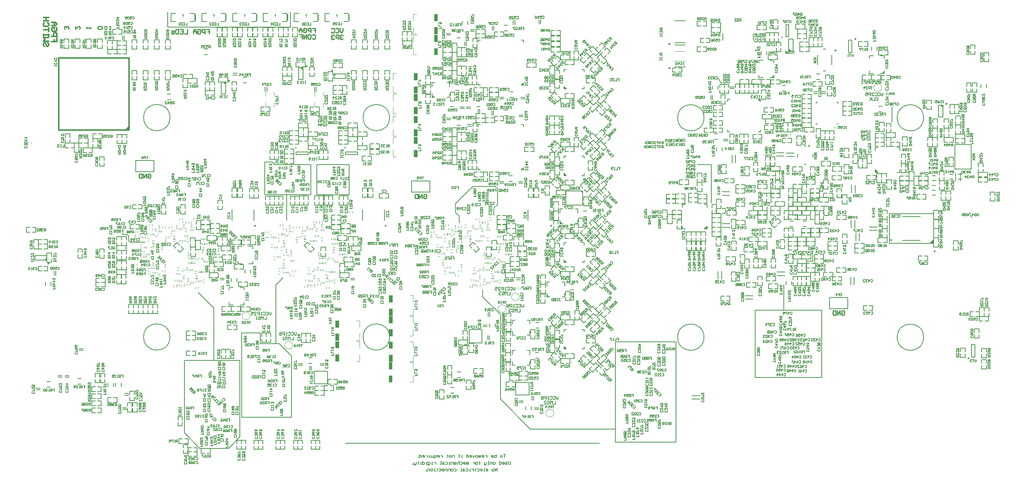
<source format=gbo>
G04*
G04 #@! TF.GenerationSoftware,Altium Limited,Altium Designer,19.1.6 (110)*
G04*
G04 Layer_Color=32896*
%FSLAX44Y44*%
%MOMM*%
G71*
G01*
G75*
%ADD10C,0.1000*%
%ADD11C,0.2540*%
%ADD12C,0.1500*%
%ADD14C,0.3000*%
%ADD15C,0.2000*%
%ADD16C,0.2500*%
%ADD17C,0.1270*%
G36*
X1039060Y1090750D02*
X1031560D01*
Y1105750D01*
X1039060D01*
X1039060Y1090750D01*
D02*
G37*
G36*
Y1060750D02*
X1031560D01*
Y1075750D01*
X1039060D01*
X1039060Y1060750D01*
D02*
G37*
G36*
Y1043250D02*
X1031560D01*
Y1058250D01*
X1039060D01*
Y1043250D01*
D02*
G37*
G36*
X1844185Y1021970D02*
X1838575Y1021970D01*
X1838575Y1027580D01*
X1844185Y1021970D01*
D02*
G37*
G36*
X1039060Y1013250D02*
X1031560D01*
Y1028250D01*
X1039060D01*
Y1013250D01*
D02*
G37*
G36*
X732830Y978170D02*
X727220Y983780D01*
X732830D01*
X732830Y978170D01*
D02*
G37*
G36*
X2056610Y970704D02*
X2050860Y970703D01*
X2056610Y976453D01*
X2056610Y970704D01*
D02*
G37*
G36*
X802970Y963470D02*
X802970Y969080D01*
X808580D01*
X802970Y963470D01*
D02*
G37*
G36*
X1805110Y960704D02*
X1799360Y960703D01*
X1805110Y966453D01*
X1805110Y960704D01*
D02*
G37*
G36*
X992750Y956000D02*
X985250D01*
Y971000D01*
X992750D01*
Y956000D01*
D02*
G37*
G36*
X556580Y944940D02*
X550970Y950550D01*
X556580Y950550D01*
Y944940D01*
D02*
G37*
G36*
X1234780Y943779D02*
X1228781Y943780D01*
X1234781Y949780D01*
X1234780Y943779D01*
D02*
G37*
G36*
X1332250Y935250D02*
X1327000D01*
Y940500D01*
X1332250Y935250D01*
D02*
G37*
G36*
X992750Y926000D02*
X985250D01*
Y941000D01*
X992750D01*
Y926000D01*
D02*
G37*
G36*
X1032704Y915765D02*
X1026954Y915765D01*
X1026953Y921515D01*
X1032704Y915765D01*
D02*
G37*
G36*
X992750Y908772D02*
X985250D01*
Y923772D01*
X992750D01*
Y908772D01*
D02*
G37*
G36*
X1774000Y911750D02*
X1774000Y907250D01*
X1769500Y911750D01*
X1774000Y911750D01*
D02*
G37*
G36*
X2190080Y898280D02*
Y892670D01*
X2184470Y898280D01*
X2190080Y898280D01*
D02*
G37*
G36*
X992750Y878772D02*
X985250D01*
Y893772D01*
X992750D01*
Y878772D01*
D02*
G37*
G36*
X992550Y858250D02*
X985050D01*
Y873250D01*
X992550D01*
Y858250D01*
D02*
G37*
G36*
X337000Y841250D02*
X337000Y841250D01*
X329000D01*
X337000Y849250D01*
Y841250D01*
D02*
G37*
G36*
X992550Y828250D02*
X985050D01*
Y843250D01*
X992550D01*
Y828250D01*
D02*
G37*
G36*
Y810750D02*
X985050D01*
Y825750D01*
X992550Y825750D01*
X992550Y810750D01*
D02*
G37*
G36*
Y780750D02*
X985050D01*
X985050Y795750D01*
X992550D01*
X992550Y780750D01*
D02*
G37*
G36*
X1234780Y751030D02*
X1228781Y751031D01*
X1234781Y757031D01*
X1234780Y751030D01*
D02*
G37*
G36*
X2041899Y745500D02*
X2035750D01*
Y751649D01*
X2041899Y745500D01*
D02*
G37*
G36*
X1332250Y737750D02*
X1327000D01*
Y743000D01*
X1332250Y737750D01*
D02*
G37*
G36*
X1369900Y699110D02*
X1366400Y702610D01*
X1369900D01*
Y699110D01*
D02*
G37*
G36*
X1324203Y628140D02*
X1318454Y628140D01*
X1318453Y633890D01*
X1324203Y628140D01*
D02*
G37*
G36*
X1653000Y616000D02*
X1646851D01*
X1653000Y622149D01*
Y616000D01*
D02*
G37*
G36*
X2168600Y583500D02*
X2158600D01*
X2168600Y593500D01*
Y583500D01*
D02*
G37*
G36*
X149780Y545540D02*
X144170Y545540D01*
X149780Y551150D01*
X149780Y545540D01*
D02*
G37*
G36*
X1332250Y540250D02*
X1327000D01*
Y545500D01*
X1332250Y540250D01*
D02*
G37*
G36*
X1294500Y461250D02*
X1288750Y461250D01*
X1288750Y467000D01*
X1294500Y461250D01*
D02*
G37*
G36*
X935906Y449464D02*
X928406D01*
X928406Y464464D01*
X935906D01*
Y449464D01*
D02*
G37*
G36*
Y419464D02*
X928406D01*
X928406Y434464D01*
X935906D01*
X935906Y419464D01*
D02*
G37*
G36*
X935906Y402464D02*
X928406D01*
X928406Y417464D01*
X935906D01*
X935906Y402464D01*
D02*
G37*
G36*
X814250Y392239D02*
X806750D01*
Y407239D01*
X814250D01*
Y392239D01*
D02*
G37*
G36*
X935906Y372464D02*
X928406D01*
X928406Y387464D01*
X935906D01*
Y372464D01*
D02*
G37*
G36*
X814250Y362239D02*
X806750D01*
Y377239D01*
X814250D01*
Y362239D01*
D02*
G37*
G36*
X814250Y345238D02*
X806750D01*
Y360238D01*
X814250D01*
Y345238D01*
D02*
G37*
G36*
X936000Y344250D02*
X928500D01*
Y359250D01*
X936000Y359250D01*
X936000Y344250D01*
D02*
G37*
G36*
X1332250Y342750D02*
X1327000D01*
Y348000D01*
X1332250Y342750D01*
D02*
G37*
G36*
X814250Y315238D02*
X806750D01*
Y330238D01*
X814250D01*
Y315238D01*
D02*
G37*
G36*
X936000Y314250D02*
X928500D01*
Y329250D01*
X936000D01*
X936000Y314250D01*
D02*
G37*
G36*
X935750Y297250D02*
X928250D01*
Y312250D01*
X935750D01*
X935750Y297250D01*
D02*
G37*
G36*
Y267250D02*
X928250D01*
Y282250D01*
X935750D01*
Y267250D01*
D02*
G37*
D10*
X2050514Y938000D02*
G03*
X2050514Y938000I-9014J0D01*
G01*
X1195264Y434500D02*
G03*
X1195264Y434500I-9014J0D01*
G01*
X709014Y351250D02*
G03*
X709014Y351250I-9014J0D01*
G01*
X612514Y418250D02*
G03*
X612514Y418250I-9014J0D01*
G01*
X1225764Y461500D02*
G03*
X1225764Y461500I-9014J0D01*
G01*
X1304014Y196500D02*
G03*
X1304014Y196500I-9014J0D01*
G01*
X459750Y1097750D02*
Y1106750D01*
X458250Y1102000D02*
X459750Y1106750D01*
X461250Y1102000D01*
X529750Y1106750D02*
X531250Y1102000D01*
X528250D02*
X529750Y1106750D01*
Y1097750D02*
Y1106750D01*
X599750Y1097750D02*
Y1106750D01*
X598250Y1102000D02*
X599750Y1106750D01*
X601250Y1102000D01*
X669750Y1106750D02*
X671250Y1102000D01*
X668250D02*
X669750Y1106750D01*
Y1097750D02*
Y1106750D01*
X809750Y1097750D02*
Y1106750D01*
X808250Y1102000D02*
X809750Y1106750D01*
X811250Y1102000D01*
X739750Y1106750D02*
X741250Y1102000D01*
X738250D02*
X739750Y1106750D01*
Y1097750D02*
Y1106750D01*
X806750Y315238D02*
X814250D01*
X806750D02*
Y330238D01*
Y345238D02*
Y360238D01*
X814250D01*
X854250D02*
X861750D01*
Y345238D02*
Y360238D01*
Y315238D02*
Y330238D01*
X854250Y315238D02*
X861750D01*
X814250D02*
Y330238D01*
X806750D02*
X814250D01*
X806750Y345238D02*
X814250D01*
Y360238D01*
X806750Y362239D02*
X814250D01*
X806750D02*
Y377239D01*
Y392239D02*
Y407239D01*
X814250D01*
X854250Y407239D02*
X861750Y407239D01*
Y392239D02*
Y407239D01*
Y362239D02*
Y377239D01*
X854250Y362239D02*
X861750D01*
X814250Y362239D02*
Y377239D01*
X806750D02*
X814250D01*
X806750Y392239D02*
X814250D01*
Y407239D01*
X985250Y878772D02*
Y893772D01*
X992750D01*
X985250Y908772D02*
X992750D01*
X985250D02*
Y923772D01*
X937750D02*
X945250D01*
X937750Y908772D02*
Y923772D01*
Y878772D02*
Y893772D01*
Y878772D02*
X945250D01*
X985250D02*
X992750D01*
Y893772D01*
Y908772D02*
Y923772D01*
X985250D02*
X992750D01*
X985250Y926000D02*
Y941000D01*
X992750D01*
X985250Y956000D02*
X992750D01*
X985250D02*
Y971000D01*
X937750D02*
X945250D01*
X937750Y956000D02*
Y971000D01*
Y926000D02*
Y941000D01*
Y926000D02*
X945250D01*
X985250D02*
X992750D01*
Y941000D01*
Y956000D02*
Y971000D01*
X985250D02*
X992750D01*
X928500Y314250D02*
X936000D01*
X928500D02*
Y329250D01*
Y344250D02*
Y359250D01*
X936000Y359250D01*
X976000Y359250D02*
X983500D01*
Y344250D02*
Y359250D01*
Y314250D02*
Y329250D01*
X976000Y314250D02*
X983500D01*
X936000D02*
X936000Y329250D01*
X928500D02*
X936000D01*
X928500Y344250D02*
X936000D01*
X936000Y359250D02*
X936000Y344250D01*
X928250Y267250D02*
X935750D01*
X928250D02*
Y282250D01*
Y297250D02*
Y312250D01*
X935750D01*
X975750D02*
X983250D01*
X983250Y297250D01*
X983250Y282250D02*
X983250Y267250D01*
X975750D02*
X983250D01*
X935750Y267250D02*
Y282250D01*
X928250D02*
X935750D01*
X928250Y297250D02*
X935750D01*
X935750Y312250D01*
X928406Y419464D02*
X935906D01*
X928406D02*
X928406Y434464D01*
X928406Y449464D02*
X928406Y464464D01*
X935906D01*
X975906D02*
X983406D01*
Y449464D02*
Y464464D01*
Y419464D02*
Y434464D01*
X975906Y419464D02*
X983406D01*
X935906D02*
X935906Y434464D01*
X928406D02*
X935906D01*
X928406Y449464D02*
X935906D01*
Y464464D01*
X928406Y372464D02*
X935906D01*
X928406Y387464D02*
X928406Y372464D01*
X928406Y417464D02*
X928406Y402464D01*
X928406Y417464D02*
X935906D01*
X975906Y417464D02*
X983406D01*
Y402464D02*
Y417464D01*
Y372464D02*
Y387464D01*
X975906Y372464D02*
X983406D01*
X935906D02*
Y387464D01*
X928406D02*
X935906D01*
X928406Y402464D02*
X935906D01*
X935906Y417464D02*
X935906Y402464D01*
X114000Y809750D02*
X114000Y813750D01*
X107500Y809750D02*
Y813750D01*
X647225Y895301D02*
Y904301D01*
Y895301D02*
X649225Y895301D01*
X665225D02*
X667225Y895301D01*
Y904301D01*
Y918301D02*
Y927301D01*
X665225Y927301D02*
X667225Y927301D01*
X647225D02*
X649225Y927301D01*
X647225Y918301D02*
Y927301D01*
X985050Y873250D02*
X992550D01*
Y858250D02*
Y873250D01*
Y828250D02*
Y843250D01*
X985050Y828250D02*
X992550D01*
X937550D02*
X945050D01*
X937550D02*
Y843250D01*
Y858250D02*
Y873250D01*
X945050D01*
X985050Y858250D02*
Y873250D01*
Y858250D02*
X992550D01*
X985050Y843250D02*
X992550D01*
X985050Y828250D02*
Y843250D01*
X1031560Y1105750D02*
X1039060D01*
X1039060Y1090750D02*
X1039060Y1105750D01*
X1039060Y1060750D02*
X1039060Y1075750D01*
X1031560Y1060750D02*
X1039060D01*
X984060D02*
X991560D01*
X984060D02*
Y1075750D01*
Y1090750D02*
Y1105750D01*
X991560D01*
X1031560Y1090750D02*
Y1105750D01*
Y1090750D02*
X1039060D01*
X1031560Y1075750D02*
X1039060D01*
X1031560Y1060750D02*
Y1075750D01*
Y1058250D02*
X1039060D01*
Y1043250D02*
Y1058250D01*
Y1013250D02*
Y1028250D01*
X1031560Y1013250D02*
X1039060D01*
X984060D02*
X991560D01*
X984060D02*
Y1028250D01*
Y1043250D02*
Y1058250D01*
X991560D01*
X1031560Y1043250D02*
Y1058250D01*
Y1043250D02*
X1039060D01*
X1031560Y1028250D02*
X1039060D01*
X1031560Y1013250D02*
Y1028250D01*
X985050Y825750D02*
X992550Y825750D01*
X992550Y810750D01*
X992550Y795750D02*
X992550Y780750D01*
X985050D02*
X992550D01*
X937550D02*
X945050Y780750D01*
X937550Y780750D02*
Y795750D01*
Y810750D02*
Y825750D01*
X945050D01*
X985050Y810750D02*
Y825750D01*
Y810750D02*
X992550D01*
X985050Y795750D02*
X992550D01*
X985050D02*
X985050Y780750D01*
X1579119Y999395D02*
X1603119D01*
X1579119Y1021395D02*
X1603119D01*
X759515Y918258D02*
Y927258D01*
X761515D01*
X777515D02*
X779515D01*
Y918258D02*
Y927258D01*
Y895258D02*
Y904258D01*
X777515Y895258D02*
X779515Y895258D01*
X759515D02*
X761515D01*
X759515D02*
Y904258D01*
X1083500Y586000D02*
X1087500Y588000D01*
X766960Y562132D02*
X770960D01*
X766960Y555631D02*
X770960Y555632D01*
X768960Y557382D02*
X768960Y560382D01*
X734970Y594095D02*
X738970D01*
X734970Y587595D02*
X738970Y587595D01*
X736970Y589345D02*
X736970Y592345D01*
X686720Y539595D02*
X690720D01*
X686720Y533096D02*
X690720Y533096D01*
X688720Y534846D02*
X688720Y537845D01*
X687710Y582257D02*
X691710D01*
X687710Y575756D02*
X691710Y575757D01*
X689710Y577506D02*
X689710Y580507D01*
X647310Y595006D02*
Y599006D01*
X653810Y595006D02*
Y599006D01*
X649060Y597006D02*
X652060Y597006D01*
X686691Y590316D02*
X690691D01*
X686691Y583816D02*
X690691Y583816D01*
X688690Y585566D02*
X688691Y588566D01*
X716355Y592345D02*
X720355D01*
X716355Y585845D02*
X720355Y585845D01*
X718355Y590596D02*
X718355Y587595D01*
X700470Y624845D02*
X704470D01*
X700470Y618345D02*
X704470Y618345D01*
X702470Y623096D02*
X702470Y620095D01*
X761720Y617503D02*
X765720D01*
X761720Y611003D02*
X765720Y611003D01*
X763720Y612753D02*
X763720Y615753D01*
X743810Y521685D02*
X747810Y521685D01*
X743810Y528185D02*
X747810Y528185D01*
X734970Y593895D02*
X738970Y593895D01*
X734970Y600396D02*
X738970Y600396D01*
X728894Y600069D02*
X732894Y600069D01*
X728894Y606569D02*
X732894Y606569D01*
X675980Y588595D02*
X679980Y588596D01*
X675980Y595095D02*
X679980Y595095D01*
X659720Y573945D02*
X663720Y573946D01*
X659720Y580445D02*
X663720Y580445D01*
X665905Y546491D02*
X669905Y546491D01*
X665905Y552991D02*
X669905Y552991D01*
X676830Y520415D02*
X680830Y520415D01*
X676830Y526915D02*
X680830Y526915D01*
X676780Y513896D02*
X680780Y513896D01*
X676780Y520396D02*
X680780Y520396D01*
X802552Y493577D02*
X806552D01*
X802552Y500077D02*
X806552D01*
X1143862Y562299D02*
X1147862D01*
X1143862Y555799D02*
X1147862Y555799D01*
X1145862Y557549D02*
X1145862Y560549D01*
X1111873Y594263D02*
X1115873D01*
X1111873Y587763D02*
X1115873Y587763D01*
X1113873Y589513D02*
X1113873Y592513D01*
X1049623Y540013D02*
X1053623D01*
X1049623Y533513D02*
X1053623Y533513D01*
X1051623Y535263D02*
X1051623Y538263D01*
X1064612Y582424D02*
X1068612D01*
X1064612Y575924D02*
X1068612Y575924D01*
X1066612Y577674D02*
X1066612Y580674D01*
X1022662Y603223D02*
X1026662D01*
X1022662Y596723D02*
X1026662Y596723D01*
X1024662Y601473D02*
X1024662Y598473D01*
X1091362Y535663D02*
X1095362D01*
X1091362Y529163D02*
X1095362Y529163D01*
X1093362Y533913D02*
X1093362Y530913D01*
X1063593Y590483D02*
X1067593D01*
X1063593Y583983D02*
X1067593Y583983D01*
X1065593Y585733D02*
X1065593Y588733D01*
X1092507Y592263D02*
X1096507D01*
X1092507Y585763D02*
X1096507Y585763D01*
X1094507Y590513D02*
X1094507Y587513D01*
X1138623Y617670D02*
X1142623D01*
X1138623Y611170D02*
X1142623Y611170D01*
X1140623Y612920D02*
X1140623Y615920D01*
X1120712Y521852D02*
X1124712Y521852D01*
X1120712Y528353D02*
X1124712Y528353D01*
X1111623Y593763D02*
X1115623Y593763D01*
X1111623Y600263D02*
X1115623Y600263D01*
X1105796Y600236D02*
X1109796Y600236D01*
X1105796Y606736D02*
X1109796Y606736D01*
X1100448Y619563D02*
X1104448Y619563D01*
X1100448Y626063D02*
X1104448Y626063D01*
X1052882Y588763D02*
X1056882Y588763D01*
X1052882Y595263D02*
X1056882Y595263D01*
X1036623Y574113D02*
X1040623Y574113D01*
X1036623Y580613D02*
X1040623Y580613D01*
X1040307Y554159D02*
X1044307Y554159D01*
X1040307Y560658D02*
X1044307Y560658D01*
X1053982Y520582D02*
X1057982Y520582D01*
X1053982Y527082D02*
X1057982Y527082D01*
X1053932Y514063D02*
X1057932Y514063D01*
X1053932Y520563D02*
X1057932Y520563D01*
X1179454Y493744D02*
X1183454Y493744D01*
X1179454Y500244D02*
X1183454Y500244D01*
X797060Y591185D02*
Y595185D01*
X803560D02*
X803560Y591185D01*
X798810Y593185D02*
X801810Y593185D01*
X805810Y591185D02*
Y595185D01*
X812310D02*
X812310Y591185D01*
X807560Y593185D02*
X810560Y593185D01*
X805730Y539322D02*
Y543322D01*
X812230D02*
X812230Y539322D01*
X807480Y541322D02*
X810480Y541322D01*
X792060Y516331D02*
Y520331D01*
X798560Y516331D02*
X798560Y520331D01*
X793810Y518331D02*
X796810Y518332D01*
X799760Y516332D02*
Y520332D01*
X806260D02*
X806260Y516332D01*
X801510Y518332D02*
X804510Y518331D01*
X664395Y595115D02*
Y599115D01*
X670895Y595115D02*
X670895Y599115D01*
X666145Y597115D02*
X669145Y597116D01*
X792162Y495532D02*
Y499532D01*
X798662Y495532D02*
X798662Y499532D01*
X793912Y497532D02*
X796912Y497532D01*
X749200Y587082D02*
Y591082D01*
X755700D02*
X755700Y587082D01*
X750950Y589082D02*
X753950Y589081D01*
X774710Y491881D02*
Y495882D01*
X781210D02*
X781210Y491881D01*
X776460Y493881D02*
X779460Y493881D01*
X747970Y495595D02*
Y499595D01*
X754470Y495595D02*
X754470Y499595D01*
X749720Y497595D02*
X752720Y497595D01*
X704970Y541845D02*
Y545845D01*
X711470Y541845D02*
X711470Y545845D01*
X706720Y543845D02*
X709720Y543845D01*
X667783Y572395D02*
Y576395D01*
X674283Y572395D02*
X674283Y576395D01*
X669533Y574395D02*
X672533Y574395D01*
X688530Y514985D02*
Y518985D01*
X695030Y514985D02*
X695030Y518985D01*
X690280Y516985D02*
X693280Y516985D01*
X742280Y486573D02*
Y490573D01*
X748780D02*
X748780Y486573D01*
X744030Y488573D02*
X747030Y488573D01*
X744710Y501382D02*
X744710Y497382D01*
X738210D02*
X738210Y501382D01*
X731345Y621846D02*
X731345Y617845D01*
X724845D02*
X724845Y621846D01*
X792030Y484174D02*
X792030Y480173D01*
X785530D02*
X785530Y484174D01*
X695483Y559157D02*
X695483Y555157D01*
X688983D02*
X688983Y559157D01*
X705720Y557845D02*
X705720Y553845D01*
X699220D02*
X699220Y557845D01*
X715970Y518345D02*
X715970Y522346D01*
X709470D02*
X709470Y518345D01*
X710160Y507765D02*
X710160Y511765D01*
X703660D02*
X703660Y507765D01*
X759220Y488345D02*
X759220Y484345D01*
X752720D02*
X752720Y488345D01*
X765720Y492095D02*
X765720Y488096D01*
X759220D02*
X759220Y492095D01*
X772220Y492040D02*
X772220Y488040D01*
X765720D02*
X765720Y492040D01*
X742780Y486873D02*
X742780Y482873D01*
X736280D02*
X736280Y486873D01*
X1185268Y539490D02*
Y543489D01*
X1191768Y539490D02*
X1191768Y543489D01*
X1187018Y541489D02*
X1190018Y541489D01*
X1168962Y516499D02*
Y520499D01*
X1175462Y516499D02*
X1175462Y520499D01*
X1170712Y518499D02*
X1173712Y518499D01*
X1177710Y516499D02*
Y520499D01*
X1184210Y516499D02*
X1184210Y520499D01*
X1179460Y518499D02*
X1182460Y518499D01*
X1041298Y595213D02*
Y599213D01*
X1047797D02*
X1047797Y595213D01*
X1043047Y597213D02*
X1046048Y597213D01*
X1169064Y495699D02*
Y499699D01*
X1175564Y495699D02*
X1175564Y499699D01*
X1170814Y497699D02*
X1173814Y497699D01*
X1126103Y587249D02*
Y591249D01*
X1132602D02*
X1132603Y587249D01*
X1127853Y589249D02*
X1130853Y589249D01*
X1151612Y492049D02*
Y496049D01*
X1158112D02*
X1158112Y492049D01*
X1153362Y494049D02*
X1156362Y494049D01*
X1124873Y495763D02*
Y499763D01*
X1131373Y495763D02*
X1131373Y499763D01*
X1126622Y497763D02*
X1129623Y497763D01*
X1044773Y572613D02*
Y576613D01*
X1051273D02*
X1051273Y572613D01*
X1046523Y574613D02*
X1049523Y574613D01*
X1065432Y515153D02*
Y519152D01*
X1071932Y515153D02*
X1071932Y519152D01*
X1067182Y517152D02*
X1070182Y517153D01*
X1119182Y486741D02*
Y490741D01*
X1125682D02*
X1125682Y486741D01*
X1120932Y488741D02*
X1123932Y488741D01*
X1121150Y501946D02*
X1121150Y497946D01*
X1114650D02*
X1114650Y501946D01*
X1229000Y479200D02*
Y483200D01*
X1222500Y479200D02*
Y483200D01*
X1068450Y562750D02*
X1072450Y562750D01*
X1068450Y569250D02*
X1072450Y569250D01*
X1069500Y556250D02*
X1073500Y556250D01*
X1069500Y562750D02*
X1073500Y562750D01*
X1092873Y522513D02*
X1092873Y518513D01*
X1086373D02*
X1086373Y522513D01*
X1087042Y511803D02*
X1087042Y507803D01*
X1080543D02*
X1080543Y511803D01*
X1136123Y488763D02*
X1136123Y484763D01*
X1129623D02*
X1129623Y488763D01*
X1142623Y492263D02*
X1142623Y488263D01*
X1136123D02*
X1136123Y492263D01*
X1149123D02*
X1149123Y488263D01*
X1142623D02*
X1142623Y492263D01*
X1119432Y486541D02*
X1119432Y482541D01*
X1112932D02*
X1112932Y486541D01*
X1836500Y829050D02*
X1836500Y833050D01*
X1843000Y829050D02*
Y833050D01*
X789649Y547321D02*
X791771Y549442D01*
X791594Y552094D02*
X794422Y549265D01*
X786998Y547498D02*
X789826Y544669D01*
X1166552Y547488D02*
X1168673Y549609D01*
X1168496Y552261D02*
X1171325Y549433D01*
X1163900Y547665D02*
X1166728Y544837D01*
X690992Y525835D02*
Y529835D01*
X684492Y525835D02*
Y529835D01*
X686242Y527835D02*
X689242D01*
X680430Y550541D02*
Y554541D01*
X673930Y550541D02*
Y554541D01*
X675680Y552541D02*
X678680D01*
X710060Y618185D02*
Y622185D01*
X716560Y618185D02*
Y622185D01*
X695220Y610596D02*
Y614595D01*
X701720Y610596D02*
Y614595D01*
X688000Y614156D02*
Y618156D01*
X694500Y614156D02*
Y618156D01*
X763780Y628373D02*
Y632373D01*
X770280Y628373D02*
Y632373D01*
X770160Y630331D02*
Y634332D01*
X776660Y630331D02*
Y634332D01*
X647560Y606935D02*
Y610935D01*
X654060Y606935D02*
Y610935D01*
X774000Y595816D02*
X778000Y595816D01*
X774000Y589316D02*
X778000Y589316D01*
X845750Y657206D02*
X845750Y653206D01*
X839250D02*
X839250Y657206D01*
X757220Y630345D02*
Y634345D01*
X763720Y630345D02*
Y634345D01*
X680280Y623423D02*
Y627423D01*
X686780Y623423D02*
Y627423D01*
X783470Y519096D02*
X787470Y519096D01*
X783470Y512596D02*
X787470Y512596D01*
X749277Y511931D02*
Y515932D01*
X742777Y511931D02*
Y515932D01*
X744527Y513932D02*
X747527D01*
X764310Y522185D02*
X768310D01*
X764310Y528685D02*
X768310Y528685D01*
X766310Y526935D02*
X766310Y523935D01*
X737944Y609865D02*
Y613865D01*
X731444Y609865D02*
Y613865D01*
X733194Y611866D02*
X736194D01*
X801560Y568685D02*
X805560D01*
X801560Y575185D02*
X805560Y575185D01*
X803560Y573435D02*
X803560Y570435D01*
X786260Y503182D02*
X790260D01*
X786260Y509682D02*
X790260Y509682D01*
X788260Y507932D02*
X788260Y504932D01*
X740710Y616168D02*
X744710D01*
X740710Y622668D02*
X744710Y622668D01*
X742710Y617918D02*
X742710Y620918D01*
X822250Y556456D02*
Y560456D01*
X815750Y556456D02*
Y560456D01*
X817500Y558456D02*
X820500D01*
X774210Y620307D02*
X778210D01*
X774210Y626806D02*
X778210Y626806D01*
X776210Y625057D02*
X776210Y622057D01*
X830000Y556456D02*
Y560456D01*
X823500Y556456D02*
Y560456D01*
X825250Y558456D02*
X828250D01*
X691212Y602132D02*
Y606132D01*
X684713Y602132D02*
Y606132D01*
X686462Y604132D02*
X689463D01*
X797988Y548445D02*
X800817Y551274D01*
X802584Y543849D02*
X805413Y546678D01*
X800640Y548622D02*
X802761Y546501D01*
X799810Y562185D02*
X803810D01*
X799810Y568685D02*
X803810Y568685D01*
X801810Y566935D02*
X801810Y563935D01*
X763720Y587345D02*
Y591345D01*
X757220Y587345D02*
Y591345D01*
X758970Y589345D02*
X761970D01*
X756970Y620295D02*
X760970D01*
X756970Y626795D02*
X760970Y626796D01*
X758970Y622046D02*
X758970Y625046D01*
X703270Y561595D02*
X707270D01*
X703270Y568095D02*
X707270Y568096D01*
X705270Y563345D02*
X705270Y566345D01*
X708231Y608485D02*
Y612485D01*
X701730Y608485D02*
Y612485D01*
X703481Y610485D02*
X706480D01*
X779060Y520735D02*
Y524735D01*
X772560Y520735D02*
Y524735D01*
X774310Y522735D02*
X777310D01*
X696758Y516448D02*
X699586Y519276D01*
X701354Y511852D02*
X704183Y514680D01*
X699410Y516625D02*
X701531Y514503D01*
X756470Y502882D02*
X760470D01*
X756470Y509382D02*
X760470Y509381D01*
X758470Y507632D02*
X758470Y504632D01*
X766570Y497005D02*
X770570D01*
X766570Y503505D02*
X770570Y503505D01*
X768570Y498755D02*
X768570Y501755D01*
X698094Y605688D02*
X700922Y602860D01*
X693498Y601092D02*
X696326Y598263D01*
X696149Y600915D02*
X698271Y603036D01*
X692610Y563385D02*
X696610D01*
X692610Y569885D02*
X696610Y569885D01*
X694610Y568135D02*
X694610Y565135D01*
X758194Y525397D02*
X761022Y522569D01*
X753598Y520801D02*
X756426Y517973D01*
X756249Y520625D02*
X758371Y522746D01*
X754180Y614136D02*
Y618136D01*
X747680Y614136D02*
Y618136D01*
X749430Y616136D02*
X752430D01*
X767720Y598096D02*
Y602095D01*
X761220Y598096D02*
Y602095D01*
X762970Y600095D02*
X765970D01*
X780460Y612132D02*
Y616132D01*
X773960Y612132D02*
Y616132D01*
X775710Y614132D02*
X778710D01*
X776210Y547631D02*
Y551632D01*
X769710Y547631D02*
Y551632D01*
X771460Y549632D02*
X774460D01*
X783960Y547631D02*
Y551632D01*
X777460Y547631D02*
Y551632D01*
X779210Y549632D02*
X782210D01*
X686720Y546096D02*
X690720Y546096D01*
X686720Y539595D02*
X690720Y539596D01*
X776210Y536632D02*
Y540631D01*
X769710Y536632D02*
Y540631D01*
X771460Y538632D02*
X774460D01*
X783960Y536632D02*
Y540632D01*
X777460Y536632D02*
Y540632D01*
X779210Y538632D02*
X782210D01*
X805500Y580406D02*
Y584406D01*
X799000Y580406D02*
Y584406D01*
X800750Y582406D02*
X803750D01*
X789310Y638235D02*
Y642235D01*
X795810Y638235D02*
Y642235D01*
X812250Y580456D02*
Y584456D01*
X805750Y580456D02*
Y584456D01*
X807500Y582456D02*
X810500D01*
X718720Y595596D02*
Y599595D01*
X725220Y595596D02*
Y599595D01*
X657470Y603096D02*
X661470Y603095D01*
X657470Y596595D02*
X661470Y596595D01*
X784860Y503685D02*
X788860Y503685D01*
X784860Y497185D02*
X788860Y497185D01*
X677220Y602132D02*
Y606132D01*
X683720Y602132D02*
Y606132D01*
X681980Y575006D02*
X685980Y575006D01*
X681980Y568506D02*
X685980Y568506D01*
X1151228Y595868D02*
X1155228Y595868D01*
X1151228Y589368D02*
X1155228Y589368D01*
X1126132Y636463D02*
Y640463D01*
X1132632Y636463D02*
Y640463D01*
X1134122Y630513D02*
Y634513D01*
X1140623Y630513D02*
Y634513D01*
X1057182Y623591D02*
Y627591D01*
X1063682Y623591D02*
Y627591D01*
X1160373Y520263D02*
X1164373Y520263D01*
X1160373Y513763D02*
X1164373Y513763D01*
X1114846Y609783D02*
Y613783D01*
X1108346Y609783D02*
Y613783D01*
X1110096Y611783D02*
X1113096D01*
X1117612Y618585D02*
X1121612D01*
X1117612Y625085D02*
X1121612Y625085D01*
X1119612Y620335D02*
X1119612Y623335D01*
X1068133Y602299D02*
Y606299D01*
X1061633Y602299D02*
Y606299D01*
X1063383Y604299D02*
X1066383D01*
X1133122Y503299D02*
X1137123D01*
X1133122Y509799D02*
X1137123Y509799D01*
X1135123Y508049D02*
X1135123Y505049D01*
X1134604Y525932D02*
X1137432Y523104D01*
X1130008Y521336D02*
X1132836Y518508D01*
X1132659Y521159D02*
X1134781Y523281D01*
X1131082Y614303D02*
Y618303D01*
X1124582Y614303D02*
Y618303D01*
X1126332Y616303D02*
X1129332D01*
X1182316Y580602D02*
Y584603D01*
X1175816Y580602D02*
Y584603D01*
X1177566Y582603D02*
X1180566D01*
X1126179Y512599D02*
Y516599D01*
X1119679Y512599D02*
Y516599D01*
X1121429Y514599D02*
X1124429D01*
X1141212Y522353D02*
X1145212D01*
X1141212Y528853D02*
X1145212Y528853D01*
X1143212Y527103D02*
X1143212Y524103D01*
X1189043Y580553D02*
Y584553D01*
X1182542Y580553D02*
Y584553D01*
X1184292Y582553D02*
X1187292D01*
X1163112Y503349D02*
X1167112D01*
X1163112Y509849D02*
X1167112Y509849D01*
X1165112Y505099D02*
X1165112Y508099D01*
X1188462Y596953D02*
Y600952D01*
X1181962Y596953D02*
Y600952D01*
X1183712Y598952D02*
X1186712D01*
X1200042Y556603D02*
Y560603D01*
X1193542Y556603D02*
Y560603D01*
X1195292Y558603D02*
X1198292D01*
X1151112Y619724D02*
X1155112D01*
X1151112Y626224D02*
X1155112Y626224D01*
X1153112Y624474D02*
X1153112Y621474D01*
X1181806Y596953D02*
Y600952D01*
X1175306Y596953D02*
Y600952D01*
X1177056Y598952D02*
X1180056D01*
X1208042Y556603D02*
Y560603D01*
X1201543Y556603D02*
Y560603D01*
X1203292Y558603D02*
X1206292D01*
X1175954Y546793D02*
X1178783Y549622D01*
X1180551Y542197D02*
X1183379Y545025D01*
X1178606Y546970D02*
X1180727Y544849D01*
X1160862Y547799D02*
Y551799D01*
X1154362Y547799D02*
Y551799D01*
X1156112Y549799D02*
X1159112D01*
X1134123Y618996D02*
X1138123D01*
X1134123Y625496D02*
X1138123Y625496D01*
X1136123Y620746D02*
X1136123Y623746D01*
X1140583Y587403D02*
Y591403D01*
X1134082Y587403D02*
Y591403D01*
X1135833Y589403D02*
X1138832D01*
X1049623Y546513D02*
X1053623Y546513D01*
X1049623Y540013D02*
X1053623Y540013D01*
X1080000Y563500D02*
X1084000D01*
X1080000Y570000D02*
X1084000Y570000D01*
X1082000Y565250D02*
X1082000Y568250D01*
X1085133Y608813D02*
Y612813D01*
X1078633Y608813D02*
X1078633Y612813D01*
X1080383Y610813D02*
X1083383Y610813D01*
X1156078Y521063D02*
Y525063D01*
X1149578Y521063D02*
Y525063D01*
X1151328Y523063D02*
X1154328D01*
X1073660Y516615D02*
X1076489Y519444D01*
X1078257Y512019D02*
X1081085Y514847D01*
X1076312Y516792D02*
X1078433Y514671D01*
X1157200Y636500D02*
X1161200Y636500D01*
X1157200Y643000D02*
X1161200Y643000D01*
X1095623Y595763D02*
Y599763D01*
X1102123Y595763D02*
Y599763D01*
X1143473Y496425D02*
X1147473D01*
X1143473Y502925D02*
X1147473Y502925D01*
X1145473Y498175D02*
X1145473Y501175D01*
X1161762Y503853D02*
X1165762Y503853D01*
X1161762Y497352D02*
X1165762Y497352D01*
X1034372Y603263D02*
X1038372Y603263D01*
X1034372Y596763D02*
X1038372Y596763D01*
X1083300Y579000D02*
X1087300D01*
X1083300Y572500D02*
X1087300Y572500D01*
X1085300Y577250D02*
X1085300Y574250D01*
X1074996Y605855D02*
X1077824Y603027D01*
X1070400Y601259D02*
X1073228Y598431D01*
X1073052Y601082D02*
X1075173Y603204D01*
X1077373Y625013D02*
X1081373D01*
X1077373Y618513D02*
X1081373Y618513D01*
X1079373Y623263D02*
X1079373Y620263D01*
X1157362Y612299D02*
Y616299D01*
X1150862Y612299D02*
Y616299D01*
X1152612Y614299D02*
X1155612D01*
X1144123Y598013D02*
Y602013D01*
X1137623Y598013D02*
Y602013D01*
X1139373Y600013D02*
X1142373D01*
X1178462Y569603D02*
X1182462D01*
X1178462Y576102D02*
X1182462Y576102D01*
X1180462Y574352D02*
X1180462Y571353D01*
X1161268Y536799D02*
Y540799D01*
X1154768Y536799D02*
Y540799D01*
X1156518Y538799D02*
X1159518D01*
X1053873Y602299D02*
Y606299D01*
X1060373Y602299D02*
Y606299D01*
X1176712Y562352D02*
X1180712D01*
X1176712Y568853D02*
X1180712Y568853D01*
X1178712Y564103D02*
X1178712Y567103D01*
X1153112Y547799D02*
Y551799D01*
X1146612Y547799D02*
Y551799D01*
X1148362Y549799D02*
X1151362D01*
X1058883Y575173D02*
X1062883Y575173D01*
X1058883Y568673D02*
X1062883Y568673D01*
X1067894Y526503D02*
Y530503D01*
X1061394Y526503D02*
Y530503D01*
X1063144Y528503D02*
X1066144D01*
X1153362Y536799D02*
Y540799D01*
X1146862Y536799D02*
Y540799D01*
X1148612Y538799D02*
X1151612D01*
X1054833Y558209D02*
Y562209D01*
X1048333Y558209D02*
Y562209D01*
X1050082Y560209D02*
X1053083D01*
X1086962Y618353D02*
Y622352D01*
X1093462Y618353D02*
Y622352D01*
X1072123Y610763D02*
Y614763D01*
X1078623Y610763D02*
Y614763D01*
X1064323Y614313D02*
Y618313D01*
X1070823Y614313D02*
Y618313D01*
X1147062Y629499D02*
Y633499D01*
X1153562Y629499D02*
Y633499D01*
X1024462Y607103D02*
Y611102D01*
X1030962Y607103D02*
Y611102D01*
X1140682Y628291D02*
Y632291D01*
X1147182Y628291D02*
Y632291D01*
X437470Y593596D02*
X441470Y593596D01*
X437470Y600095D02*
X441470Y600095D01*
X431394Y600069D02*
X435394Y600069D01*
X431394Y606569D02*
X435394Y606569D01*
X433720Y621846D02*
X433720Y617845D01*
X427220D02*
X427220Y621846D01*
X389220Y545845D02*
X393220Y545845D01*
X389220Y539346D02*
X393220Y539346D01*
X447210Y497382D02*
Y501381D01*
X440710Y497382D02*
Y501381D01*
X446310Y521685D02*
X450310Y521685D01*
X446310Y528185D02*
X450310Y528185D01*
X368610Y558065D02*
X372610Y558065D01*
X368610Y564565D02*
X372610Y564565D01*
X484310Y642235D02*
X484310Y638235D01*
X490810D02*
X490810Y642235D01*
X421220Y599595D02*
X421220Y595596D01*
X427720D02*
X427720Y599595D01*
X359970Y603096D02*
X363970Y603095D01*
X359970Y596595D02*
X363970Y596595D01*
X487360Y503685D02*
X491360Y503685D01*
X487360Y497185D02*
X491360Y497185D01*
X494530Y480173D02*
Y484174D01*
X488030Y480173D02*
Y484174D01*
X389190Y590316D02*
X393190D01*
X389190Y583816D02*
X393190Y583816D01*
X391190Y585566D02*
X391190Y588566D01*
X379470Y606132D02*
X379470Y602132D01*
X385970D02*
X385970Y606132D01*
X384980Y575006D02*
X388980Y575006D01*
X384980Y568506D02*
X388980Y568506D01*
X361905Y546491D02*
X365905Y546491D01*
X361905Y552991D02*
X365905Y552991D01*
X379330Y520415D02*
X383330Y520415D01*
X379330Y526915D02*
X383330Y526915D01*
X379280Y513896D02*
X383280Y513896D01*
X379280Y520396D02*
X383280Y520396D01*
X412560Y621935D02*
X412560Y617935D01*
X419060D02*
X419060Y621935D01*
X361970Y573595D02*
X365970Y573596D01*
X361970Y580095D02*
X365970Y580095D01*
X444780Y483123D02*
Y487123D01*
X438280Y483123D02*
Y487123D01*
X505052Y493577D02*
X509052Y493577D01*
X505052Y500077D02*
X509052Y500077D01*
X397720Y614595D02*
X397720Y610595D01*
X404220D02*
X404220Y614595D01*
X389920Y614146D02*
Y618145D01*
X396420Y614146D02*
Y618145D01*
X466280Y632123D02*
X466280Y628123D01*
X472780D02*
X472780Y632123D01*
X350060Y606935D02*
Y610935D01*
X356560Y606935D02*
Y610935D01*
X412660Y507765D02*
Y511765D01*
X406160Y507765D02*
Y511765D01*
X461720Y484595D02*
Y488595D01*
X455220Y484595D02*
Y488595D01*
X468220Y488096D02*
Y492095D01*
X461720Y488096D02*
Y492095D01*
X378230Y588595D02*
X382230Y588596D01*
X378230Y595095D02*
X382230Y595095D01*
X352440Y528565D02*
X356440D01*
X352440Y535065D02*
X356440D01*
X418470Y518345D02*
Y522346D01*
X411970Y518345D02*
Y522346D01*
X467970Y594345D02*
X471970Y594345D01*
X467970Y587845D02*
X471970Y587845D01*
X451730Y640546D02*
X451730Y636546D01*
X458230D02*
X458230Y640546D01*
X459720Y634345D02*
X459720Y630345D01*
X466220D02*
X466220Y634345D01*
X474720Y488096D02*
Y492095D01*
X468220Y488096D02*
Y492095D01*
X382780Y627423D02*
X382780Y623423D01*
X389280D02*
X389280Y627423D01*
X485970Y520095D02*
X489970Y520095D01*
X485970Y513596D02*
X489970Y513595D01*
X399258Y516448D02*
X402086Y519276D01*
X403854Y511852D02*
X406683Y514680D01*
X401910Y516625D02*
X404031Y514503D01*
X440444Y610072D02*
Y614072D01*
X433944D02*
X433944Y610072D01*
X435694Y612072D02*
X438694Y612072D01*
X499910Y591115D02*
Y595115D01*
X506410Y591115D02*
Y595115D01*
X501660Y593116D02*
X504660Y593115D01*
X508366Y539322D02*
Y543322D01*
X514866Y539322D02*
Y543322D01*
X510116Y541322D02*
X513116D01*
X451700Y587082D02*
Y591082D01*
X458200D02*
X458200Y587082D01*
X453450Y589082D02*
X456450Y589081D01*
X409427Y569815D02*
X413428D01*
X409427Y576315D02*
X413428Y576315D01*
X411427Y571566D02*
X411428Y574566D01*
X481560Y520735D02*
Y524735D01*
X475060Y520735D02*
X475060Y524735D01*
X476810Y522735D02*
X479810Y522735D01*
X486460Y547631D02*
Y551632D01*
X479960D02*
X479960Y547631D01*
X481710Y549632D02*
X484710Y549632D01*
X460694Y525397D02*
X463522Y522569D01*
X456098Y520801D02*
X458926Y517973D01*
X458749Y520625D02*
X460871Y522746D01*
X402970Y624845D02*
X406970D01*
X402970Y618345D02*
X406970Y618345D01*
X404970Y623096D02*
X404970Y620095D01*
X370470Y572396D02*
Y576395D01*
X376970Y572396D02*
Y576395D01*
X372220Y574395D02*
X375220D01*
X464220Y617346D02*
X468220D01*
X464220Y610845D02*
X468220Y610845D01*
X466220Y612595D02*
X466220Y615596D01*
X416960Y535495D02*
X420960D01*
X416960Y528995D02*
X420960Y528995D01*
X418960Y533745D02*
X418960Y530745D01*
X418270Y592095D02*
X422270D01*
X418270Y585596D02*
X422270Y585596D01*
X420270Y590345D02*
X420270Y587345D01*
X444780Y486573D02*
Y490573D01*
X451280Y486573D02*
Y490573D01*
X446530Y488573D02*
X449530D01*
X390530Y514485D02*
Y518485D01*
X397030Y514485D02*
Y518485D01*
X392280Y516485D02*
X395280D01*
X393492Y525835D02*
Y529835D01*
X386992D02*
X386992Y525835D01*
X388742Y527835D02*
X391742Y527835D01*
X376430Y550541D02*
Y554541D01*
X369930D02*
X369930Y550541D01*
X371680Y552541D02*
X374680Y552541D01*
X472660Y633331D02*
X472660Y629332D01*
X479160D02*
X479160Y633331D01*
X466810Y522185D02*
X470810D01*
X466810Y528685D02*
X470810Y528685D01*
X468810Y526935D02*
X468810Y523935D01*
X451777Y511931D02*
Y515932D01*
X445277D02*
X445277Y511931D01*
X447027Y513932D02*
X450027Y513932D01*
X437470Y594095D02*
X441470D01*
X437470Y587595D02*
X441470Y587595D01*
X439470Y589345D02*
X439470Y592345D01*
X443210Y617565D02*
X447210D01*
X443210Y624066D02*
X447210D01*
X445210Y622315D02*
X445210Y619315D01*
X389220Y539595D02*
X393220D01*
X389220Y533096D02*
X393220Y533096D01*
X391220Y534846D02*
X391220Y537845D01*
X494912Y495532D02*
Y499532D01*
X501412Y495532D02*
Y499532D01*
X496662Y497532D02*
X499662D01*
X348260Y603056D02*
X352260D01*
X348260Y596556D02*
X352260Y596556D01*
X350260Y598306D02*
X350260Y601306D01*
X366895Y595046D02*
Y599045D01*
X373395Y595046D02*
Y599045D01*
X368645Y597046D02*
X371645D01*
X390210Y582382D02*
X394210D01*
X390210Y575882D02*
X394210Y575882D01*
X392210Y577631D02*
X392210Y580631D01*
X488710Y503182D02*
X492710D01*
X488710Y509682D02*
X492710Y509682D01*
X490710Y504932D02*
X490710Y507932D01*
X392783Y602132D02*
Y606132D01*
X386283D02*
X386283Y602132D01*
X388033Y604132D02*
X391033Y604132D01*
X508310Y591185D02*
Y595185D01*
X514810Y591185D02*
Y595185D01*
X510060Y593185D02*
X513060Y593185D01*
X469460Y562132D02*
X473460D01*
X469460Y555631D02*
X473460Y555632D01*
X471460Y557382D02*
X471460Y560382D01*
X476710Y619381D02*
X480710D01*
X476710Y625882D02*
X480710Y625882D01*
X478710Y621132D02*
X478710Y624132D01*
X489498Y547498D02*
X492326Y544669D01*
X494094Y552094D02*
X496922Y549265D01*
X492149Y547321D02*
X494271Y549442D01*
X542560Y556185D02*
Y560185D01*
X536060Y556185D02*
X536060Y560185D01*
X537810Y558185D02*
X540810Y558185D01*
X494560Y516332D02*
Y520332D01*
X501060Y516332D02*
Y520332D01*
X496310Y518332D02*
X499310Y518331D01*
X500393Y516332D02*
Y520332D01*
X506893Y516332D02*
Y520332D01*
X502143Y518332D02*
X505143Y518331D01*
X538560Y571185D02*
X542560D01*
X538560Y564685D02*
X542560Y564685D01*
X540560Y569435D02*
X540560Y566435D01*
X501265Y547663D02*
X504094Y550491D01*
X505861Y543067D02*
X508690Y545895D01*
X503917Y547840D02*
X506038Y545718D01*
X478710Y547631D02*
Y551632D01*
X472210D02*
X472210Y547631D01*
X473960Y549632D02*
X476960Y549632D01*
X459470Y619846D02*
X463470D01*
X459470Y626345D02*
X463470D01*
X461470Y621595D02*
X461470Y624595D01*
X410731Y608645D02*
Y612645D01*
X404230D02*
X404230Y608645D01*
X405980Y610645D02*
X408980Y610645D01*
X400844Y605438D02*
X403672Y602609D01*
X396248Y600842D02*
X399076Y598013D01*
X398899Y600665D02*
X401021Y602786D01*
X464720Y587095D02*
Y591095D01*
X458220Y587095D02*
X458220Y591095D01*
X459970Y589095D02*
X462970Y589095D01*
X458970Y503132D02*
X462970D01*
X458970Y509632D02*
X462970Y509632D01*
X460970Y507882D02*
X460970Y504882D01*
X450470Y495595D02*
Y499595D01*
X456970Y495595D02*
Y499595D01*
X452220Y497595D02*
X455220D01*
X469070Y497005D02*
X473070D01*
X469070Y503505D02*
X473070Y503505D01*
X471070Y498755D02*
X471070Y501755D01*
X477210Y491881D02*
Y495882D01*
X483710Y491881D02*
Y495882D01*
X478960Y493881D02*
X481960D01*
X486460Y536632D02*
Y540632D01*
X479960D02*
X479960Y536632D01*
X481710Y538632D02*
X484710Y538632D01*
X383160Y556566D02*
Y560565D01*
X376660Y556566D02*
X376660Y560565D01*
X378410Y558565D02*
X381410Y558565D01*
X482960Y612132D02*
Y616132D01*
X476460D02*
X476460Y612132D01*
X478210Y614132D02*
X481210Y614132D01*
X470220Y598095D02*
Y602095D01*
X463720D02*
X463720Y598095D01*
X465470Y600095D02*
X468470Y600095D01*
X456680Y614136D02*
Y618136D01*
X450180D02*
X450180Y614136D01*
X451930Y616136D02*
X454930Y616136D01*
X478710Y536632D02*
Y540632D01*
X472210D02*
X472210Y536632D01*
X473960Y538632D02*
X476960Y538632D01*
X502274Y561896D02*
X506274D01*
X502274Y568396D02*
X506274Y568396D01*
X504274Y563646D02*
X504274Y566646D01*
X504060Y568685D02*
X508060D01*
X504060Y575185D02*
X508060Y575185D01*
X506060Y573435D02*
X506060Y570435D01*
X514810Y580435D02*
Y584435D01*
X508310D02*
X508310Y580435D01*
X510060Y582435D02*
X513060Y582435D01*
X508160Y580316D02*
Y584315D01*
X501660Y580316D02*
X501660Y584315D01*
X503410Y582315D02*
X506410Y582315D01*
D11*
X1991744Y1049220D02*
G03*
X1991744Y1049220I-1016J0D01*
G01*
X2199220Y901550D02*
G03*
X2199220Y901550I-1270J0D01*
G01*
X565720Y953820D02*
G03*
X565720Y953820I-1270J0D01*
G01*
X154320Y537670D02*
G03*
X154320Y537670I-1270J0D01*
G01*
X2249016Y321380D02*
G03*
X2249016Y321380I-1016J0D01*
G01*
X1886250Y805500D02*
G03*
X1886250Y805500I-1000J0D01*
G01*
X800970Y976950D02*
G03*
X800970Y976950I-1270J0D01*
G01*
X741970Y987050D02*
G03*
X741970Y987050I-1270J0D01*
G01*
D12*
X2250000Y654750D02*
X2255000Y643000D01*
X2074000Y860000D02*
Y895000D01*
X320500Y606000D02*
X323000Y603500D01*
X332500D01*
X336000Y600000D01*
Y589250D02*
Y600000D01*
Y589250D02*
X339250Y586000D01*
X707000Y187000D02*
Y326750D01*
X678750Y355000D02*
X707000Y326750D01*
X636000Y355000D02*
X678750D01*
X696000Y635750D02*
Y694500D01*
X780000Y635750D02*
Y694500D01*
X838250D02*
Y762750D01*
X764750D02*
X838250D01*
X764750Y694500D02*
Y762750D01*
Y694500D02*
X838250D01*
X1142250Y461750D02*
X1182500Y421500D01*
Y228250D02*
Y421500D01*
X671500Y488750D02*
X688500Y505750D01*
X671500Y355000D02*
Y488750D01*
X669000Y762750D02*
X751000D01*
X662750Y769000D02*
X669000Y762750D01*
X646000Y769000D02*
X662750D01*
X751000Y694500D02*
Y762750D01*
X563250Y116250D02*
X589000Y142000D01*
X462500Y151500D02*
X497750Y116250D01*
X339250Y586000D02*
X373500D01*
X646000Y694500D02*
X751000D01*
X646000D02*
Y769000D01*
X636000Y355000D02*
Y379000D01*
X593000D02*
X636000D01*
X593000Y187000D02*
Y379000D01*
Y187000D02*
X707000D01*
X494000Y472000D02*
X530000Y436000D01*
Y317000D02*
Y436000D01*
X462500Y317000D02*
X589000D01*
X462500Y151500D02*
Y317000D01*
X497750Y116250D02*
X563250D01*
X589000Y142000D02*
Y317000D01*
X1631000Y763000D02*
X1663000D01*
Y676000D02*
Y763000D01*
X1879250Y542750D02*
X1894000D01*
Y567000D01*
X2217360Y808350D02*
X2254360Y808350D01*
X2254360Y752350D01*
X2217360D02*
X2254360D01*
X2217360D02*
Y808350D01*
X1444500Y130250D02*
Y358750D01*
Y130250D02*
X1582500D01*
Y358750D01*
X1080500Y653500D02*
Y673750D01*
X1108250Y701500D01*
X1119750Y713000D01*
X1171000D01*
X1175500Y708500D01*
Y671500D02*
Y708500D01*
X1167750Y663750D02*
X1175500Y671500D01*
X1167750Y647750D02*
Y663750D01*
X1678250Y959000D02*
X1687500Y946250D01*
X1111750Y356369D02*
X1140250D01*
Y386869D01*
X1111750Y386868D02*
X1140250Y386869D01*
X1111750Y356369D02*
X1111750Y386868D01*
X1217499Y238250D02*
Y266750D01*
Y238250D02*
X1247999D01*
Y266750D01*
X1217499Y266750D02*
X1247999Y266750D01*
X788501Y292000D02*
X788501Y263500D01*
X758001Y292000D02*
X788501Y292000D01*
X758001Y263500D02*
Y292000D01*
Y263500D02*
X788501D01*
X2022610Y1010704D02*
X2031610D01*
X2022610Y1004704D02*
Y1010704D01*
X2056610Y1004704D02*
X2056610Y1010704D01*
X2047610D02*
X2056610D01*
X2047610Y970704D02*
X2056610D01*
Y976703D01*
X2022610Y970704D02*
Y976703D01*
Y970704D02*
X2031610Y970704D01*
X1771110Y1000704D02*
X1780110Y1000704D01*
X1771110Y994704D02*
Y1000704D01*
X1805110Y994704D02*
X1805110Y1000704D01*
X1796110D02*
X1805110D01*
X1796110Y960704D02*
X1805110D01*
Y966703D01*
X1771110D02*
X1771110Y960704D01*
X1780110D01*
X609797Y536671D02*
X618797D01*
Y542671D01*
X584797Y536671D02*
Y542671D01*
Y536671D02*
X593797D01*
X584797Y576671D02*
X593797D01*
X584797Y570672D02*
Y576671D01*
X618797D02*
X618797Y570672D01*
X609797Y576671D02*
X618797D01*
X1358454Y653140D02*
Y662140D01*
X1352454D02*
X1358454D01*
X1352454Y628140D02*
X1358454Y628140D01*
Y637140D01*
X1318454Y628140D02*
Y637140D01*
Y628140D02*
X1324454D01*
X1318454Y662140D02*
X1324454Y662140D01*
X1318454Y653140D02*
Y662140D01*
X1249409Y330500D02*
X1249409Y339500D01*
X1243409D02*
X1249409D01*
X1243409Y305500D02*
X1249409D01*
Y314500D01*
X1209409Y305500D02*
Y314500D01*
Y305500D02*
X1215409Y305500D01*
X1209409Y339500D02*
X1215409D01*
X1209409Y330500D02*
Y339500D01*
X1066954Y940765D02*
Y949765D01*
X1060954D02*
X1066954D01*
X1060954Y915765D02*
X1066954D01*
Y924765D01*
X1026954Y915765D02*
Y924765D01*
Y915765D02*
X1032954D01*
X1026954Y949765D02*
X1032954D01*
X1026954Y940765D02*
Y949765D01*
X564500Y483250D02*
X573500D01*
X564500Y477250D02*
Y483250D01*
X598500Y477250D02*
Y483250D01*
X589500D02*
X598500D01*
X589500Y443250D02*
X598500D01*
Y449250D01*
X564500Y449250D02*
X564500Y443250D01*
X573500D01*
X1249750Y399250D02*
Y408250D01*
X1243750D02*
X1249750D01*
X1243750Y374250D02*
X1249750Y374250D01*
Y383250D01*
X1209750Y374250D02*
Y383250D01*
Y374250D02*
X1215750D01*
X1209750Y408250D02*
X1215750D01*
X1209750Y399250D02*
Y408250D01*
X1328750Y495250D02*
X1328750Y486250D01*
X1322750Y495250D02*
X1328750D01*
X1322750Y461250D02*
X1328750D01*
Y470250D01*
X1288750Y461250D02*
Y470250D01*
Y461250D02*
X1294750D01*
X1288750Y495250D02*
X1294750Y495250D01*
X1288750Y486250D02*
X1288750Y495250D01*
X1893750Y780500D02*
Y786500D01*
X1874500Y805500D02*
X1878500Y805500D01*
X1859250Y781000D02*
Y787000D01*
X1874250Y763750D02*
X1878250Y763750D01*
X1369900Y670360D02*
Y702610D01*
X1331900D02*
X1369900D01*
X1331900Y670360D02*
Y702610D01*
Y670360D02*
X1369900D01*
X1366400Y702610D02*
X1369900Y699110D01*
X1088250Y629750D02*
Y645750D01*
X1080500Y653500D02*
X1088250Y645750D01*
X1789250Y657750D02*
Y667250D01*
X1762500Y430750D02*
X1914500D01*
X1762500Y278000D02*
Y430750D01*
Y278000D02*
X1914500D01*
Y430750D01*
X1828000D02*
Y489500D01*
X1444500Y358750D02*
X1582500D01*
X1182500Y228250D02*
X1250500Y160250D01*
X1444500D01*
X1142250Y461750D02*
Y477500D01*
X2053834Y926498D02*
Y921833D01*
X2051502Y919500D01*
X2049169Y921833D01*
Y926498D01*
X2042171Y925331D02*
X2043338Y926498D01*
X2045670D01*
X2046837Y925331D01*
Y920666D01*
X2045670Y919500D01*
X2043338D01*
X2042171Y920666D01*
X2035174Y925331D02*
X2036340Y926498D01*
X2038672D01*
X2039839Y925331D01*
Y920666D01*
X2038672Y919500D01*
X2036340D01*
X2035174Y920666D01*
X2028176Y919500D02*
X2032841D01*
X2028176Y924165D01*
Y925331D01*
X2029342Y926498D01*
X2031675D01*
X2032841Y925331D01*
X2025843Y919500D02*
Y926498D01*
X2022344D01*
X2021178Y925331D01*
Y922999D01*
X2022344Y921833D01*
X2025843D01*
X2014180Y926498D02*
X2018846D01*
Y922999D01*
X2016513Y924165D01*
X2015347D01*
X2014180Y922999D01*
Y920666D01*
X2015347Y919500D01*
X2017679D01*
X2018846Y920666D01*
X1235501Y444498D02*
Y439833D01*
X1233168Y437500D01*
X1230836Y439833D01*
Y444498D01*
X1223838Y443331D02*
X1225005Y444498D01*
X1227337D01*
X1228503Y443331D01*
Y438666D01*
X1227337Y437500D01*
X1225005D01*
X1223838Y438666D01*
X1216840Y443331D02*
X1218007Y444498D01*
X1220339D01*
X1221506Y443331D01*
Y438666D01*
X1220339Y437500D01*
X1218007D01*
X1216840Y438666D01*
X1214508Y437500D02*
X1212175D01*
X1213342D01*
Y444498D01*
X1214508Y443331D01*
X1208676Y437500D02*
Y444498D01*
X1205178D01*
X1204011Y443331D01*
Y440999D01*
X1205178Y439833D01*
X1208676D01*
X1201679Y443331D02*
X1200512Y444498D01*
X1198180D01*
X1197013Y443331D01*
Y442165D01*
X1198180Y440999D01*
X1197013Y439833D01*
Y438666D01*
X1198180Y437500D01*
X1200512D01*
X1201679Y438666D01*
Y439833D01*
X1200512Y440999D01*
X1201679Y442165D01*
Y443331D01*
X1200512Y440999D02*
X1198180D01*
X649334Y416498D02*
Y409500D01*
X644669D01*
X642336D02*
Y416498D01*
X640003Y414165D01*
X637671Y416498D01*
Y409500D01*
X630673Y415331D02*
X631839Y416498D01*
X634172D01*
X635338Y415331D01*
Y414165D01*
X634172Y412999D01*
X631839D01*
X630673Y411833D01*
Y410666D01*
X631839Y409500D01*
X634172D01*
X635338Y410666D01*
X628340Y409500D02*
X626008D01*
X627174D01*
Y416498D01*
X628340Y415331D01*
X718000Y380748D02*
Y376083D01*
X715667Y373750D01*
X713335Y376083D01*
Y380748D01*
X706337Y379581D02*
X707503Y380748D01*
X709836D01*
X711002Y379581D01*
Y374916D01*
X709836Y373750D01*
X707503D01*
X706337Y374916D01*
X699339Y379581D02*
X700506Y380748D01*
X702838D01*
X704005Y379581D01*
Y374916D01*
X702838Y373750D01*
X700506D01*
X699339Y374916D01*
X697007Y373750D02*
X694674D01*
X695841D01*
Y380748D01*
X697007Y379581D01*
X691175Y373750D02*
Y380748D01*
X687676D01*
X686510Y379581D01*
Y377249D01*
X687676Y376083D01*
X691175D01*
X684178Y379581D02*
X683011Y380748D01*
X680679D01*
X679512Y379581D01*
Y378415D01*
X680679Y377249D01*
X679512Y376083D01*
Y374916D01*
X680679Y373750D01*
X683011D01*
X684178Y374916D01*
Y376083D01*
X683011Y377249D01*
X684178Y378415D01*
Y379581D01*
X683011Y377249D02*
X680679D01*
X1204750Y472998D02*
Y466000D01*
X1200085D01*
X1197752D02*
Y472998D01*
X1195420Y470665D01*
X1193087Y472998D01*
Y466000D01*
X1186089Y471831D02*
X1187256Y472998D01*
X1189588D01*
X1190754Y471831D01*
Y470665D01*
X1189588Y469499D01*
X1187256D01*
X1186089Y468333D01*
Y467166D01*
X1187256Y466000D01*
X1189588D01*
X1190754Y467166D01*
X1183757Y471831D02*
X1182590Y472998D01*
X1180258D01*
X1179092Y471831D01*
Y470665D01*
X1180258Y469499D01*
X1181424D01*
X1180258D01*
X1179092Y468333D01*
Y467166D01*
X1180258Y466000D01*
X1182590D01*
X1183757Y467166D01*
X1314167Y234748D02*
Y230082D01*
X1311834Y227750D01*
X1309502Y230082D01*
Y234748D01*
X1302504Y233581D02*
X1303670Y234748D01*
X1306003D01*
X1307169Y233581D01*
Y228916D01*
X1306003Y227750D01*
X1303670D01*
X1302504Y228916D01*
X1295506Y233581D02*
X1296673Y234748D01*
X1299005D01*
X1300171Y233581D01*
Y228916D01*
X1299005Y227750D01*
X1296673D01*
X1295506Y228916D01*
X1293174Y227750D02*
X1290841D01*
X1292007D01*
Y234748D01*
X1293174Y233581D01*
X1287342Y227750D02*
Y234748D01*
X1283843D01*
X1282677Y233581D01*
Y231249D01*
X1283843Y230082D01*
X1287342D01*
X1280344Y233581D02*
X1279178Y234748D01*
X1276845D01*
X1275679Y233581D01*
Y232415D01*
X1276845Y231249D01*
X1275679Y230082D01*
Y228916D01*
X1276845Y227750D01*
X1279178D01*
X1280344Y228916D01*
Y230082D01*
X1279178Y231249D01*
X1280344Y232415D01*
Y233581D01*
X1279178Y231249D02*
X1276845D01*
X710584Y370248D02*
Y363250D01*
X705919D01*
X703586D02*
Y370248D01*
X701253Y367915D01*
X698921Y370248D01*
Y363250D01*
X691923Y369081D02*
X693089Y370248D01*
X695422D01*
X696588Y369081D01*
Y367915D01*
X695422Y366749D01*
X693089D01*
X691923Y365583D01*
Y364416D01*
X693089Y363250D01*
X695422D01*
X696588Y364416D01*
X689591Y363250D02*
X687258D01*
X688424D01*
Y370248D01*
X689591Y369081D01*
X2037336Y914831D02*
X2038502Y915998D01*
X2040835D01*
X2042001Y914831D01*
Y910166D01*
X2040835Y909000D01*
X2038502D01*
X2037336Y910166D01*
X2035003Y915998D02*
Y909000D01*
X2030338D01*
X2028006Y915998D02*
Y909000D01*
Y911333D01*
X2023340Y915998D01*
X2026839Y912499D01*
X2023340Y909000D01*
X660500Y426998D02*
Y422333D01*
X658167Y420000D01*
X655835Y422333D01*
Y426998D01*
X648837Y425831D02*
X650003Y426998D01*
X652336D01*
X653502Y425831D01*
Y421166D01*
X652336Y420000D01*
X650003D01*
X648837Y421166D01*
X641839Y425831D02*
X643006Y426998D01*
X645338D01*
X646505Y425831D01*
Y421166D01*
X645338Y420000D01*
X643006D01*
X641839Y421166D01*
X639507Y420000D02*
X637174D01*
X638340D01*
Y426998D01*
X639507Y425831D01*
X633675Y420000D02*
Y426998D01*
X630176D01*
X629010Y425831D01*
Y423499D01*
X630176Y422333D01*
X633675D01*
X622012Y420000D02*
X626678D01*
X622012Y424665D01*
Y425831D01*
X623179Y426998D01*
X625511D01*
X626678Y425831D01*
X615015Y426998D02*
X619680D01*
Y423499D01*
X617347Y424665D01*
X616181D01*
X615015Y423499D01*
Y421166D01*
X616181Y420000D01*
X618513D01*
X619680Y421166D01*
X1227750Y433998D02*
Y427000D01*
X1223085D01*
X1220752D02*
Y433998D01*
X1218420Y431665D01*
X1216087Y433998D01*
Y427000D01*
X1209089Y432831D02*
X1210256Y433998D01*
X1212588D01*
X1213755Y432831D01*
Y431665D01*
X1212588Y430499D01*
X1210256D01*
X1209089Y429333D01*
Y428166D01*
X1210256Y427000D01*
X1212588D01*
X1213755Y428166D01*
X1206757Y432831D02*
X1205591Y433998D01*
X1203258D01*
X1202092Y432831D01*
Y431665D01*
X1203258Y430499D01*
X1204424D01*
X1203258D01*
X1202092Y429333D01*
Y428166D01*
X1203258Y427000D01*
X1205591D01*
X1206757Y428166D01*
X1307750Y223998D02*
Y217000D01*
X1303085D01*
X1300752D02*
Y223998D01*
X1298420Y221665D01*
X1296087Y223998D01*
Y217000D01*
X1289089Y222831D02*
X1290256Y223998D01*
X1292588D01*
X1293754Y222831D01*
Y221665D01*
X1292588Y220499D01*
X1290256D01*
X1289089Y219333D01*
Y218166D01*
X1290256Y217000D01*
X1292588D01*
X1293754Y218166D01*
X1282092Y217000D02*
X1286757D01*
X1282092Y221665D01*
Y222831D01*
X1283258Y223998D01*
X1285591D01*
X1286757Y222831D01*
X1216000Y483498D02*
Y478833D01*
X1213667Y476500D01*
X1211335Y478833D01*
Y483498D01*
X1204337Y482331D02*
X1205503Y483498D01*
X1207836D01*
X1209002Y482331D01*
Y477666D01*
X1207836Y476500D01*
X1205503D01*
X1204337Y477666D01*
X1197339Y482331D02*
X1198506Y483498D01*
X1200838D01*
X1202004Y482331D01*
Y477666D01*
X1200838Y476500D01*
X1198506D01*
X1197339Y477666D01*
X1195007Y476500D02*
X1192674D01*
X1193840D01*
Y483498D01*
X1195007Y482331D01*
X1189175Y476500D02*
Y483498D01*
X1185676D01*
X1184510Y482331D01*
Y479999D01*
X1185676Y478833D01*
X1189175D01*
X1177512Y476500D02*
X1182178D01*
X1177512Y481165D01*
Y482331D01*
X1178679Y483498D01*
X1181011D01*
X1182178Y482331D01*
X1170515Y483498D02*
X1175180D01*
Y479999D01*
X1172847Y481165D01*
X1171681D01*
X1170515Y479999D01*
Y477666D01*
X1171681Y476500D01*
X1174014D01*
X1175180Y477666D01*
X1287000Y334750D02*
X1292498D01*
Y337499D01*
X1291582Y338415D01*
X1289749D01*
X1288833Y337499D01*
Y334750D01*
Y336583D02*
X1287000Y338415D01*
Y343914D02*
Y340248D01*
X1290665Y343914D01*
X1291582D01*
X1292498Y342997D01*
Y341165D01*
X1291582Y340248D01*
X1292498Y345746D02*
Y349412D01*
X1291582D01*
X1287916Y345746D01*
X1287000D01*
X1291582Y351245D02*
X1292498Y352161D01*
Y353994D01*
X1291582Y354910D01*
X1287916D01*
X1287000Y353994D01*
Y352161D01*
X1287916Y351245D01*
X1291582D01*
X1435250Y853750D02*
X1431362Y857638D01*
X1429418Y855694D01*
X1429418Y854398D01*
X1430714Y853102D01*
X1432010Y853102D01*
X1433954Y855046D01*
X1432658Y853750D02*
Y851158D01*
X1428122Y853102D02*
X1426826Y853102D01*
X1425531Y851806D01*
X1425530Y850510D01*
X1426178Y849862D01*
X1427474D01*
X1428122Y850510D01*
X1427474Y849862D01*
X1427474Y848566D01*
X1428122Y847918D01*
X1429418D01*
X1430714Y849214D01*
Y850510D01*
X1423586Y849862D02*
X1420995Y847270D01*
X1421643Y846622D01*
X1426826D01*
X1427474Y845974D01*
X1420347Y845326D02*
X1419051Y845326D01*
X1417755Y844031D01*
X1417755Y842735D01*
X1418403Y842086D01*
X1419699D01*
X1420347Y842735D01*
X1419699Y842086D01*
Y840791D01*
X1420347Y840143D01*
X1421643D01*
X1422939Y841439D01*
Y842735D01*
X1381000Y825750D02*
X1377112Y829638D01*
X1375168Y827694D01*
X1375168Y826398D01*
X1376464Y825102D01*
X1377760Y825102D01*
X1379704Y827046D01*
X1378408Y825750D02*
Y823158D01*
X1373872Y825102D02*
X1372576Y825102D01*
X1371281Y823806D01*
X1371280Y822510D01*
X1371928Y821862D01*
X1373224D01*
X1373872Y822510D01*
X1373224Y821862D01*
X1373224Y820566D01*
X1373872Y819918D01*
X1375168D01*
X1376464Y821214D01*
Y822510D01*
X1369337Y821862D02*
X1366745Y819270D01*
X1367393Y818622D01*
X1372576D01*
X1373224Y817974D01*
X1366745Y811495D02*
X1369337Y814087D01*
X1364153D01*
X1363505Y814734D01*
X1363505Y816031D01*
X1364801Y817326D01*
X1366097Y817326D01*
X1446250Y841250D02*
X1442362Y845138D01*
X1440418Y843194D01*
X1440418Y841898D01*
X1441714Y840602D01*
X1443010Y840602D01*
X1444954Y842546D01*
X1443658Y841250D02*
Y838658D01*
X1439122Y840602D02*
X1437826Y840602D01*
X1436530Y839306D01*
X1436530Y838010D01*
X1437178Y837362D01*
X1438474D01*
X1439122Y838010D01*
X1438474Y837362D01*
X1438474Y836066D01*
X1439122Y835418D01*
X1440418D01*
X1441714Y836714D01*
Y838010D01*
X1431995Y834770D02*
X1433938Y835418D01*
X1436530Y835418D01*
X1437826Y834122D01*
Y832826D01*
X1436530Y831531D01*
X1435235D01*
X1434586Y832178D01*
X1434586Y833474D01*
X1436530Y835418D01*
X1433938Y830235D02*
Y828939D01*
X1432643Y827643D01*
X1431347D01*
X1428755Y830235D01*
X1428755Y831531D01*
X1430051Y832826D01*
X1431347Y832826D01*
X1431995Y832178D01*
Y830882D01*
X1430051Y828939D01*
X1418500Y786000D02*
X1414612Y789888D01*
X1412668Y787944D01*
X1412668Y786648D01*
X1413964Y785352D01*
X1415260Y785352D01*
X1417204Y787296D01*
X1415908Y786000D02*
Y783408D01*
X1411372Y785352D02*
X1410076Y785352D01*
X1408781Y784056D01*
X1408780Y782760D01*
X1409428Y782112D01*
X1410724D01*
X1411372Y782760D01*
X1410724Y782112D01*
X1410724Y780816D01*
X1411372Y780168D01*
X1412668D01*
X1413964Y781464D01*
Y782760D01*
X1404245Y779520D02*
X1406189Y780168D01*
X1408781Y780168D01*
X1410076Y778872D01*
Y777576D01*
X1408781Y776281D01*
X1407484D01*
X1406837Y776928D01*
X1406837Y778224D01*
X1408781Y780168D01*
X1403597Y777576D02*
X1402301Y777576D01*
X1401005Y776281D01*
X1401005Y774985D01*
X1401653Y774336D01*
X1402949D01*
Y773041D01*
X1403597Y772393D01*
X1404893D01*
X1406189Y773689D01*
Y774985D01*
X1405541Y775632D01*
X1404245Y775632D01*
Y776928D01*
X1403597Y777576D01*
X1404245Y775632D02*
X1402949Y774336D01*
X1309250Y814250D02*
X1305362Y818138D01*
X1303418Y816194D01*
X1303418Y814898D01*
X1304714Y813602D01*
X1306010Y813602D01*
X1307954Y815546D01*
X1306658Y814250D02*
Y811658D01*
X1302122Y813602D02*
X1300826Y813602D01*
X1299530Y812306D01*
X1299530Y811010D01*
X1300178Y810362D01*
X1301474D01*
X1302122Y811010D01*
X1301474Y810362D01*
X1301474Y809066D01*
X1302122Y808418D01*
X1303418D01*
X1304714Y809714D01*
Y811010D01*
X1294995Y807770D02*
X1296939Y808418D01*
X1299530Y808418D01*
X1300826Y807122D01*
Y805826D01*
X1299530Y804530D01*
X1298235D01*
X1297587Y805178D01*
X1297587Y806474D01*
X1299530Y808418D01*
X1293699Y806474D02*
X1291107Y803883D01*
X1291755Y803234D01*
X1296939D01*
X1297587Y802587D01*
X1444750Y673500D02*
X1448638Y677388D01*
X1446694Y679332D01*
X1445398Y679332D01*
X1444102Y678036D01*
X1444102Y676740D01*
X1446046Y674796D01*
X1444750Y676092D02*
X1442158D01*
X1444102Y680628D02*
X1444102Y681924D01*
X1442806Y683220D01*
X1441510Y683220D01*
X1440862Y682572D01*
Y681276D01*
X1441510Y680628D01*
X1440862Y681276D01*
X1439566Y681276D01*
X1438918Y680628D01*
Y679332D01*
X1440214Y678036D01*
X1441510D01*
X1438270Y687755D02*
X1438918Y685811D01*
X1438918Y683220D01*
X1437622Y681924D01*
X1436326D01*
X1435031Y683220D01*
Y684516D01*
X1435678Y685163D01*
X1436974Y685163D01*
X1438918Y683220D01*
X1436326Y688403D02*
X1436326Y689699D01*
X1435031Y690995D01*
X1433734Y690995D01*
X1433087Y690347D01*
Y689051D01*
X1433734Y688403D01*
X1433087Y689051D01*
X1431791D01*
X1431143Y688403D01*
Y687107D01*
X1432439Y685811D01*
X1433734D01*
X1414000Y730000D02*
X1417888Y733888D01*
X1415944Y735832D01*
X1414648Y735832D01*
X1413352Y734536D01*
X1413352Y733240D01*
X1415296Y731296D01*
X1414000Y732592D02*
X1411408D01*
X1413352Y737128D02*
X1413352Y738424D01*
X1412056Y739719D01*
X1410760Y739720D01*
X1410112Y739072D01*
Y737776D01*
X1410760Y737128D01*
X1410112Y737776D01*
X1408816Y737776D01*
X1408168Y737128D01*
Y735832D01*
X1409464Y734536D01*
X1410760D01*
X1407520Y744255D02*
X1408168Y742311D01*
X1408168Y739719D01*
X1406872Y738424D01*
X1405576D01*
X1404281Y739719D01*
Y741015D01*
X1404928Y741664D01*
X1406224Y741663D01*
X1408168Y739719D01*
X1399745Y744255D02*
X1402336Y741664D01*
Y746847D01*
X1402984Y747495D01*
X1404281Y747495D01*
X1405576Y746199D01*
X1405576Y744903D01*
X1432500Y663000D02*
X1436388Y666888D01*
X1434444Y668832D01*
X1433148Y668832D01*
X1431852Y667536D01*
X1431852Y666240D01*
X1433796Y664296D01*
X1432500Y665592D02*
X1429908D01*
X1431852Y670128D02*
X1431852Y671424D01*
X1430556Y672719D01*
X1429260Y672720D01*
X1428612Y672072D01*
Y670776D01*
X1429260Y670128D01*
X1428612Y670776D01*
X1427316Y670776D01*
X1426668Y670128D01*
Y668832D01*
X1427964Y667536D01*
X1429260D01*
X1426020Y677255D02*
X1428612Y674663D01*
X1426668Y672719D01*
X1426020Y674663D01*
X1425372Y675311D01*
X1424076D01*
X1422780Y674016D01*
Y672719D01*
X1424076Y671424D01*
X1425372D01*
X1421485Y675312D02*
X1420188D01*
X1418893Y676607D01*
Y677903D01*
X1421485Y680495D01*
X1422780Y680495D01*
X1424076Y679199D01*
X1424076Y677903D01*
X1423428Y677255D01*
X1422133D01*
X1420188Y679199D01*
X1384750Y714000D02*
X1388638Y717888D01*
X1386694Y719832D01*
X1385398Y719832D01*
X1384102Y718536D01*
X1384102Y717240D01*
X1386046Y715296D01*
X1384750Y716592D02*
X1382158D01*
X1384102Y721128D02*
X1384102Y722424D01*
X1382806Y723719D01*
X1381510Y723720D01*
X1380862Y723072D01*
Y721776D01*
X1381510Y721128D01*
X1380862Y721776D01*
X1379566Y721776D01*
X1378918Y721128D01*
Y719832D01*
X1380214Y718536D01*
X1381510D01*
X1378270Y728255D02*
X1380862Y725664D01*
X1378918Y723719D01*
X1378270Y725664D01*
X1377622Y726311D01*
X1376326D01*
X1375031Y725015D01*
Y723719D01*
X1376326Y722424D01*
X1377622D01*
X1376326Y728903D02*
X1376326Y730199D01*
X1375031Y731495D01*
X1373734Y731495D01*
X1373087Y730847D01*
Y729551D01*
X1371791D01*
X1371143Y728903D01*
Y727607D01*
X1372439Y726311D01*
X1373734D01*
X1374382Y726959D01*
X1374382Y728255D01*
X1375678D01*
X1376326Y728903D01*
X1374382Y728255D02*
X1373087Y729551D01*
X1295000Y719750D02*
Y725248D01*
X1292251D01*
X1291335Y724332D01*
Y722499D01*
X1292251Y721583D01*
X1295000D01*
X1293167D02*
X1291335Y719750D01*
X1289502Y724332D02*
X1288585Y725248D01*
X1286753D01*
X1285836Y724332D01*
Y723416D01*
X1286753Y722499D01*
X1287669D01*
X1286753D01*
X1285836Y721583D01*
Y720666D01*
X1286753Y719750D01*
X1288585D01*
X1289502Y720666D01*
X1280338Y725248D02*
X1284004D01*
Y722499D01*
X1282171Y723416D01*
X1281254D01*
X1280338Y722499D01*
Y720666D01*
X1281254Y719750D01*
X1283087D01*
X1284004Y720666D01*
X1278505Y725248D02*
X1274840D01*
Y724332D01*
X1278505Y720666D01*
Y719750D01*
X1436500Y1049750D02*
X1432612Y1053638D01*
X1430668Y1051694D01*
X1430668Y1050398D01*
X1431964Y1049102D01*
X1433260Y1049102D01*
X1435204Y1051046D01*
X1433908Y1049750D02*
Y1047158D01*
X1429372Y1049102D02*
X1428076Y1049102D01*
X1426781Y1047806D01*
X1426780Y1046510D01*
X1427428Y1045862D01*
X1428724D01*
X1429372Y1046510D01*
X1428724Y1045862D01*
X1428724Y1044566D01*
X1429372Y1043918D01*
X1430668D01*
X1431964Y1045214D01*
Y1046510D01*
X1426781Y1040031D02*
X1422893Y1043918D01*
X1426781Y1043918D01*
X1424189Y1041326D01*
X1418357Y1039382D02*
X1420949Y1041974D01*
X1422893Y1040030D01*
X1420949Y1039382D01*
X1420301Y1038735D01*
Y1037439D01*
X1421597Y1036143D01*
X1422893D01*
X1424189Y1037439D01*
Y1038735D01*
X1380500Y1023000D02*
X1376612Y1026888D01*
X1374668Y1024944D01*
X1374668Y1023648D01*
X1375964Y1022352D01*
X1377260Y1022352D01*
X1379204Y1024296D01*
X1377908Y1023000D02*
Y1020408D01*
X1373372Y1022352D02*
X1372076Y1022352D01*
X1370780Y1021056D01*
X1370780Y1019760D01*
X1371428Y1019112D01*
X1372724D01*
X1373372Y1019760D01*
X1372724Y1019112D01*
X1372724Y1017816D01*
X1373372Y1017168D01*
X1374668D01*
X1375964Y1018464D01*
Y1019760D01*
X1370780Y1013280D02*
X1366893Y1017168D01*
X1370780Y1017168D01*
X1368189Y1014576D01*
X1366893Y1009393D02*
X1363005Y1013280D01*
X1366893Y1013280D01*
X1364301Y1010689D01*
X1385648Y838082D02*
X1386944Y838082D01*
X1388240Y836786D01*
X1388240Y835490D01*
X1385648Y832898D01*
X1384352D01*
X1383056Y834194D01*
Y835490D01*
X1382408Y842617D02*
X1383056Y840674D01*
Y838082D01*
X1381760Y836786D01*
X1380464D01*
X1379168Y838082D01*
Y839378D01*
X1379816Y840026D01*
X1381112Y840026D01*
X1383056Y838082D01*
X1381112Y843913D02*
X1378520Y846505D01*
X1377872Y845857D01*
Y840674D01*
X1377224Y840026D01*
X1373985Y844561D02*
X1372688D01*
X1371393Y845857D01*
Y847153D01*
X1373985Y849745D01*
X1375280Y849745D01*
X1376576Y848449D01*
X1376576Y847153D01*
X1375928Y846505D01*
X1374633D01*
X1372688Y848449D01*
X1387918Y799898D02*
X1387918Y801194D01*
X1389214Y802490D01*
X1390510Y802490D01*
X1393102Y799898D01*
Y798602D01*
X1391806Y797306D01*
X1390510D01*
X1383383Y796658D02*
X1385326Y797306D01*
X1387918D01*
X1389214Y796010D01*
Y794714D01*
X1387918Y793418D01*
X1386622D01*
X1385974Y794066D01*
X1385974Y795362D01*
X1387918Y797306D01*
X1382086Y795362D02*
X1379495Y792770D01*
X1380143Y792122D01*
X1385326D01*
X1385974Y791474D01*
X1378847Y790826D02*
X1377551Y790826D01*
X1376255Y789530D01*
X1376255Y788234D01*
X1376903Y787587D01*
X1378199D01*
Y786291D01*
X1378847Y785643D01*
X1380143D01*
X1381438Y786938D01*
Y788234D01*
X1380791Y788883D01*
X1379495Y788882D01*
Y790178D01*
X1378847Y790826D01*
X1379495Y788882D02*
X1378199Y787587D01*
X1437148Y785582D02*
X1438444Y785582D01*
X1439740Y784286D01*
X1439740Y782990D01*
X1437148Y780398D01*
X1435852D01*
X1434556Y781694D01*
Y782990D01*
X1433908Y790117D02*
X1434556Y788174D01*
Y785582D01*
X1433260Y784286D01*
X1431964D01*
X1430668Y785582D01*
Y786878D01*
X1431316Y787526D01*
X1432612Y787526D01*
X1434556Y785582D01*
X1432612Y791413D02*
X1430020Y794005D01*
X1429372Y793357D01*
Y788174D01*
X1428724Y787526D01*
Y795301D02*
X1426133Y797893D01*
X1425484Y797245D01*
Y792061D01*
X1424836Y791413D01*
X1433418Y737398D02*
X1433418Y738694D01*
X1434714Y739990D01*
X1436010Y739990D01*
X1438602Y737398D01*
Y736102D01*
X1437306Y734806D01*
X1436010D01*
X1428882Y734158D02*
X1430826Y734806D01*
X1433418D01*
X1434714Y733510D01*
Y732214D01*
X1433418Y730918D01*
X1432122D01*
X1431474Y731566D01*
X1431474Y732862D01*
X1433418Y734806D01*
X1427587Y732862D02*
X1424995Y730270D01*
X1425643Y729622D01*
X1430826D01*
X1431474Y728974D01*
X1424995Y722495D02*
X1427587Y725087D01*
X1422403D01*
X1421755Y725734D01*
X1421755Y727030D01*
X1423051Y728326D01*
X1424347Y728326D01*
X1393648Y724082D02*
X1394944Y724082D01*
X1396240Y722786D01*
X1396240Y721490D01*
X1393648Y718898D01*
X1392352D01*
X1391056Y720194D01*
Y721490D01*
X1390408Y728617D02*
X1391056Y726674D01*
Y724082D01*
X1389760Y722786D01*
X1388464D01*
X1387168Y724082D01*
Y725378D01*
X1387816Y726026D01*
X1389112Y726026D01*
X1391056Y724082D01*
X1389112Y729913D02*
X1386520Y732505D01*
X1385872Y731857D01*
Y726674D01*
X1385224Y726026D01*
X1381337Y729913D02*
X1380041Y731209D01*
X1380689Y730562D01*
X1384576Y734449D01*
X1384576Y733153D01*
X1407648Y675832D02*
X1408944Y675832D01*
X1410240Y674536D01*
X1410240Y673240D01*
X1407648Y670648D01*
X1406352D01*
X1405056Y671944D01*
Y673240D01*
X1404408Y680368D02*
X1405056Y678424D01*
Y675832D01*
X1403760Y674536D01*
X1402464D01*
X1401168Y675832D01*
Y677128D01*
X1401816Y677776D01*
X1403112Y677776D01*
X1405056Y675832D01*
X1403112Y681664D02*
X1400520Y684255D01*
X1399872Y683607D01*
Y678424D01*
X1399224Y677776D01*
X1398576Y684903D02*
X1398576Y686199D01*
X1397280Y687495D01*
X1395984Y687495D01*
X1393393Y684903D01*
Y683607D01*
X1394689Y682311D01*
X1395984D01*
X1398576Y684903D01*
X1384648Y1034832D02*
X1385944Y1034832D01*
X1387240Y1033536D01*
X1387240Y1032240D01*
X1384648Y1029648D01*
X1383352D01*
X1382056Y1030944D01*
Y1032240D01*
X1381408Y1039368D02*
X1382056Y1037424D01*
Y1034832D01*
X1380760Y1033536D01*
X1379464D01*
X1378168Y1034832D01*
Y1036128D01*
X1378816Y1036776D01*
X1380112Y1036776D01*
X1382056Y1034832D01*
X1374281Y1038719D02*
X1378168Y1042607D01*
X1378168Y1038719D01*
X1375576Y1041311D01*
X1372984Y1041311D02*
X1371689D01*
X1370393Y1042607D01*
Y1043903D01*
X1372984Y1046495D01*
X1374281Y1046495D01*
X1375576Y1045199D01*
X1375576Y1043903D01*
X1374928Y1043255D01*
X1373633D01*
X1371689Y1045199D01*
X1388168Y998148D02*
X1388168Y999444D01*
X1389464Y1000740D01*
X1390760Y1000740D01*
X1393352Y998148D01*
Y996852D01*
X1392056Y995556D01*
X1390760D01*
X1383633Y994908D02*
X1385576Y995556D01*
X1388168D01*
X1389464Y994260D01*
Y992964D01*
X1388168Y991668D01*
X1386872D01*
X1386224Y992316D01*
X1386224Y993612D01*
X1388168Y995556D01*
X1384281Y987781D02*
X1380393Y991668D01*
X1384281Y991668D01*
X1381689Y989076D01*
X1379097Y989076D02*
X1377801Y989076D01*
X1376505Y987781D01*
X1376505Y986485D01*
X1377153Y985836D01*
X1378449D01*
Y984541D01*
X1379097Y983893D01*
X1380393D01*
X1381689Y985189D01*
Y986485D01*
X1381041Y987132D01*
X1379745Y987132D01*
Y988428D01*
X1379097Y989076D01*
X1379745Y987132D02*
X1378449Y985836D01*
X1436898Y983332D02*
X1438194Y983332D01*
X1439490Y982036D01*
X1439490Y980740D01*
X1436898Y978148D01*
X1435602D01*
X1434306Y979444D01*
Y980740D01*
X1433658Y987868D02*
X1434306Y985924D01*
Y983332D01*
X1433010Y982036D01*
X1431714D01*
X1430418Y983332D01*
Y984628D01*
X1431066Y985276D01*
X1432362Y985276D01*
X1434306Y983332D01*
X1426530Y987219D02*
X1430418Y991107D01*
X1430418Y987219D01*
X1427826Y989811D01*
X1428474Y993051D02*
X1425883Y995643D01*
X1425235Y994995D01*
Y989811D01*
X1424586Y989164D01*
X1434168Y934148D02*
X1434168Y935444D01*
X1435464Y936740D01*
X1436760Y936740D01*
X1439352Y934148D01*
Y932852D01*
X1438056Y931556D01*
X1436760D01*
X1429633Y930908D02*
X1431576Y931556D01*
X1434168D01*
X1435464Y930260D01*
Y928964D01*
X1434168Y927668D01*
X1432872D01*
X1432224Y928316D01*
X1432224Y929612D01*
X1434168Y931556D01*
X1430280Y923781D02*
X1426393Y927668D01*
X1430280Y927668D01*
X1427689Y925076D01*
X1425745Y919245D02*
X1428336Y921836D01*
X1423153D01*
X1422505Y922485D01*
X1422505Y923781D01*
X1423801Y925076D01*
X1425097Y925076D01*
X2029500Y940498D02*
X2025835D01*
X2027667D01*
Y935000D01*
X2024002D02*
Y940498D01*
X2021253D01*
X2020336Y939582D01*
Y937749D01*
X2021253Y936833D01*
X2024002D01*
X2014838Y935000D02*
X2018504D01*
X2014838Y938665D01*
Y939582D01*
X2015755Y940498D01*
X2017587D01*
X2018504Y939582D01*
X2010256Y935000D02*
Y940498D01*
X2013005Y937749D01*
X2009340D01*
X614000Y405748D02*
X610335D01*
X612167D01*
Y400250D01*
X608502D02*
Y405748D01*
X605753D01*
X604836Y404832D01*
Y402999D01*
X605753Y402083D01*
X608502D01*
X599338Y400250D02*
X603004D01*
X599338Y403915D01*
Y404832D01*
X600255Y405748D01*
X602087D01*
X603004Y404832D01*
X593840Y400250D02*
X597505D01*
X593840Y403915D01*
Y404832D01*
X594756Y405748D01*
X596589D01*
X597505Y404832D01*
X1233998Y452250D02*
Y455915D01*
Y454083D01*
X1228500D01*
Y457748D02*
X1233998D01*
Y460497D01*
X1233082Y461414D01*
X1231249D01*
X1230333Y460497D01*
Y457748D01*
X1228500Y466912D02*
Y463246D01*
X1232166Y466912D01*
X1233082D01*
X1233998Y465995D01*
Y464163D01*
X1233082Y463246D01*
X1228500Y468745D02*
Y470577D01*
Y469661D01*
X1233998D01*
X1233082Y468745D01*
X731750Y353498D02*
X728084D01*
X729917D01*
Y348000D01*
X726252D02*
Y353498D01*
X723503D01*
X722586Y352582D01*
Y350749D01*
X723503Y349833D01*
X726252D01*
X720754Y348000D02*
X718921D01*
X719837D01*
Y353498D01*
X720754Y352582D01*
X712506Y353498D02*
X714339Y352582D01*
X716172Y350749D01*
Y348916D01*
X715255Y348000D01*
X713423D01*
X712506Y348916D01*
Y349833D01*
X713423Y350749D01*
X716172D01*
X1196500Y451498D02*
X1192834D01*
X1194667D01*
Y446000D01*
X1191002D02*
Y451498D01*
X1188253D01*
X1187336Y450582D01*
Y448749D01*
X1188253Y447833D01*
X1191002D01*
X1185504Y446000D02*
X1183671D01*
X1184587D01*
Y451498D01*
X1185504Y450582D01*
X1177256Y451498D02*
X1180922D01*
Y448749D01*
X1179089Y449665D01*
X1178173D01*
X1177256Y448749D01*
Y446916D01*
X1178173Y446000D01*
X1180005D01*
X1180922Y446916D01*
X1304500Y213748D02*
X1300835D01*
X1302667D01*
Y208250D01*
X1299002D02*
Y213748D01*
X1296253D01*
X1295336Y212832D01*
Y210999D01*
X1296253Y210083D01*
X1299002D01*
X1293504Y208250D02*
X1291671D01*
X1292587D01*
Y213748D01*
X1293504Y212832D01*
X1286173Y208250D02*
Y213748D01*
X1288922Y210999D01*
X1285256D01*
X370860Y447704D02*
X376358D01*
Y450453D01*
X375442Y451370D01*
X373609D01*
X372693Y450453D01*
Y447704D01*
Y449537D02*
X370860Y451370D01*
X376358Y456868D02*
Y453202D01*
X373609D01*
X374525Y455035D01*
Y455951D01*
X373609Y456868D01*
X371776D01*
X370860Y455951D01*
Y454119D01*
X371776Y453202D01*
X370860Y461450D02*
X376358D01*
X373609Y458700D01*
Y462366D01*
X359684Y447704D02*
X365182D01*
Y450453D01*
X364266Y451370D01*
X362433D01*
X361517Y450453D01*
Y447704D01*
Y449537D02*
X359684Y451370D01*
X365182Y456868D02*
Y453202D01*
X362433D01*
X363349Y455035D01*
Y455951D01*
X362433Y456868D01*
X360600D01*
X359684Y455951D01*
Y454119D01*
X360600Y453202D01*
X364266Y458700D02*
X365182Y459617D01*
Y461450D01*
X364266Y462366D01*
X363349D01*
X362433Y461450D01*
Y460533D01*
Y461450D01*
X361517Y462366D01*
X360600D01*
X359684Y461450D01*
Y459617D01*
X360600Y458700D01*
X392958Y447704D02*
X398456D01*
Y450453D01*
X397540Y451370D01*
X395707D01*
X394791Y450453D01*
Y447704D01*
Y449537D02*
X392958Y451370D01*
Y455951D02*
X398456D01*
X395707Y453202D01*
Y456868D01*
X392958Y462366D02*
Y458700D01*
X396623Y462366D01*
X397540D01*
X398456Y461450D01*
Y459617D01*
X397540Y458700D01*
X381782Y447704D02*
X387280D01*
Y450453D01*
X386364Y451370D01*
X384531D01*
X383615Y450453D01*
Y447704D01*
Y449537D02*
X381782Y451370D01*
Y455951D02*
X387280D01*
X384531Y453202D01*
Y456868D01*
X386364Y458700D02*
X387280Y459617D01*
Y461450D01*
X386364Y462366D01*
X382698D01*
X381782Y461450D01*
Y459617D01*
X382698Y458700D01*
X386364D01*
X348508Y447704D02*
X354006D01*
Y450453D01*
X353090Y451370D01*
X351257D01*
X350341Y450453D01*
Y447704D01*
Y449537D02*
X348508Y451370D01*
X353090Y453202D02*
X354006Y454119D01*
Y455951D01*
X353090Y456868D01*
X352174D01*
X351257Y455951D01*
Y455035D01*
Y455951D01*
X350341Y456868D01*
X349424D01*
X348508Y455951D01*
Y454119D01*
X349424Y453202D01*
Y458700D02*
X348508Y459617D01*
Y461450D01*
X349424Y462366D01*
X353090D01*
X354006Y461450D01*
Y459617D01*
X353090Y458700D01*
X352174D01*
X351257Y459617D01*
Y462366D01*
X337586Y447704D02*
X343084D01*
Y450453D01*
X342168Y451370D01*
X340335D01*
X339419Y450453D01*
Y447704D01*
Y449537D02*
X337586Y451370D01*
X342168Y453202D02*
X343084Y454119D01*
Y455951D01*
X342168Y456868D01*
X341251D01*
X340335Y455951D01*
Y455035D01*
Y455951D01*
X339419Y456868D01*
X338502D01*
X337586Y455951D01*
Y454119D01*
X338502Y453202D01*
X343084Y462366D02*
X342168Y460533D01*
X340335Y458700D01*
X338502D01*
X337586Y459617D01*
Y461450D01*
X338502Y462366D01*
X339419D01*
X340335Y461450D01*
Y458700D01*
X2113250Y806000D02*
X2118748D01*
Y808749D01*
X2117832Y809666D01*
X2115999D01*
X2115083Y808749D01*
Y806000D01*
Y807833D02*
X2113250Y809666D01*
Y814247D02*
X2118748D01*
X2115999Y811498D01*
Y815164D01*
X2113250Y816996D02*
Y818829D01*
Y817913D01*
X2118748D01*
X2117832Y816996D01*
Y821578D02*
X2118748Y822495D01*
Y824327D01*
X2117832Y825244D01*
X2116915D01*
X2115999Y824327D01*
X2115083Y825244D01*
X2114166D01*
X2113250Y824327D01*
Y822495D01*
X2114166Y821578D01*
X2115083D01*
X2115999Y822495D01*
X2116915Y821578D01*
X2117832D01*
X2115999Y822495D02*
Y824327D01*
X2190250Y659000D02*
X2195748D01*
Y661749D01*
X2194832Y662665D01*
X2192999D01*
X2192083Y661749D01*
Y659000D01*
Y660833D02*
X2190250Y662665D01*
Y667247D02*
X2195748D01*
X2192999Y664498D01*
Y668164D01*
X2194832Y669996D02*
X2195748Y670913D01*
Y672746D01*
X2194832Y673662D01*
X2193916D01*
X2192999Y672746D01*
X2192083Y673662D01*
X2191166D01*
X2190250Y672746D01*
Y670913D01*
X2191166Y669996D01*
X2192083D01*
X2192999Y670913D01*
X2193916Y669996D01*
X2194832D01*
X2192999Y670913D02*
Y672746D01*
X2190250Y675495D02*
Y677327D01*
Y676411D01*
X2195748D01*
X2194832Y675495D01*
X2196750Y707000D02*
X2202248D01*
Y709749D01*
X2201332Y710666D01*
X2199499D01*
X2198583Y709749D01*
Y707000D01*
Y708833D02*
X2196750Y710666D01*
Y715247D02*
X2202248D01*
X2199499Y712498D01*
Y716164D01*
X2201332Y717996D02*
X2202248Y718913D01*
Y720745D01*
X2201332Y721662D01*
X2200415D01*
X2199499Y720745D01*
X2198583Y721662D01*
X2197666D01*
X2196750Y720745D01*
Y718913D01*
X2197666Y717996D01*
X2198583D01*
X2199499Y718913D01*
X2200415Y717996D01*
X2201332D01*
X2199499Y718913D02*
Y720745D01*
X2201332Y723495D02*
X2202248Y724411D01*
Y726244D01*
X2201332Y727160D01*
X2197666D01*
X2196750Y726244D01*
Y724411D01*
X2197666Y723495D01*
X2201332D01*
X2199750Y659250D02*
X2205248D01*
Y661999D01*
X2204332Y662915D01*
X2202499D01*
X2201583Y661999D01*
Y659250D01*
Y661083D02*
X2199750Y662915D01*
Y667497D02*
X2205248D01*
X2202499Y664748D01*
Y668414D01*
X2205248Y670246D02*
Y673912D01*
X2204332D01*
X2200666Y670246D01*
X2199750D01*
X2204332Y675745D02*
X2205248Y676661D01*
Y678494D01*
X2204332Y679410D01*
X2203416D01*
X2202499Y678494D01*
X2201583Y679410D01*
X2200666D01*
X2199750Y678494D01*
Y676661D01*
X2200666Y675745D01*
X2201583D01*
X2202499Y676661D01*
X2203416Y675745D01*
X2204332D01*
X2202499Y676661D02*
Y678494D01*
X1835835Y927998D02*
X1839500D01*
Y925249D01*
X1837667D01*
X1839500D01*
Y922500D01*
X1834002D02*
Y927998D01*
X1831253D01*
X1830336Y927082D01*
Y925249D01*
X1831253Y924333D01*
X1834002D01*
X1832169D02*
X1830336Y922500D01*
X1828504D02*
X1826671D01*
X1827587D01*
Y927998D01*
X1828504Y927082D01*
X1820256Y927998D02*
X1822089Y927082D01*
X1823922Y925249D01*
Y923416D01*
X1823005Y922500D01*
X1821173D01*
X1820256Y923416D01*
Y924333D01*
X1821173Y925249D01*
X1823922D01*
X1818423Y922500D02*
X1816591D01*
X1817507D01*
Y927998D01*
X1818423Y927082D01*
X1669748Y786165D02*
Y782500D01*
X1666999D01*
Y784333D01*
Y782500D01*
X1664250D01*
Y787998D02*
X1669748D01*
Y790747D01*
X1668832Y791664D01*
X1666999D01*
X1666083Y790747D01*
Y787998D01*
Y789831D02*
X1664250Y791664D01*
Y793496D02*
Y795329D01*
Y794413D01*
X1669748D01*
X1668832Y793496D01*
X1669748Y801744D02*
Y798078D01*
X1666999D01*
X1667915Y799911D01*
Y800827D01*
X1666999Y801744D01*
X1665166D01*
X1664250Y800827D01*
Y798995D01*
X1665166Y798078D01*
X1669748Y803577D02*
Y807242D01*
X1668832D01*
X1665166Y803577D01*
X1664250D01*
X2280332Y1001415D02*
X2281248Y1000499D01*
Y998666D01*
X2280332Y997750D01*
X2276666D01*
X2275750Y998666D01*
Y1000499D01*
X2276666Y1001415D01*
X2281248Y1006914D02*
Y1003248D01*
X2278499D01*
X2279415Y1005081D01*
Y1005997D01*
X2278499Y1006914D01*
X2276666D01*
X2275750Y1005997D01*
Y1004165D01*
X2276666Y1003248D01*
X2280332Y1008746D02*
X2281248Y1009663D01*
Y1011496D01*
X2280332Y1012412D01*
X2276666D01*
X2275750Y1011496D01*
Y1009663D01*
X2276666Y1008746D01*
X2280332D01*
X2275750Y1017910D02*
Y1014245D01*
X2279415Y1017910D01*
X2280332D01*
X2281248Y1016994D01*
Y1015161D01*
X2280332Y1014245D01*
X2265585Y412332D02*
X2266501Y413248D01*
X2268334D01*
X2269250Y412332D01*
Y408666D01*
X2268334Y407750D01*
X2266501D01*
X2265585Y408666D01*
X2260086Y413248D02*
X2263752D01*
Y410499D01*
X2261919Y411415D01*
X2261003D01*
X2260086Y410499D01*
Y408666D01*
X2261003Y407750D01*
X2262835D01*
X2263752Y408666D01*
X2258254Y412332D02*
X2257337Y413248D01*
X2255504D01*
X2254588Y412332D01*
Y408666D01*
X2255504Y407750D01*
X2257337D01*
X2258254Y408666D01*
Y412332D01*
X2252755D02*
X2251839Y413248D01*
X2250006D01*
X2249090Y412332D01*
Y411415D01*
X2250006Y410499D01*
X2250923D01*
X2250006D01*
X2249090Y409583D01*
Y408666D01*
X2250006Y407750D01*
X2251839D01*
X2252755Y408666D01*
X379810Y781666D02*
X376144D01*
X377977D01*
Y776168D01*
X374311D02*
Y781666D01*
X371562D01*
X370646Y780750D01*
Y778917D01*
X371562Y778001D01*
X374311D01*
X365148Y781666D02*
X366980Y780750D01*
X368813Y778917D01*
Y777084D01*
X367897Y776168D01*
X366064D01*
X365148Y777084D01*
Y778001D01*
X366064Y778917D01*
X368813D01*
X1007641Y735166D02*
X1003976D01*
X1005809D01*
Y729668D01*
X1002143D02*
Y735166D01*
X999394D01*
X998478Y734250D01*
Y732417D01*
X999394Y731501D01*
X1002143D01*
X992979Y735166D02*
X996645D01*
Y732417D01*
X994812Y733334D01*
X993896D01*
X992979Y732417D01*
Y730584D01*
X993896Y729668D01*
X995729D01*
X996645Y730584D01*
X1961000Y468998D02*
X1957334D01*
X1959167D01*
Y463500D01*
X1955502D02*
Y468998D01*
X1952753D01*
X1951836Y468082D01*
Y466249D01*
X1952753Y465333D01*
X1955502D01*
X1947254Y463500D02*
Y468998D01*
X1950004Y466249D01*
X1946338D01*
X687500Y766500D02*
Y771998D01*
X684751D01*
X683835Y771082D01*
Y769249D01*
X684751Y768333D01*
X687500D01*
X685667D02*
X683835Y766500D01*
X682002D02*
X680169D01*
X681085D01*
Y771998D01*
X682002Y771082D01*
X673755Y766500D02*
X677420D01*
X673755Y770165D01*
Y771082D01*
X674671Y771998D01*
X676504D01*
X677420Y771082D01*
X671922Y766500D02*
X670089D01*
X671005D01*
Y771998D01*
X671922Y771082D01*
X681500Y776250D02*
X686998D01*
Y778999D01*
X686082Y779915D01*
X684249D01*
X683333Y778999D01*
Y776250D01*
Y778083D02*
X681500Y779915D01*
Y781748D02*
Y783581D01*
Y782665D01*
X686998D01*
X686082Y781748D01*
X681500Y789995D02*
Y786330D01*
X685165Y789995D01*
X686082D01*
X686998Y789079D01*
Y787246D01*
X686082Y786330D01*
Y791828D02*
X686998Y792745D01*
Y794577D01*
X686082Y795494D01*
X682416D01*
X681500Y794577D01*
Y792745D01*
X682416Y791828D01*
X686082D01*
X1876750Y1085750D02*
Y1091248D01*
X1874001D01*
X1873085Y1090332D01*
Y1088499D01*
X1874001Y1087583D01*
X1876750D01*
X1874917D02*
X1873085Y1085750D01*
X1868503D02*
Y1091248D01*
X1871252Y1088499D01*
X1867586D01*
X1865754Y1085750D02*
X1863921D01*
X1864837D01*
Y1091248D01*
X1865754Y1090332D01*
X1861172D02*
X1860255Y1091248D01*
X1858423D01*
X1857506Y1090332D01*
Y1086666D01*
X1858423Y1085750D01*
X1860255D01*
X1861172Y1086666D01*
Y1090332D01*
X1876500Y1094500D02*
Y1099998D01*
X1873751D01*
X1872834Y1099082D01*
Y1097249D01*
X1873751Y1096333D01*
X1876500D01*
X1874667D02*
X1872834Y1094500D01*
X1868253D02*
Y1099998D01*
X1871002Y1097249D01*
X1867336D01*
X1865504Y1099082D02*
X1864587Y1099998D01*
X1862755D01*
X1861838Y1099082D01*
Y1095416D01*
X1862755Y1094500D01*
X1864587D01*
X1865504Y1095416D01*
Y1099082D01*
X1860005Y1095416D02*
X1859089Y1094500D01*
X1857256D01*
X1856340Y1095416D01*
Y1099082D01*
X1857256Y1099998D01*
X1859089D01*
X1860005Y1099082D01*
Y1098166D01*
X1859089Y1097249D01*
X1856340D01*
X929750Y803000D02*
Y808498D01*
X927001D01*
X926085Y807582D01*
Y805749D01*
X927001Y804833D01*
X929750D01*
X927917D02*
X926085Y803000D01*
X924252D02*
X922419D01*
X923335D01*
Y808498D01*
X924252Y807582D01*
X919670D02*
X918754Y808498D01*
X916921D01*
X916004Y807582D01*
Y806665D01*
X916921Y805749D01*
X917837D01*
X916921D01*
X916004Y804833D01*
Y803916D01*
X916921Y803000D01*
X918754D01*
X919670Y803916D01*
X914172Y807582D02*
X913255Y808498D01*
X911423D01*
X910506Y807582D01*
Y806665D01*
X911423Y805749D01*
X912339D01*
X911423D01*
X910506Y804833D01*
Y803916D01*
X911423Y803000D01*
X913255D01*
X914172Y803916D01*
X929000Y789000D02*
Y794498D01*
X926251D01*
X925334Y793582D01*
Y791749D01*
X926251Y790833D01*
X929000D01*
X927167D02*
X925334Y789000D01*
X923502D02*
X921669D01*
X922585D01*
Y794498D01*
X923502Y793582D01*
X918920D02*
X918003Y794498D01*
X916171D01*
X915255Y793582D01*
Y792665D01*
X916171Y791749D01*
X917087D01*
X916171D01*
X915255Y790833D01*
Y789916D01*
X916171Y789000D01*
X918003D01*
X918920Y789916D01*
X909756Y789000D02*
X913422D01*
X909756Y792665D01*
Y793582D01*
X910673Y794498D01*
X912505D01*
X913422Y793582D01*
X265832Y554916D02*
X266748Y553999D01*
Y552166D01*
X265832Y551250D01*
X262166D01*
X261250Y552166D01*
Y553999D01*
X262166Y554916D01*
X265832Y556748D02*
X266748Y557665D01*
Y559497D01*
X265832Y560414D01*
X264916D01*
X263999Y559497D01*
Y558581D01*
Y559497D01*
X263083Y560414D01*
X262166D01*
X261250Y559497D01*
Y557665D01*
X262166Y556748D01*
X266748Y565912D02*
Y562246D01*
X263999D01*
X264916Y564079D01*
Y564995D01*
X263999Y565912D01*
X262166D01*
X261250Y564995D01*
Y563163D01*
X262166Y562246D01*
X261250Y567745D02*
Y569577D01*
Y568661D01*
X266748D01*
X265832Y567745D01*
X238832Y554916D02*
X239748Y553999D01*
Y552166D01*
X238832Y551250D01*
X235166D01*
X234250Y552166D01*
Y553999D01*
X235166Y554916D01*
X238832Y556748D02*
X239748Y557665D01*
Y559497D01*
X238832Y560414D01*
X237915D01*
X236999Y559497D01*
Y558581D01*
Y559497D01*
X236083Y560414D01*
X235166D01*
X234250Y559497D01*
Y557665D01*
X235166Y556748D01*
X234250Y564995D02*
X239748D01*
X236999Y562246D01*
Y565912D01*
X238832Y567745D02*
X239748Y568661D01*
Y570494D01*
X238832Y571410D01*
X237915D01*
X236999Y570494D01*
Y569577D01*
Y570494D01*
X236083Y571410D01*
X235166D01*
X234250Y570494D01*
Y568661D01*
X235166Y567745D01*
X577335Y405582D02*
X578251Y406498D01*
X580084D01*
X581000Y405582D01*
Y401916D01*
X580084Y401000D01*
X578251D01*
X577335Y401916D01*
X575502Y405582D02*
X574585Y406498D01*
X572753D01*
X571836Y405582D01*
Y404665D01*
X572753Y403749D01*
X573669D01*
X572753D01*
X571836Y402833D01*
Y401916D01*
X572753Y401000D01*
X574585D01*
X575502Y401916D01*
X566338Y401000D02*
X570004D01*
X566338Y404665D01*
Y405582D01*
X567254Y406498D01*
X569087D01*
X570004Y405582D01*
X561756Y401000D02*
Y406498D01*
X564505Y403749D01*
X560840D01*
X510335Y334582D02*
X511251Y335498D01*
X513084D01*
X514000Y334582D01*
Y330916D01*
X513084Y330000D01*
X511251D01*
X510335Y330916D01*
X508502Y334582D02*
X507585Y335498D01*
X505753D01*
X504836Y334582D01*
Y333666D01*
X505753Y332749D01*
X506669D01*
X505753D01*
X504836Y331833D01*
Y330916D01*
X505753Y330000D01*
X507585D01*
X508502Y330916D01*
X503004Y330000D02*
X501171D01*
X502087D01*
Y335498D01*
X503004Y334582D01*
X494756Y335498D02*
X496589Y334582D01*
X498422Y332749D01*
Y330916D01*
X497505Y330000D01*
X495673D01*
X494756Y330916D01*
Y331833D01*
X495673Y332749D01*
X498422D01*
X609585Y970248D02*
X613250D01*
Y967499D01*
X611417D01*
X613250D01*
Y964750D01*
X607752D02*
Y970248D01*
X605003D01*
X604086Y969332D01*
Y967499D01*
X605003Y966583D01*
X607752D01*
X605919D02*
X604086Y964750D01*
X602254D02*
X600421D01*
X601337D01*
Y970248D01*
X602254Y969332D01*
X594923Y964750D02*
Y970248D01*
X597672Y967499D01*
X594006D01*
X589424Y964750D02*
Y970248D01*
X592174Y967499D01*
X588508D01*
X168498Y482665D02*
Y479000D01*
X165749D01*
Y480833D01*
Y479000D01*
X163000D01*
Y484498D02*
X168498D01*
Y487247D01*
X167582Y488164D01*
X165749D01*
X164833Y487247D01*
Y484498D01*
Y486331D02*
X163000Y488164D01*
Y489996D02*
Y491829D01*
Y490913D01*
X168498D01*
X167582Y489996D01*
X163000Y497327D02*
X168498D01*
X165749Y494578D01*
Y498244D01*
X167582Y500076D02*
X168498Y500993D01*
Y502826D01*
X167582Y503742D01*
X166665D01*
X165749Y502826D01*
Y501909D01*
Y502826D01*
X164833Y503742D01*
X163916D01*
X163000Y502826D01*
Y500993D01*
X163916Y500076D01*
X580582Y988665D02*
X581498Y987749D01*
Y985916D01*
X580582Y985000D01*
X576916D01*
X576000Y985916D01*
Y987749D01*
X576916Y988665D01*
Y990498D02*
X576000Y991415D01*
Y993247D01*
X576916Y994164D01*
X580582D01*
X581498Y993247D01*
Y991415D01*
X580582Y990498D01*
X579665D01*
X578749Y991415D01*
Y994164D01*
X580582Y995996D02*
X581498Y996913D01*
Y998745D01*
X580582Y999662D01*
X576916D01*
X576000Y998745D01*
Y996913D01*
X576916Y995996D01*
X580582D01*
X576000Y1005160D02*
Y1001495D01*
X579665Y1005160D01*
X580582D01*
X581498Y1004244D01*
Y1002411D01*
X580582Y1001495D01*
X174335Y528332D02*
X175251Y529248D01*
X177084D01*
X178000Y528332D01*
Y524666D01*
X177084Y523750D01*
X175251D01*
X174335Y524666D01*
X172502D02*
X171585Y523750D01*
X169753D01*
X168836Y524666D01*
Y528332D01*
X169753Y529248D01*
X171585D01*
X172502Y528332D01*
Y527416D01*
X171585Y526499D01*
X168836D01*
X167004Y528332D02*
X166087Y529248D01*
X164254D01*
X163338Y528332D01*
Y524666D01*
X164254Y523750D01*
X166087D01*
X167004Y524666D01*
Y528332D01*
X161505D02*
X160589Y529248D01*
X158756D01*
X157840Y528332D01*
Y524666D01*
X158756Y523750D01*
X160589D01*
X161505Y524666D01*
Y528332D01*
X2262998Y773250D02*
X2257500Y776916D01*
X2262998D02*
X2257500Y773250D01*
X2262998Y781497D02*
Y779665D01*
X2262082Y778748D01*
X2258416D01*
X2257500Y779665D01*
Y781497D01*
X2258416Y782414D01*
X2262082D01*
X2262998Y781497D01*
Y787912D02*
X2262082Y786079D01*
X2260249Y784246D01*
X2258416D01*
X2257500Y785163D01*
Y786995D01*
X2258416Y787912D01*
X2259333D01*
X2260249Y786995D01*
Y784246D01*
X2249000Y651498D02*
X2245334Y646000D01*
Y651498D02*
X2249000Y646000D01*
X2240753Y651498D02*
X2242585D01*
X2243502Y650582D01*
Y646916D01*
X2242585Y646000D01*
X2240753D01*
X2239836Y646916D01*
Y650582D01*
X2240753Y651498D01*
X2234338D02*
X2238004D01*
Y648749D01*
X2236171Y649666D01*
X2235255D01*
X2234338Y648749D01*
Y646916D01*
X2235255Y646000D01*
X2237087D01*
X2238004Y646916D01*
X2271000Y651498D02*
X2267334Y646000D01*
Y651498D02*
X2271000Y646000D01*
X2262753Y651498D02*
X2264585D01*
X2265502Y650582D01*
Y646916D01*
X2264585Y646000D01*
X2262753D01*
X2261836Y646916D01*
Y650582D01*
X2262753Y651498D01*
X2257254Y646000D02*
Y651498D01*
X2260004Y648749D01*
X2256338D01*
X2213000Y805000D02*
Y810498D01*
X2210251D01*
X2209335Y809582D01*
Y807749D01*
X2210251Y806833D01*
X2213000D01*
X2211167D02*
X2209335Y805000D01*
X2204753D02*
Y810498D01*
X2207502Y807749D01*
X2203836D01*
X2202004Y805916D02*
X2201087Y805000D01*
X2199254D01*
X2198338Y805916D01*
Y809582D01*
X2199254Y810498D01*
X2201087D01*
X2202004Y809582D01*
Y808665D01*
X2201087Y807749D01*
X2198338D01*
X2193756Y805000D02*
Y810498D01*
X2196505Y807749D01*
X2192840D01*
X2183250Y825250D02*
X2188748D01*
Y827999D01*
X2187832Y828916D01*
X2185999D01*
X2185083Y827999D01*
Y825250D01*
Y827083D02*
X2183250Y828916D01*
Y833497D02*
X2188748D01*
X2185999Y830748D01*
Y834414D01*
X2184166Y836246D02*
X2183250Y837163D01*
Y838996D01*
X2184166Y839912D01*
X2187832D01*
X2188748Y838996D01*
Y837163D01*
X2187832Y836246D01*
X2186915D01*
X2185999Y837163D01*
Y839912D01*
X2187832Y841745D02*
X2188748Y842661D01*
Y844494D01*
X2187832Y845410D01*
X2186915D01*
X2185999Y844494D01*
Y843577D01*
Y844494D01*
X2185083Y845410D01*
X2184166D01*
X2183250Y844494D01*
Y842661D01*
X2184166Y841745D01*
X2144250Y890500D02*
X2149748D01*
Y893249D01*
X2148832Y894165D01*
X2146999D01*
X2146083Y893249D01*
Y890500D01*
Y892333D02*
X2144250Y894165D01*
Y898747D02*
X2149748D01*
X2146999Y895998D01*
Y899664D01*
X2145166Y901497D02*
X2144250Y902413D01*
Y904246D01*
X2145166Y905162D01*
X2148832D01*
X2149748Y904246D01*
Y902413D01*
X2148832Y901497D01*
X2147915D01*
X2146999Y902413D01*
Y905162D01*
X2144250Y910660D02*
Y906995D01*
X2147915Y910660D01*
X2148832D01*
X2149748Y909744D01*
Y907911D01*
X2148832Y906995D01*
X2158250Y781000D02*
X2163748D01*
Y783749D01*
X2162832Y784666D01*
X2160999D01*
X2160083Y783749D01*
Y781000D01*
Y782833D02*
X2158250Y784666D01*
Y789247D02*
X2163748D01*
X2160999Y786498D01*
Y790164D01*
X2159166Y791997D02*
X2158250Y792913D01*
Y794746D01*
X2159166Y795662D01*
X2162832D01*
X2163748Y794746D01*
Y792913D01*
X2162832Y791997D01*
X2161915D01*
X2160999Y792913D01*
Y795662D01*
X2162832Y797495D02*
X2163748Y798411D01*
Y800244D01*
X2162832Y801160D01*
X2159166D01*
X2158250Y800244D01*
Y798411D01*
X2159166Y797495D01*
X2162832D01*
X2158000Y827000D02*
X2163498D01*
Y829749D01*
X2162582Y830666D01*
X2160749D01*
X2159833Y829749D01*
Y827000D01*
Y828833D02*
X2158000Y830666D01*
Y835247D02*
X2163498D01*
X2160749Y832498D01*
Y836164D01*
X2162582Y837997D02*
X2163498Y838913D01*
Y840746D01*
X2162582Y841662D01*
X2161665D01*
X2160749Y840746D01*
X2159833Y841662D01*
X2158916D01*
X2158000Y840746D01*
Y838913D01*
X2158916Y837997D01*
X2159833D01*
X2160749Y838913D01*
X2161665Y837997D01*
X2162582D01*
X2160749Y838913D02*
Y840746D01*
X2158916Y843495D02*
X2158000Y844411D01*
Y846244D01*
X2158916Y847160D01*
X2162582D01*
X2163498Y846244D01*
Y844411D01*
X2162582Y843495D01*
X2161665D01*
X2160749Y844411D01*
Y847160D01*
X2169500Y781000D02*
X2174998D01*
Y783749D01*
X2174082Y784666D01*
X2172249D01*
X2171333Y783749D01*
Y781000D01*
Y782833D02*
X2169500Y784666D01*
Y789247D02*
X2174998D01*
X2172249Y786498D01*
Y790164D01*
X2174082Y791997D02*
X2174998Y792913D01*
Y794746D01*
X2174082Y795662D01*
X2173165D01*
X2172249Y794746D01*
X2171333Y795662D01*
X2170416D01*
X2169500Y794746D01*
Y792913D01*
X2170416Y791997D01*
X2171333D01*
X2172249Y792913D01*
X2173165Y791997D01*
X2174082D01*
X2172249Y792913D02*
Y794746D01*
X2174082Y797495D02*
X2174998Y798411D01*
Y800244D01*
X2174082Y801160D01*
X2173165D01*
X2172249Y800244D01*
X2171333Y801160D01*
X2170416D01*
X2169500Y800244D01*
Y798411D01*
X2170416Y797495D01*
X2171333D01*
X2172249Y798411D01*
X2173165Y797495D01*
X2174082D01*
X2172249Y798411D02*
Y800244D01*
X1625000Y758000D02*
Y763498D01*
X1622251D01*
X1621335Y762582D01*
Y760749D01*
X1622251Y759833D01*
X1625000D01*
X1623167D02*
X1621335Y758000D01*
X1616753D02*
Y763498D01*
X1619502Y760749D01*
X1615836D01*
X1614004Y763498D02*
X1610338D01*
Y762582D01*
X1614004Y758916D01*
Y758000D01*
X1608505D02*
X1606673D01*
X1607589D01*
Y763498D01*
X1608505Y762582D01*
X1704750Y443000D02*
Y448498D01*
X1702001D01*
X1701084Y447582D01*
Y445749D01*
X1702001Y444833D01*
X1704750D01*
X1702917D02*
X1701084Y443000D01*
X1696503D02*
Y448498D01*
X1699252Y445749D01*
X1695586D01*
X1693754Y448498D02*
X1690088D01*
Y447582D01*
X1693754Y443916D01*
Y443000D01*
X1688255Y447582D02*
X1687339Y448498D01*
X1685506D01*
X1684590Y447582D01*
Y443916D01*
X1685506Y443000D01*
X1687339D01*
X1688255Y443916D01*
Y447582D01*
X2233250Y835250D02*
X2238748D01*
Y837999D01*
X2237832Y838915D01*
X2235999D01*
X2235083Y837999D01*
Y835250D01*
Y837083D02*
X2233250Y838915D01*
Y843497D02*
X2238748D01*
X2235999Y840748D01*
Y844414D01*
X2237832Y846246D02*
X2238748Y847163D01*
Y848996D01*
X2237832Y849912D01*
X2236915D01*
X2235999Y848996D01*
Y848079D01*
Y848996D01*
X2235083Y849912D01*
X2234166D01*
X2233250Y848996D01*
Y847163D01*
X2234166Y846246D01*
X2233250Y855410D02*
Y851745D01*
X2236915Y855410D01*
X2237832D01*
X2238748Y854494D01*
Y852661D01*
X2237832Y851745D01*
X2253000Y743000D02*
Y748498D01*
X2250251D01*
X2249335Y747582D01*
Y745749D01*
X2250251Y744833D01*
X2253000D01*
X2251167D02*
X2249335Y743000D01*
X2244753D02*
Y748498D01*
X2247502Y745749D01*
X2243836D01*
X2242004Y747582D02*
X2241087Y748498D01*
X2239254D01*
X2238338Y747582D01*
Y746665D01*
X2239254Y745749D01*
X2240171D01*
X2239254D01*
X2238338Y744833D01*
Y743916D01*
X2239254Y743000D01*
X2241087D01*
X2242004Y743916D01*
X2236505Y747582D02*
X2235589Y748498D01*
X2233756D01*
X2232840Y747582D01*
Y743916D01*
X2233756Y743000D01*
X2235589D01*
X2236505Y743916D01*
Y747582D01*
X2233250Y857500D02*
X2238748D01*
Y860249D01*
X2237832Y861165D01*
X2235999D01*
X2235083Y860249D01*
Y857500D01*
Y859333D02*
X2233250Y861165D01*
Y865747D02*
X2238748D01*
X2235999Y862998D01*
Y866664D01*
X2233250Y872162D02*
Y868496D01*
X2236915Y872162D01*
X2237832D01*
X2238748Y871245D01*
Y869413D01*
X2237832Y868496D01*
Y873995D02*
X2238748Y874911D01*
Y876744D01*
X2237832Y877660D01*
X2236915D01*
X2235999Y876744D01*
X2235083Y877660D01*
X2234166D01*
X2233250Y876744D01*
Y874911D01*
X2234166Y873995D01*
X2235083D01*
X2235999Y874911D01*
X2236915Y873995D01*
X2237832D01*
X2235999Y874911D02*
Y876744D01*
X2274000Y769000D02*
X2279498D01*
Y771749D01*
X2278582Y772665D01*
X2276749D01*
X2275833Y771749D01*
Y769000D01*
Y770833D02*
X2274000Y772665D01*
Y777247D02*
X2279498D01*
X2276749Y774498D01*
Y778164D01*
X2274000Y783662D02*
Y779996D01*
X2277666Y783662D01*
X2278582D01*
X2279498Y782746D01*
Y780913D01*
X2278582Y779996D01*
X2279498Y785495D02*
Y789160D01*
X2278582D01*
X2274916Y785495D01*
X2274000D01*
X2209000Y706500D02*
X2214498D01*
Y709249D01*
X2213582Y710165D01*
X2211749D01*
X2210833Y709249D01*
Y706500D01*
Y708333D02*
X2209000Y710165D01*
Y714747D02*
X2214498D01*
X2211749Y711998D01*
Y715664D01*
X2209000Y721162D02*
Y717496D01*
X2212666Y721162D01*
X2213582D01*
X2214498Y720246D01*
Y718413D01*
X2213582Y717496D01*
X2214498Y726660D02*
Y722995D01*
X2211749D01*
X2212666Y724827D01*
Y725744D01*
X2211749Y726660D01*
X2209916D01*
X2209000Y725744D01*
Y723911D01*
X2209916Y722995D01*
X2184500Y749750D02*
X2189998D01*
Y752499D01*
X2189082Y753416D01*
X2187249D01*
X2186333Y752499D01*
Y749750D01*
Y751583D02*
X2184500Y753416D01*
Y757997D02*
X2189998D01*
X2187249Y755248D01*
Y758914D01*
X2184500Y764412D02*
Y760746D01*
X2188165Y764412D01*
X2189082D01*
X2189998Y763495D01*
Y761663D01*
X2189082Y760746D01*
X2184500Y768994D02*
X2189998D01*
X2187249Y766245D01*
Y769910D01*
X2313250Y680250D02*
X2318748D01*
Y682999D01*
X2317832Y683915D01*
X2315999D01*
X2315083Y682999D01*
Y680250D01*
Y682083D02*
X2313250Y683915D01*
Y688497D02*
X2318748D01*
X2315999Y685748D01*
Y689414D01*
X2313250Y694912D02*
Y691246D01*
X2316915Y694912D01*
X2317832D01*
X2318748Y693996D01*
Y692163D01*
X2317832Y691246D01*
X2313250Y700410D02*
Y696745D01*
X2316915Y700410D01*
X2317832D01*
X2318748Y699494D01*
Y697661D01*
X2317832Y696745D01*
X2178500Y770250D02*
Y775748D01*
X2175751D01*
X2174834Y774832D01*
Y772999D01*
X2175751Y772083D01*
X2178500D01*
X2176667D02*
X2174834Y770250D01*
X2170253D02*
Y775748D01*
X2173002Y772999D01*
X2169336D01*
X2163838Y770250D02*
X2167504D01*
X2163838Y773915D01*
Y774832D01*
X2164754Y775748D01*
X2166587D01*
X2167504Y774832D01*
X2162005Y770250D02*
X2160173D01*
X2161089D01*
Y775748D01*
X2162005Y774832D01*
X2117000Y750000D02*
X2122498D01*
Y752749D01*
X2121582Y753665D01*
X2119749D01*
X2118833Y752749D01*
Y750000D01*
Y751833D02*
X2117000Y753665D01*
Y758247D02*
X2122498D01*
X2119749Y755498D01*
Y759164D01*
X2117000Y760996D02*
Y762829D01*
Y761913D01*
X2122498D01*
X2121582Y760996D01*
X2117916Y765578D02*
X2117000Y766495D01*
Y768327D01*
X2117916Y769244D01*
X2121582D01*
X2122498Y768327D01*
Y766495D01*
X2121582Y765578D01*
X2120665D01*
X2119749Y766495D01*
Y769244D01*
X2177500Y761500D02*
Y766998D01*
X2174751D01*
X2173835Y766082D01*
Y764249D01*
X2174751Y763333D01*
X2177500D01*
X2175667D02*
X2173835Y761500D01*
X2169253D02*
Y766998D01*
X2172002Y764249D01*
X2168336D01*
X2166504Y761500D02*
X2164671D01*
X2165587D01*
Y766998D01*
X2166504Y766082D01*
X2161922Y766998D02*
X2158256D01*
Y766082D01*
X2161922Y762416D01*
Y761500D01*
X2177750Y742750D02*
Y748248D01*
X2175001D01*
X2174084Y747332D01*
Y745499D01*
X2175001Y744583D01*
X2177750D01*
X2175917D02*
X2174084Y742750D01*
X2169503D02*
Y748248D01*
X2172252Y745499D01*
X2168586D01*
X2166754Y742750D02*
X2164921D01*
X2165837D01*
Y748248D01*
X2166754Y747332D01*
X2158506Y748248D02*
X2160339Y747332D01*
X2162172Y745499D01*
Y743666D01*
X2161255Y742750D01*
X2159423D01*
X2158506Y743666D01*
Y744583D01*
X2159423Y745499D01*
X2162172D01*
X2122000Y692000D02*
X2127498D01*
Y694749D01*
X2126582Y695666D01*
X2124749D01*
X2123833Y694749D01*
Y692000D01*
Y693833D02*
X2122000Y695666D01*
Y700247D02*
X2127498D01*
X2124749Y697498D01*
Y701164D01*
X2122000Y702996D02*
Y704829D01*
Y703913D01*
X2127498D01*
X2126582Y702996D01*
X2127498Y711244D02*
Y707578D01*
X2124749D01*
X2125665Y709411D01*
Y710327D01*
X2124749Y711244D01*
X2122916D01*
X2122000Y710327D01*
Y708495D01*
X2122916Y707578D01*
X2177500Y752500D02*
Y757998D01*
X2174751D01*
X2173835Y757082D01*
Y755249D01*
X2174751Y754333D01*
X2177500D01*
X2175667D02*
X2173835Y752500D01*
X2169253D02*
Y757998D01*
X2172002Y755249D01*
X2168336D01*
X2166504Y752500D02*
X2164671D01*
X2165587D01*
Y757998D01*
X2166504Y757082D01*
X2159173Y752500D02*
Y757998D01*
X2161922Y755249D01*
X2158256D01*
X2215000Y744000D02*
Y749498D01*
X2212251D01*
X2211335Y748582D01*
Y746749D01*
X2212251Y745833D01*
X2215000D01*
X2213167D02*
X2211335Y744000D01*
X2206753D02*
Y749498D01*
X2209502Y746749D01*
X2205836D01*
X2204004Y744000D02*
X2202171D01*
X2203087D01*
Y749498D01*
X2204004Y748582D01*
X2195756Y744000D02*
X2199422D01*
X2195756Y747665D01*
Y748582D01*
X2196673Y749498D01*
X2198505D01*
X2199422Y748582D01*
X1869250Y1102500D02*
Y1107998D01*
X1866501D01*
X1865585Y1107082D01*
Y1105249D01*
X1866501Y1104333D01*
X1869250D01*
X1867417D02*
X1865585Y1102500D01*
X1861003D02*
Y1107998D01*
X1863752Y1105249D01*
X1860086D01*
X1858254Y1107082D02*
X1857337Y1107998D01*
X1855504D01*
X1854588Y1107082D01*
Y1103416D01*
X1855504Y1102500D01*
X1857337D01*
X1858254Y1103416D01*
Y1107082D01*
X1852755Y1107998D02*
X1849090D01*
Y1107082D01*
X1852755Y1103416D01*
Y1102500D01*
X1682000Y1089000D02*
Y1094498D01*
X1679251D01*
X1678335Y1093582D01*
Y1091749D01*
X1679251Y1090833D01*
X1682000D01*
X1680167D02*
X1678335Y1089000D01*
X1673753D02*
Y1094498D01*
X1676502Y1091749D01*
X1672836D01*
X1671004Y1093582D02*
X1670087Y1094498D01*
X1668255D01*
X1667338Y1093582D01*
Y1089916D01*
X1668255Y1089000D01*
X1670087D01*
X1671004Y1089916D01*
Y1093582D01*
X1665505D02*
X1664589Y1094498D01*
X1662756D01*
X1661840Y1093582D01*
Y1092665D01*
X1662756Y1091749D01*
X1661840Y1090833D01*
Y1089916D01*
X1662756Y1089000D01*
X1664589D01*
X1665505Y1089916D01*
Y1090833D01*
X1664589Y1091749D01*
X1665505Y1092665D01*
Y1093582D01*
X1664589Y1091749D02*
X1662756D01*
X1865250Y860500D02*
Y865998D01*
X1862501D01*
X1861584Y865082D01*
Y863249D01*
X1862501Y862333D01*
X1865250D01*
X1863417D02*
X1861584Y860500D01*
X1857003D02*
Y865998D01*
X1859752Y863249D01*
X1856086D01*
X1854254Y865082D02*
X1853337Y865998D01*
X1851505D01*
X1850588Y865082D01*
Y861416D01*
X1851505Y860500D01*
X1853337D01*
X1854254Y861416D01*
Y865082D01*
X1845090Y865998D02*
X1848755D01*
Y863249D01*
X1846923Y864165D01*
X1846006D01*
X1845090Y863249D01*
Y861416D01*
X1846006Y860500D01*
X1847839D01*
X1848755Y861416D01*
X1868500Y849750D02*
Y855248D01*
X1865751D01*
X1864834Y854332D01*
Y852499D01*
X1865751Y851583D01*
X1868500D01*
X1866667D02*
X1864834Y849750D01*
X1860253D02*
Y855248D01*
X1863002Y852499D01*
X1859336D01*
X1857504Y854332D02*
X1856587Y855248D01*
X1854754D01*
X1853838Y854332D01*
Y850666D01*
X1854754Y849750D01*
X1856587D01*
X1857504Y850666D01*
Y854332D01*
X1849256Y849750D02*
Y855248D01*
X1852005Y852499D01*
X1848340D01*
X1865750Y905000D02*
Y910498D01*
X1863001D01*
X1862085Y909582D01*
Y907749D01*
X1863001Y906833D01*
X1865750D01*
X1863917D02*
X1862085Y905000D01*
X1857503D02*
Y910498D01*
X1860252Y907749D01*
X1856586D01*
X1854754Y909582D02*
X1853837Y910498D01*
X1852005D01*
X1851088Y909582D01*
Y905916D01*
X1852005Y905000D01*
X1853837D01*
X1854754Y905916D01*
Y909582D01*
X1849255D02*
X1848339Y910498D01*
X1846506D01*
X1845590Y909582D01*
Y908665D01*
X1846506Y907749D01*
X1847423D01*
X1846506D01*
X1845590Y906833D01*
Y905916D01*
X1846506Y905000D01*
X1848339D01*
X1849255Y905916D01*
X1865750Y894250D02*
Y899748D01*
X1863001D01*
X1862085Y898832D01*
Y896999D01*
X1863001Y896083D01*
X1865750D01*
X1863917D02*
X1862085Y894250D01*
X1857503D02*
Y899748D01*
X1860252Y896999D01*
X1856586D01*
X1854754Y898832D02*
X1853837Y899748D01*
X1852005D01*
X1851088Y898832D01*
Y895166D01*
X1852005Y894250D01*
X1853837D01*
X1854754Y895166D01*
Y898832D01*
X1845590Y894250D02*
X1849255D01*
X1845590Y897915D01*
Y898832D01*
X1846506Y899748D01*
X1848339D01*
X1849255Y898832D01*
X1865250Y882750D02*
Y888248D01*
X1862501D01*
X1861584Y887332D01*
Y885499D01*
X1862501Y884583D01*
X1865250D01*
X1863417D02*
X1861584Y882750D01*
X1857003D02*
Y888248D01*
X1859752Y885499D01*
X1856086D01*
X1854254Y887332D02*
X1853337Y888248D01*
X1851505D01*
X1850588Y887332D01*
Y883666D01*
X1851505Y882750D01*
X1853337D01*
X1854254Y883666D01*
Y887332D01*
X1848755Y882750D02*
X1846923D01*
X1847839D01*
Y888248D01*
X1848755Y887332D01*
X2006000Y886750D02*
Y892248D01*
X2003251D01*
X2002334Y891332D01*
Y889499D01*
X2003251Y888583D01*
X2006000D01*
X2004167D02*
X2002334Y886750D01*
X1997753D02*
Y892248D01*
X2000502Y889499D01*
X1996836D01*
X1995004Y891332D02*
X1994087Y892248D01*
X1992254D01*
X1991338Y891332D01*
Y887666D01*
X1992254Y886750D01*
X1994087D01*
X1995004Y887666D01*
Y891332D01*
X1989505D02*
X1988589Y892248D01*
X1986756D01*
X1985840Y891332D01*
Y887666D01*
X1986756Y886750D01*
X1988589D01*
X1989505Y887666D01*
Y891332D01*
X2006250Y898500D02*
Y903998D01*
X2003501D01*
X2002585Y903082D01*
Y901249D01*
X2003501Y900333D01*
X2006250D01*
X2004417D02*
X2002585Y898500D01*
X2000752Y903082D02*
X1999835Y903998D01*
X1998003D01*
X1997086Y903082D01*
Y902166D01*
X1998003Y901249D01*
X1998919D01*
X1998003D01*
X1997086Y900333D01*
Y899416D01*
X1998003Y898500D01*
X1999835D01*
X2000752Y899416D01*
X1995254D02*
X1994337Y898500D01*
X1992504D01*
X1991588Y899416D01*
Y903082D01*
X1992504Y903998D01*
X1994337D01*
X1995254Y903082D01*
Y902166D01*
X1994337Y901249D01*
X1991588D01*
X1989755Y899416D02*
X1988839Y898500D01*
X1987006D01*
X1986090Y899416D01*
Y903082D01*
X1987006Y903998D01*
X1988839D01*
X1989755Y903082D01*
Y902166D01*
X1988839Y901249D01*
X1986090D01*
X1904750Y1078500D02*
Y1083998D01*
X1902001D01*
X1901084Y1083082D01*
Y1081249D01*
X1902001Y1080333D01*
X1904750D01*
X1902917D02*
X1901084Y1078500D01*
X1899252Y1083082D02*
X1898335Y1083998D01*
X1896503D01*
X1895586Y1083082D01*
Y1082166D01*
X1896503Y1081249D01*
X1897419D01*
X1896503D01*
X1895586Y1080333D01*
Y1079416D01*
X1896503Y1078500D01*
X1898335D01*
X1899252Y1079416D01*
X1893754D02*
X1892837Y1078500D01*
X1891004D01*
X1890088Y1079416D01*
Y1083082D01*
X1891004Y1083998D01*
X1892837D01*
X1893754Y1083082D01*
Y1082166D01*
X1892837Y1081249D01*
X1890088D01*
X1888255Y1083998D02*
X1884590D01*
Y1083082D01*
X1888255Y1079416D01*
Y1078500D01*
X1904250Y1087500D02*
Y1092998D01*
X1901501D01*
X1900585Y1092082D01*
Y1090249D01*
X1901501Y1089333D01*
X1904250D01*
X1902417D02*
X1900585Y1087500D01*
X1898752Y1092082D02*
X1897835Y1092998D01*
X1896003D01*
X1895086Y1092082D01*
Y1091165D01*
X1896003Y1090249D01*
X1896919D01*
X1896003D01*
X1895086Y1089333D01*
Y1088416D01*
X1896003Y1087500D01*
X1897835D01*
X1898752Y1088416D01*
X1893254D02*
X1892337Y1087500D01*
X1890504D01*
X1889588Y1088416D01*
Y1092082D01*
X1890504Y1092998D01*
X1892337D01*
X1893254Y1092082D01*
Y1091165D01*
X1892337Y1090249D01*
X1889588D01*
X1884090Y1092998D02*
X1885923Y1092082D01*
X1887755Y1090249D01*
Y1088416D01*
X1886839Y1087500D01*
X1885006D01*
X1884090Y1088416D01*
Y1089333D01*
X1885006Y1090249D01*
X1887755D01*
X244000Y223250D02*
X249498D01*
Y225999D01*
X248582Y226915D01*
X246749D01*
X245833Y225999D01*
Y223250D01*
Y225083D02*
X244000Y226915D01*
X248582Y228748D02*
X249498Y229665D01*
Y231497D01*
X248582Y232414D01*
X247666D01*
X246749Y231497D01*
Y230581D01*
Y231497D01*
X245833Y232414D01*
X244916D01*
X244000Y231497D01*
Y229665D01*
X244916Y228748D01*
X248582Y234246D02*
X249498Y235163D01*
Y236996D01*
X248582Y237912D01*
X247666D01*
X246749Y236996D01*
X245833Y237912D01*
X244916D01*
X244000Y236996D01*
Y235163D01*
X244916Y234246D01*
X245833D01*
X246749Y235163D01*
X247666Y234246D01*
X248582D01*
X246749Y235163D02*
Y236996D01*
X244000Y242494D02*
X249498D01*
X246749Y239745D01*
Y243410D01*
X243750Y245750D02*
X249248D01*
Y248499D01*
X248332Y249415D01*
X246499D01*
X245583Y248499D01*
Y245750D01*
Y247583D02*
X243750Y249415D01*
X248332Y251248D02*
X249248Y252165D01*
Y253997D01*
X248332Y254914D01*
X247416D01*
X246499Y253997D01*
Y253081D01*
Y253997D01*
X245583Y254914D01*
X244666D01*
X243750Y253997D01*
Y252165D01*
X244666Y251248D01*
X248332Y256746D02*
X249248Y257663D01*
Y259496D01*
X248332Y260412D01*
X247416D01*
X246499Y259496D01*
X245583Y260412D01*
X244666D01*
X243750Y259496D01*
Y257663D01*
X244666Y256746D01*
X245583D01*
X246499Y257663D01*
X247416Y256746D01*
X248332D01*
X246499Y257663D02*
Y259496D01*
X248332Y262245D02*
X249248Y263161D01*
Y264994D01*
X248332Y265910D01*
X247416D01*
X246499Y264994D01*
Y264077D01*
Y264994D01*
X245583Y265910D01*
X244666D01*
X243750Y264994D01*
Y263161D01*
X244666Y262245D01*
X973000Y1070000D02*
X978498D01*
Y1072749D01*
X977582Y1073665D01*
X975749D01*
X974833Y1072749D01*
Y1070000D01*
Y1071833D02*
X973000Y1073665D01*
Y1079164D02*
Y1075498D01*
X976665Y1079164D01*
X977582D01*
X978498Y1078247D01*
Y1076415D01*
X977582Y1075498D01*
Y1080996D02*
X978498Y1081913D01*
Y1083745D01*
X977582Y1084662D01*
X976665D01*
X975749Y1083745D01*
Y1082829D01*
Y1083745D01*
X974833Y1084662D01*
X973916D01*
X973000Y1083745D01*
Y1081913D01*
X973916Y1080996D01*
X973000Y1089244D02*
X978498D01*
X975749Y1086495D01*
Y1090160D01*
X961000Y1070000D02*
X966498D01*
Y1072749D01*
X965582Y1073665D01*
X963749D01*
X962833Y1072749D01*
Y1070000D01*
Y1071833D02*
X961000Y1073665D01*
Y1079164D02*
Y1075498D01*
X964666Y1079164D01*
X965582D01*
X966498Y1078247D01*
Y1076415D01*
X965582Y1075498D01*
Y1080996D02*
X966498Y1081913D01*
Y1083745D01*
X965582Y1084662D01*
X964666D01*
X963749Y1083745D01*
Y1082829D01*
Y1083745D01*
X962833Y1084662D01*
X961916D01*
X961000Y1083745D01*
Y1081913D01*
X961916Y1080996D01*
X965582Y1086495D02*
X966498Y1087411D01*
Y1089244D01*
X965582Y1090160D01*
X964666D01*
X963749Y1089244D01*
Y1088327D01*
Y1089244D01*
X962833Y1090160D01*
X961916D01*
X961000Y1089244D01*
Y1087411D01*
X961916Y1086495D01*
X922000Y933000D02*
X927498D01*
Y935749D01*
X926582Y936665D01*
X924749D01*
X923833Y935749D01*
Y933000D01*
Y934833D02*
X922000Y936665D01*
Y942164D02*
Y938498D01*
X925666Y942164D01*
X926582D01*
X927498Y941247D01*
Y939415D01*
X926582Y938498D01*
Y943996D02*
X927498Y944913D01*
Y946746D01*
X926582Y947662D01*
X925666D01*
X924749Y946746D01*
Y945829D01*
Y946746D01*
X923833Y947662D01*
X922916D01*
X922000Y946746D01*
Y944913D01*
X922916Y943996D01*
X926582Y949495D02*
X927498Y950411D01*
Y952244D01*
X926582Y953160D01*
X922916D01*
X922000Y952244D01*
Y950411D01*
X922916Y949495D01*
X926582D01*
X1519000Y627000D02*
X1524498D01*
Y629749D01*
X1523582Y630666D01*
X1521749D01*
X1520833Y629749D01*
Y627000D01*
Y628833D02*
X1519000Y630666D01*
Y635247D02*
X1524498D01*
X1521749Y632498D01*
Y636164D01*
X1524498Y641662D02*
X1523582Y639829D01*
X1521749Y637996D01*
X1519916D01*
X1519000Y638913D01*
Y640745D01*
X1519916Y641662D01*
X1520833D01*
X1521749Y640745D01*
Y637996D01*
X1519000Y647160D02*
Y643495D01*
X1522666Y647160D01*
X1523582D01*
X1524498Y646244D01*
Y644411D01*
X1523582Y643495D01*
X324000Y787000D02*
X329498D01*
Y789749D01*
X328582Y790666D01*
X326749D01*
X325833Y789749D01*
Y787000D01*
Y788833D02*
X324000Y790666D01*
Y796164D02*
Y792498D01*
X327665Y796164D01*
X328582D01*
X329498Y795247D01*
Y793415D01*
X328582Y792498D01*
X324000Y800745D02*
X329498D01*
X326749Y797996D01*
Y801662D01*
X329498Y807160D02*
Y803495D01*
X326749D01*
X327665Y805327D01*
Y806244D01*
X326749Y807160D01*
X324916D01*
X324000Y806244D01*
Y804411D01*
X324916Y803495D01*
X291000Y1058000D02*
X296498D01*
Y1060749D01*
X295582Y1061665D01*
X293749D01*
X292833Y1060749D01*
Y1058000D01*
Y1059833D02*
X291000Y1061665D01*
Y1067164D02*
Y1063498D01*
X294666Y1067164D01*
X295582D01*
X296498Y1066247D01*
Y1064415D01*
X295582Y1063498D01*
X291000Y1071746D02*
X296498D01*
X293749Y1068996D01*
Y1072662D01*
X291000Y1077244D02*
X296498D01*
X293749Y1074495D01*
Y1078160D01*
X281000Y1058000D02*
X286498D01*
Y1060749D01*
X285582Y1061665D01*
X283749D01*
X282833Y1060749D01*
Y1058000D01*
Y1059833D02*
X281000Y1061665D01*
Y1067164D02*
Y1063498D01*
X284666Y1067164D01*
X285582D01*
X286498Y1066247D01*
Y1064415D01*
X285582Y1063498D01*
X281000Y1071746D02*
X286498D01*
X283749Y1068996D01*
Y1072662D01*
X285582Y1074495D02*
X286498Y1075411D01*
Y1077244D01*
X285582Y1078160D01*
X284666D01*
X283749Y1077244D01*
Y1076327D01*
Y1077244D01*
X282833Y1078160D01*
X281916D01*
X281000Y1077244D01*
Y1075411D01*
X281916Y1074495D01*
X312000Y787000D02*
X317498D01*
Y789749D01*
X316582Y790666D01*
X314749D01*
X313833Y789749D01*
Y787000D01*
Y788833D02*
X312000Y790666D01*
Y796164D02*
Y792498D01*
X315665Y796164D01*
X316582D01*
X317498Y795247D01*
Y793415D01*
X316582Y792498D01*
X312000Y800745D02*
X317498D01*
X314749Y797996D01*
Y801662D01*
X312000Y807160D02*
Y803495D01*
X315665Y807160D01*
X316582D01*
X317498Y806244D01*
Y804411D01*
X316582Y803495D01*
X298500Y824750D02*
Y830248D01*
X295751D01*
X294835Y829332D01*
Y827499D01*
X295751Y826583D01*
X298500D01*
X296667D02*
X294835Y824750D01*
X289336D02*
X293002D01*
X289336Y828416D01*
Y829332D01*
X290253Y830248D01*
X292085D01*
X293002Y829332D01*
X287504D02*
X286587Y830248D01*
X284755D01*
X283838Y829332D01*
Y828416D01*
X284755Y827499D01*
X285671D01*
X284755D01*
X283838Y826583D01*
Y825666D01*
X284755Y824750D01*
X286587D01*
X287504Y825666D01*
X282005D02*
X281089Y824750D01*
X279256D01*
X278340Y825666D01*
Y829332D01*
X279256Y830248D01*
X281089D01*
X282005Y829332D01*
Y828416D01*
X281089Y827499D01*
X278340D01*
X268000Y799000D02*
X273498D01*
Y801749D01*
X272582Y802665D01*
X270749D01*
X269833Y801749D01*
Y799000D01*
Y800833D02*
X268000Y802665D01*
Y808164D02*
Y804498D01*
X271665Y808164D01*
X272582D01*
X273498Y807247D01*
Y805415D01*
X272582Y804498D01*
Y809996D02*
X273498Y810913D01*
Y812746D01*
X272582Y813662D01*
X271665D01*
X270749Y812746D01*
Y811829D01*
Y812746D01*
X269833Y813662D01*
X268916D01*
X268000Y812746D01*
Y810913D01*
X268916Y809996D01*
X272582Y815495D02*
X273498Y816411D01*
Y818244D01*
X272582Y819160D01*
X271665D01*
X270749Y818244D01*
X269833Y819160D01*
X268916D01*
X268000Y818244D01*
Y816411D01*
X268916Y815495D01*
X269833D01*
X270749Y816411D01*
X271665Y815495D01*
X272582D01*
X270749Y816411D02*
Y818244D01*
X224000Y778000D02*
X229498D01*
Y780749D01*
X228582Y781665D01*
X226749D01*
X225833Y780749D01*
Y778000D01*
Y779833D02*
X224000Y781665D01*
Y787164D02*
Y783498D01*
X227666Y787164D01*
X228582D01*
X229498Y786247D01*
Y784415D01*
X228582Y783498D01*
Y788996D02*
X229498Y789913D01*
Y791746D01*
X228582Y792662D01*
X227666D01*
X226749Y791746D01*
Y790829D01*
Y791746D01*
X225833Y792662D01*
X224916D01*
X224000Y791746D01*
Y789913D01*
X224916Y788996D01*
X229498Y794495D02*
Y798160D01*
X228582D01*
X224916Y794495D01*
X224000D01*
X253000Y781500D02*
Y786998D01*
X250251D01*
X249335Y786082D01*
Y784249D01*
X250251Y783333D01*
X253000D01*
X251167D02*
X249335Y781500D01*
X243836D02*
X247502D01*
X243836Y785165D01*
Y786082D01*
X244753Y786998D01*
X246586D01*
X247502Y786082D01*
X242004D02*
X241087Y786998D01*
X239254D01*
X238338Y786082D01*
Y785165D01*
X239254Y784249D01*
X240171D01*
X239254D01*
X238338Y783333D01*
Y782416D01*
X239254Y781500D01*
X241087D01*
X242004Y782416D01*
X232840Y786998D02*
X234673Y786082D01*
X236505Y784249D01*
Y782416D01*
X235589Y781500D01*
X233756D01*
X232840Y782416D01*
Y783333D01*
X233756Y784249D01*
X236505D01*
X242500Y825500D02*
Y830998D01*
X239751D01*
X238835Y830082D01*
Y828249D01*
X239751Y827333D01*
X242500D01*
X240667D02*
X238835Y825500D01*
X233336D02*
X237002D01*
X233336Y829165D01*
Y830082D01*
X234253Y830998D01*
X236085D01*
X237002Y830082D01*
X231504D02*
X230587Y830998D01*
X228755D01*
X227838Y830082D01*
Y829165D01*
X228755Y828249D01*
X229671D01*
X228755D01*
X227838Y827333D01*
Y826416D01*
X228755Y825500D01*
X230587D01*
X231504Y826416D01*
X222340Y830998D02*
X226005D01*
Y828249D01*
X224173Y829165D01*
X223256D01*
X222340Y828249D01*
Y826416D01*
X223256Y825500D01*
X225089D01*
X226005Y826416D01*
X188250Y808248D02*
Y802750D01*
X184585D01*
X182752D02*
X180919D01*
X181835D01*
Y808248D01*
X182752Y807332D01*
X178170D02*
X177254Y808248D01*
X175421D01*
X174505Y807332D01*
Y806415D01*
X175421Y805499D01*
X176337D01*
X175421D01*
X174505Y804583D01*
Y803666D01*
X175421Y802750D01*
X177254D01*
X178170Y803666D01*
X2192000Y908498D02*
X2190167D01*
X2191084D01*
Y903000D01*
X2192000D01*
X2190167D01*
X2183753Y907582D02*
X2184669Y908498D01*
X2186502D01*
X2187418Y907582D01*
Y903916D01*
X2186502Y903000D01*
X2184669D01*
X2183753Y903916D01*
X2178255Y908498D02*
X2180087Y907582D01*
X2181920Y905749D01*
Y903916D01*
X2181004Y903000D01*
X2179171D01*
X2178255Y903916D01*
Y904833D01*
X2179171Y905749D01*
X2181920D01*
X2172756Y908498D02*
X2176422D01*
Y905749D01*
X2174589Y906665D01*
X2173673D01*
X2172756Y905749D01*
Y903916D01*
X2173673Y903000D01*
X2175505D01*
X2176422Y903916D01*
X1845000Y1091498D02*
X1843167D01*
X1844084D01*
Y1086000D01*
X1845000D01*
X1843167D01*
X1836753Y1090582D02*
X1837669Y1091498D01*
X1839502D01*
X1840418Y1090582D01*
Y1086916D01*
X1839502Y1086000D01*
X1837669D01*
X1836753Y1086916D01*
X1831254Y1091498D02*
X1834920D01*
Y1088749D01*
X1833087Y1089666D01*
X1832171D01*
X1831254Y1088749D01*
Y1086916D01*
X1832171Y1086000D01*
X1834003D01*
X1834920Y1086916D01*
X1829422Y1091498D02*
X1825756D01*
Y1090582D01*
X1829422Y1086916D01*
Y1086000D01*
X1623335Y711498D02*
X1627000D01*
Y708749D01*
X1625167D01*
X1627000D01*
Y706000D01*
X1621502D02*
Y711498D01*
X1618753D01*
X1617836Y710582D01*
Y708749D01*
X1618753Y707833D01*
X1621502D01*
X1619669D02*
X1617836Y706000D01*
X1616004D02*
X1614171D01*
X1615087D01*
Y711498D01*
X1616004Y710582D01*
X1611422D02*
X1610505Y711498D01*
X1608673D01*
X1607756Y710582D01*
Y709666D01*
X1608673Y708749D01*
X1609589D01*
X1608673D01*
X1607756Y707833D01*
Y706916D01*
X1608673Y706000D01*
X1610505D01*
X1611422Y706916D01*
X1605923Y710582D02*
X1605007Y711498D01*
X1603174D01*
X1602258Y710582D01*
Y709666D01*
X1603174Y708749D01*
X1602258Y707833D01*
Y706916D01*
X1603174Y706000D01*
X1605007D01*
X1605923Y706916D01*
Y707833D01*
X1605007Y708749D01*
X1605923Y709666D01*
Y710582D01*
X1605007Y708749D02*
X1603174D01*
X1682498Y551665D02*
Y548000D01*
X1679749D01*
Y549833D01*
Y548000D01*
X1677000D01*
Y553498D02*
X1682498D01*
Y556247D01*
X1681582Y557164D01*
X1679749D01*
X1678833Y556247D01*
Y553498D01*
Y555331D02*
X1677000Y557164D01*
Y558996D02*
Y560829D01*
Y559913D01*
X1682498D01*
X1681582Y558996D01*
Y563578D02*
X1682498Y564495D01*
Y566327D01*
X1681582Y567244D01*
X1680665D01*
X1679749Y566327D01*
Y565411D01*
Y566327D01*
X1678833Y567244D01*
X1677916D01*
X1677000Y566327D01*
Y564495D01*
X1677916Y563578D01*
X1682498Y569076D02*
Y572742D01*
X1681582D01*
X1677916Y569076D01*
X1677000D01*
X104748Y804666D02*
Y801000D01*
X99250D01*
Y804666D01*
X101999Y801000D02*
Y802833D01*
X103832Y810164D02*
X104748Y809247D01*
Y807415D01*
X103832Y806498D01*
X102915D01*
X101999Y807415D01*
Y809247D01*
X101083Y810164D01*
X100166D01*
X99250Y809247D01*
Y807415D01*
X100166Y806498D01*
X104748Y811997D02*
X99250D01*
Y814746D01*
X100166Y815662D01*
X103832D01*
X104748Y814746D01*
Y811997D01*
X99250Y817495D02*
Y819327D01*
Y818411D01*
X104748D01*
X103832Y817495D01*
X99250Y824826D02*
X104748D01*
X101999Y822076D01*
Y825742D01*
X2233582Y886916D02*
X2234498Y885999D01*
Y884166D01*
X2233582Y883250D01*
X2229916D01*
X2229000Y884166D01*
Y885999D01*
X2229916Y886916D01*
X2233582Y888748D02*
X2234498Y889665D01*
Y891497D01*
X2233582Y892414D01*
X2232666D01*
X2231749Y891497D01*
X2230833Y892414D01*
X2229916D01*
X2229000Y891497D01*
Y889665D01*
X2229916Y888748D01*
X2230833D01*
X2231749Y889665D01*
X2232666Y888748D01*
X2233582D01*
X2231749Y889665D02*
Y891497D01*
X2233582Y894246D02*
X2234498Y895163D01*
Y896995D01*
X2233582Y897912D01*
X2232666D01*
X2231749Y896995D01*
Y896079D01*
Y896995D01*
X2230833Y897912D01*
X2229916D01*
X2229000Y896995D01*
Y895163D01*
X2229916Y894246D01*
Y899745D02*
X2229000Y900661D01*
Y902494D01*
X2229916Y903410D01*
X2233582D01*
X2234498Y902494D01*
Y900661D01*
X2233582Y899745D01*
X2232666D01*
X2231749Y900661D01*
Y903410D01*
X2242332Y886916D02*
X2243248Y885999D01*
Y884166D01*
X2242332Y883250D01*
X2238666D01*
X2237750Y884166D01*
Y885999D01*
X2238666Y886916D01*
X2242332Y888748D02*
X2243248Y889665D01*
Y891497D01*
X2242332Y892414D01*
X2241416D01*
X2240499Y891497D01*
X2239583Y892414D01*
X2238666D01*
X2237750Y891497D01*
Y889665D01*
X2238666Y888748D01*
X2239583D01*
X2240499Y889665D01*
X2241416Y888748D01*
X2242332D01*
X2240499Y889665D02*
Y891497D01*
X2242332Y894246D02*
X2243248Y895163D01*
Y896995D01*
X2242332Y897912D01*
X2241416D01*
X2240499Y896995D01*
Y896079D01*
Y896995D01*
X2239583Y897912D01*
X2238666D01*
X2237750Y896995D01*
Y895163D01*
X2238666Y894246D01*
X2242332Y899745D02*
X2243248Y900661D01*
Y902494D01*
X2242332Y903410D01*
X2241416D01*
X2240499Y902494D01*
X2239583Y903410D01*
X2238666D01*
X2237750Y902494D01*
Y900661D01*
X2238666Y899745D01*
X2239583D01*
X2240499Y900661D01*
X2241416Y899745D01*
X2242332D01*
X2240499Y900661D02*
Y902494D01*
X2210832Y849666D02*
X2211748Y848749D01*
Y846917D01*
X2210832Y846000D01*
X2207166D01*
X2206250Y846917D01*
Y848749D01*
X2207166Y849666D01*
X2210832Y851498D02*
X2211748Y852415D01*
Y854247D01*
X2210832Y855164D01*
X2209915D01*
X2208999Y854247D01*
X2208083Y855164D01*
X2207166D01*
X2206250Y854247D01*
Y852415D01*
X2207166Y851498D01*
X2208083D01*
X2208999Y852415D01*
X2209915Y851498D01*
X2210832D01*
X2208999Y852415D02*
Y854247D01*
X2210832Y856997D02*
X2211748Y857913D01*
Y859746D01*
X2210832Y860662D01*
X2209915D01*
X2208999Y859746D01*
Y858829D01*
Y859746D01*
X2208083Y860662D01*
X2207166D01*
X2206250Y859746D01*
Y857913D01*
X2207166Y856997D01*
X2211748Y862495D02*
Y866160D01*
X2210832D01*
X2207166Y862495D01*
X2206250D01*
X2163082Y854416D02*
X2163998Y853499D01*
Y851666D01*
X2163082Y850750D01*
X2159416D01*
X2158500Y851666D01*
Y853499D01*
X2159416Y854416D01*
X2163082Y856248D02*
X2163998Y857165D01*
Y858997D01*
X2163082Y859914D01*
X2162166D01*
X2161249Y858997D01*
X2160333Y859914D01*
X2159416D01*
X2158500Y858997D01*
Y857165D01*
X2159416Y856248D01*
X2160333D01*
X2161249Y857165D01*
X2162166Y856248D01*
X2163082D01*
X2161249Y857165D02*
Y858997D01*
X2163082Y861747D02*
X2163998Y862663D01*
Y864496D01*
X2163082Y865412D01*
X2162166D01*
X2161249Y864496D01*
Y863579D01*
Y864496D01*
X2160333Y865412D01*
X2159416D01*
X2158500Y864496D01*
Y862663D01*
X2159416Y861747D01*
X2163998Y870910D02*
X2163082Y869078D01*
X2161249Y867245D01*
X2159416D01*
X2158500Y868161D01*
Y869994D01*
X2159416Y870910D01*
X2160333D01*
X2161249Y869994D01*
Y867245D01*
X2199332Y762166D02*
X2200248Y761249D01*
Y759416D01*
X2199332Y758500D01*
X2195666D01*
X2194750Y759416D01*
Y761249D01*
X2195666Y762166D01*
X2200248Y763998D02*
Y767664D01*
X2199332D01*
X2195666Y763998D01*
X2194750D01*
X2200248Y773162D02*
Y769496D01*
X2197499D01*
X2198416Y771329D01*
Y772245D01*
X2197499Y773162D01*
X2195666D01*
X2194750Y772245D01*
Y770413D01*
X2195666Y769496D01*
X2200248Y778660D02*
X2199332Y776827D01*
X2197499Y774995D01*
X2195666D01*
X2194750Y775911D01*
Y777744D01*
X2195666Y778660D01*
X2196583D01*
X2197499Y777744D01*
Y774995D01*
X2256582Y818665D02*
X2257498Y817749D01*
Y815916D01*
X2256582Y815000D01*
X2252916D01*
X2252000Y815916D01*
Y817749D01*
X2252916Y818665D01*
X2257498Y820498D02*
Y824164D01*
X2256582D01*
X2252916Y820498D01*
X2252000D01*
X2257498Y829662D02*
Y825996D01*
X2254749D01*
X2255665Y827829D01*
Y828745D01*
X2254749Y829662D01*
X2252916D01*
X2252000Y828745D01*
Y826913D01*
X2252916Y825996D01*
X2257498Y835160D02*
Y831495D01*
X2254749D01*
X2255665Y833327D01*
Y834244D01*
X2254749Y835160D01*
X2252916D01*
X2252000Y834244D01*
Y832411D01*
X2252916Y831495D01*
X2248582Y829666D02*
X2249498Y828749D01*
Y826916D01*
X2248582Y826000D01*
X2244916D01*
X2244000Y826916D01*
Y828749D01*
X2244916Y829666D01*
X2249498Y831498D02*
Y835164D01*
X2248582D01*
X2244916Y831498D01*
X2244000D01*
X2249498Y840662D02*
Y836996D01*
X2246749D01*
X2247666Y838829D01*
Y839745D01*
X2246749Y840662D01*
X2244916D01*
X2244000Y839745D01*
Y837913D01*
X2244916Y836996D01*
X2244000Y845244D02*
X2249498D01*
X2246749Y842495D01*
Y846160D01*
X2311835Y741582D02*
X2312751Y742498D01*
X2314584D01*
X2315500Y741582D01*
Y737916D01*
X2314584Y737000D01*
X2312751D01*
X2311835Y737916D01*
X2310002Y742498D02*
X2306336D01*
Y741582D01*
X2310002Y737916D01*
Y737000D01*
X2301754D02*
Y742498D01*
X2304504Y739749D01*
X2300838D01*
X2296256Y737000D02*
Y742498D01*
X2299005Y739749D01*
X2295340D01*
X2311584Y730832D02*
X2312501Y731748D01*
X2314334D01*
X2315250Y730832D01*
Y727166D01*
X2314334Y726250D01*
X2312501D01*
X2311584Y727166D01*
X2309752Y731748D02*
X2306086D01*
Y730832D01*
X2309752Y727166D01*
Y726250D01*
X2301505D02*
Y731748D01*
X2304254Y728999D01*
X2300588D01*
X2298755Y730832D02*
X2297839Y731748D01*
X2296006D01*
X2295090Y730832D01*
Y729915D01*
X2296006Y728999D01*
X2296923D01*
X2296006D01*
X2295090Y728083D01*
Y727166D01*
X2296006Y726250D01*
X2297839D01*
X2298755Y727166D01*
X2108335Y711582D02*
X2109251Y712498D01*
X2111084D01*
X2112000Y711582D01*
Y707916D01*
X2111084Y707000D01*
X2109251D01*
X2108335Y707916D01*
X2106502Y712498D02*
X2102836D01*
Y711582D01*
X2106502Y707916D01*
Y707000D01*
X2098255D02*
Y712498D01*
X2101004Y709749D01*
X2097338D01*
X2091840Y707000D02*
X2095505D01*
X2091840Y710666D01*
Y711582D01*
X2092756Y712498D01*
X2094589D01*
X2095505Y711582D01*
X2152334Y744582D02*
X2153251Y745498D01*
X2155084D01*
X2156000Y744582D01*
Y740916D01*
X2155084Y740000D01*
X2153251D01*
X2152334Y740916D01*
X2150502Y745498D02*
X2146836D01*
Y744582D01*
X2150502Y740916D01*
Y740000D01*
X2142254D02*
Y745498D01*
X2145004Y742749D01*
X2141338D01*
X2139505Y740000D02*
X2137673D01*
X2138589D01*
Y745498D01*
X2139505Y744582D01*
X2108335Y703582D02*
X2109251Y704498D01*
X2111084D01*
X2112000Y703582D01*
Y699916D01*
X2111084Y699000D01*
X2109251D01*
X2108335Y699916D01*
X2106502Y704498D02*
X2102836D01*
Y703582D01*
X2106502Y699916D01*
Y699000D01*
X2098255D02*
Y704498D01*
X2101004Y701749D01*
X2097338D01*
X2095505Y703582D02*
X2094589Y704498D01*
X2092756D01*
X2091840Y703582D01*
Y699916D01*
X2092756Y699000D01*
X2094589D01*
X2095505Y699916D01*
Y703582D01*
X2152334Y711582D02*
X2153251Y712498D01*
X2155084D01*
X2156000Y711582D01*
Y707916D01*
X2155084Y707000D01*
X2153251D01*
X2152334Y707916D01*
X2150502Y712498D02*
X2146836D01*
Y711582D01*
X2150502Y707916D01*
Y707000D01*
X2145004Y711582D02*
X2144087Y712498D01*
X2142254D01*
X2141338Y711582D01*
Y710666D01*
X2142254Y709749D01*
X2143171D01*
X2142254D01*
X2141338Y708833D01*
Y707916D01*
X2142254Y707000D01*
X2144087D01*
X2145004Y707916D01*
X2139505D02*
X2138589Y707000D01*
X2136756D01*
X2135840Y707916D01*
Y711582D01*
X2136756Y712498D01*
X2138589D01*
X2139505Y711582D01*
Y710666D01*
X2138589Y709749D01*
X2135840D01*
X2064582Y901665D02*
X2065498Y900749D01*
Y898916D01*
X2064582Y898000D01*
X2060916D01*
X2060000Y898916D01*
Y900749D01*
X2060916Y901665D01*
X2065498Y903498D02*
Y907164D01*
X2064582D01*
X2060916Y903498D01*
X2060000D01*
X2064582Y908996D02*
X2065498Y909913D01*
Y911746D01*
X2064582Y912662D01*
X2063665D01*
X2062749Y911746D01*
Y910829D01*
Y911746D01*
X2061833Y912662D01*
X2060916D01*
X2060000Y911746D01*
Y909913D01*
X2060916Y908996D01*
X2060000Y917244D02*
X2065498D01*
X2062749Y914495D01*
Y918160D01*
X2064582Y935666D02*
X2065498Y934749D01*
Y932916D01*
X2064582Y932000D01*
X2060916D01*
X2060000Y932916D01*
Y934749D01*
X2060916Y935666D01*
X2065498Y937498D02*
Y941164D01*
X2064582D01*
X2060916Y937498D01*
X2060000D01*
X2064582Y942996D02*
X2065498Y943913D01*
Y945745D01*
X2064582Y946662D01*
X2063665D01*
X2062749Y945745D01*
Y944829D01*
Y945745D01*
X2061833Y946662D01*
X2060916D01*
X2060000Y945745D01*
Y943913D01*
X2060916Y942996D01*
X2064582Y948495D02*
X2065498Y949411D01*
Y951244D01*
X2064582Y952160D01*
X2063665D01*
X2062749Y951244D01*
Y950327D01*
Y951244D01*
X2061833Y952160D01*
X2060916D01*
X2060000Y951244D01*
Y949411D01*
X2060916Y948495D01*
X1800582Y1076665D02*
X1801498Y1075749D01*
Y1073916D01*
X1800582Y1073000D01*
X1796916D01*
X1796000Y1073916D01*
Y1075749D01*
X1796916Y1076665D01*
X1801498Y1078498D02*
Y1082164D01*
X1800582D01*
X1796916Y1078498D01*
X1796000D01*
X1800582Y1083996D02*
X1801498Y1084913D01*
Y1086746D01*
X1800582Y1087662D01*
X1799666D01*
X1798749Y1086746D01*
Y1085829D01*
Y1086746D01*
X1797833Y1087662D01*
X1796916D01*
X1796000Y1086746D01*
Y1084913D01*
X1796916Y1083996D01*
X1796000Y1093160D02*
Y1089495D01*
X1799666Y1093160D01*
X1800582D01*
X1801498Y1092244D01*
Y1090411D01*
X1800582Y1089495D01*
X1784335Y1087582D02*
X1785251Y1088498D01*
X1787084D01*
X1788000Y1087582D01*
Y1083916D01*
X1787084Y1083000D01*
X1785251D01*
X1784335Y1083916D01*
X1782502Y1088498D02*
X1778836D01*
Y1087582D01*
X1782502Y1083916D01*
Y1083000D01*
X1777004Y1087582D02*
X1776087Y1088498D01*
X1774254D01*
X1773338Y1087582D01*
Y1086665D01*
X1774254Y1085749D01*
X1775171D01*
X1774254D01*
X1773338Y1084833D01*
Y1083916D01*
X1774254Y1083000D01*
X1776087D01*
X1777004Y1083916D01*
X1771505Y1083000D02*
X1769673D01*
X1770589D01*
Y1088498D01*
X1771505Y1087582D01*
X1888085Y934832D02*
X1889001Y935748D01*
X1890834D01*
X1891750Y934832D01*
Y931166D01*
X1890834Y930250D01*
X1889001D01*
X1888085Y931166D01*
X1886252Y935748D02*
X1882586D01*
Y934832D01*
X1886252Y931166D01*
Y930250D01*
X1880754Y934832D02*
X1879837Y935748D01*
X1878004D01*
X1877088Y934832D01*
Y933915D01*
X1878004Y932999D01*
X1878921D01*
X1878004D01*
X1877088Y932083D01*
Y931166D01*
X1878004Y930250D01*
X1879837D01*
X1880754Y931166D01*
X1875255Y934832D02*
X1874339Y935748D01*
X1872506D01*
X1871590Y934832D01*
Y931166D01*
X1872506Y930250D01*
X1874339D01*
X1875255Y931166D01*
Y934832D01*
X1911582Y921665D02*
X1912498Y920749D01*
Y918916D01*
X1911582Y918000D01*
X1907916D01*
X1907000Y918916D01*
Y920749D01*
X1907916Y921665D01*
X1912498Y923498D02*
Y927164D01*
X1911582D01*
X1907916Y923498D01*
X1907000D01*
Y932662D02*
Y928996D01*
X1910665Y932662D01*
X1911582D01*
X1912498Y931746D01*
Y929913D01*
X1911582Y928996D01*
X1907916Y934495D02*
X1907000Y935411D01*
Y937244D01*
X1907916Y938160D01*
X1911582D01*
X1912498Y937244D01*
Y935411D01*
X1911582Y934495D01*
X1910665D01*
X1909749Y935411D01*
Y938160D01*
X1782582Y1045666D02*
X1783498Y1044749D01*
Y1042916D01*
X1782582Y1042000D01*
X1778916D01*
X1778000Y1042916D01*
Y1044749D01*
X1778916Y1045666D01*
X1783498Y1047498D02*
Y1051164D01*
X1782582D01*
X1778916Y1047498D01*
X1778000D01*
Y1056662D02*
Y1052996D01*
X1781665Y1056662D01*
X1782582D01*
X1783498Y1055745D01*
Y1053913D01*
X1782582Y1052996D01*
Y1058495D02*
X1783498Y1059411D01*
Y1061244D01*
X1782582Y1062160D01*
X1781665D01*
X1780749Y1061244D01*
X1779833Y1062160D01*
X1778916D01*
X1778000Y1061244D01*
Y1059411D01*
X1778916Y1058495D01*
X1779833D01*
X1780749Y1059411D01*
X1781665Y1058495D01*
X1782582D01*
X1780749Y1059411D02*
Y1061244D01*
X1774582Y1045666D02*
X1775498Y1044749D01*
Y1042916D01*
X1774582Y1042000D01*
X1770916D01*
X1770000Y1042916D01*
Y1044749D01*
X1770916Y1045666D01*
X1775498Y1047498D02*
Y1051164D01*
X1774582D01*
X1770916Y1047498D01*
X1770000D01*
Y1056662D02*
Y1052996D01*
X1773665Y1056662D01*
X1774582D01*
X1775498Y1055745D01*
Y1053913D01*
X1774582Y1052996D01*
X1775498Y1058495D02*
Y1062160D01*
X1774582D01*
X1770916Y1058495D01*
X1770000D01*
X1766582Y1045666D02*
X1767498Y1044749D01*
Y1042916D01*
X1766582Y1042000D01*
X1762916D01*
X1762000Y1042916D01*
Y1044749D01*
X1762916Y1045666D01*
X1767498Y1047498D02*
Y1051164D01*
X1766582D01*
X1762916Y1047498D01*
X1762000D01*
Y1056662D02*
Y1052996D01*
X1765665Y1056662D01*
X1766582D01*
X1767498Y1055745D01*
Y1053913D01*
X1766582Y1052996D01*
X1767498Y1062160D02*
X1766582Y1060327D01*
X1764749Y1058495D01*
X1762916D01*
X1762000Y1059411D01*
Y1061244D01*
X1762916Y1062160D01*
X1763833D01*
X1764749Y1061244D01*
Y1058495D01*
X1912582Y1059666D02*
X1913498Y1058749D01*
Y1056916D01*
X1912582Y1056000D01*
X1908916D01*
X1908000Y1056916D01*
Y1058749D01*
X1908916Y1059666D01*
X1913498Y1061498D02*
Y1065164D01*
X1912582D01*
X1908916Y1061498D01*
X1908000D01*
Y1070662D02*
Y1066996D01*
X1911665Y1070662D01*
X1912582D01*
X1913498Y1069745D01*
Y1067913D01*
X1912582Y1066996D01*
X1913498Y1076160D02*
Y1072495D01*
X1910749D01*
X1911665Y1074327D01*
Y1075244D01*
X1910749Y1076160D01*
X1908916D01*
X1908000Y1075244D01*
Y1073411D01*
X1908916Y1072495D01*
X1901582Y1059666D02*
X1902498Y1058749D01*
Y1056916D01*
X1901582Y1056000D01*
X1897916D01*
X1897000Y1056916D01*
Y1058749D01*
X1897916Y1059666D01*
X1902498Y1061498D02*
Y1065164D01*
X1901582D01*
X1897916Y1061498D01*
X1897000D01*
Y1070662D02*
Y1066996D01*
X1900665Y1070662D01*
X1901582D01*
X1902498Y1069745D01*
Y1067913D01*
X1901582Y1066996D01*
X1897000Y1075244D02*
X1902498D01*
X1899749Y1072495D01*
Y1076160D01*
X1891582Y1059666D02*
X1892498Y1058749D01*
Y1056916D01*
X1891582Y1056000D01*
X1887916D01*
X1887000Y1056916D01*
Y1058749D01*
X1887916Y1059666D01*
X1892498Y1061498D02*
Y1065164D01*
X1891582D01*
X1887916Y1061498D01*
X1887000D01*
Y1070662D02*
Y1066996D01*
X1890665Y1070662D01*
X1891582D01*
X1892498Y1069745D01*
Y1067913D01*
X1891582Y1066996D01*
Y1072495D02*
X1892498Y1073411D01*
Y1075244D01*
X1891582Y1076160D01*
X1890665D01*
X1889749Y1075244D01*
Y1074327D01*
Y1075244D01*
X1888833Y1076160D01*
X1887916D01*
X1887000Y1075244D01*
Y1073411D01*
X1887916Y1072495D01*
X1940582Y949666D02*
X1941498Y948749D01*
Y946916D01*
X1940582Y946000D01*
X1936916D01*
X1936000Y946916D01*
Y948749D01*
X1936916Y949666D01*
X1941498Y951498D02*
Y955164D01*
X1940582D01*
X1936916Y951498D01*
X1936000D01*
Y960662D02*
Y956996D01*
X1939666Y960662D01*
X1940582D01*
X1941498Y959745D01*
Y957913D01*
X1940582Y956996D01*
X1936000Y966160D02*
Y962495D01*
X1939666Y966160D01*
X1940582D01*
X1941498Y965244D01*
Y963411D01*
X1940582Y962495D01*
X1803335Y1038582D02*
X1804251Y1039498D01*
X1806084D01*
X1807000Y1038582D01*
Y1034916D01*
X1806084Y1034000D01*
X1804251D01*
X1803335Y1034916D01*
X1801502Y1039498D02*
X1797836D01*
Y1038582D01*
X1801502Y1034916D01*
Y1034000D01*
X1792338D02*
X1796004D01*
X1792338Y1037665D01*
Y1038582D01*
X1793255Y1039498D01*
X1795087D01*
X1796004Y1038582D01*
X1790505Y1034000D02*
X1788673D01*
X1789589D01*
Y1039498D01*
X1790505Y1038582D01*
X1544335Y656582D02*
X1545251Y657498D01*
X1547084D01*
X1548000Y656582D01*
Y652916D01*
X1547084Y652000D01*
X1545251D01*
X1544335Y652916D01*
X1542502Y657498D02*
X1538836D01*
Y656582D01*
X1542502Y652916D01*
Y652000D01*
X1537004Y652916D02*
X1536087Y652000D01*
X1534254D01*
X1533338Y652916D01*
Y656582D01*
X1534254Y657498D01*
X1536087D01*
X1537004Y656582D01*
Y655666D01*
X1536087Y654749D01*
X1533338D01*
X1531505Y656582D02*
X1530589Y657498D01*
X1528756D01*
X1527840Y656582D01*
Y652916D01*
X1528756Y652000D01*
X1530589D01*
X1531505Y652916D01*
Y656582D01*
X1544335Y646582D02*
X1545251Y647498D01*
X1547084D01*
X1548000Y646582D01*
Y642916D01*
X1547084Y642000D01*
X1545251D01*
X1544335Y642916D01*
X1542502Y647498D02*
X1538836D01*
Y646582D01*
X1542502Y642916D01*
Y642000D01*
X1537004Y646582D02*
X1536087Y647498D01*
X1534254D01*
X1533338Y646582D01*
Y645666D01*
X1534254Y644749D01*
X1533338Y643833D01*
Y642916D01*
X1534254Y642000D01*
X1536087D01*
X1537004Y642916D01*
Y643833D01*
X1536087Y644749D01*
X1537004Y645666D01*
Y646582D01*
X1536087Y644749D02*
X1534254D01*
X1531505Y646582D02*
X1530589Y647498D01*
X1528756D01*
X1527840Y646582D01*
Y645666D01*
X1528756Y644749D01*
X1527840Y643833D01*
Y642916D01*
X1528756Y642000D01*
X1530589D01*
X1531505Y642916D01*
Y643833D01*
X1530589Y644749D01*
X1531505Y645666D01*
Y646582D01*
X1530589Y644749D02*
X1528756D01*
X1514582Y645666D02*
X1515498Y644749D01*
Y642916D01*
X1514582Y642000D01*
X1510916D01*
X1510000Y642916D01*
Y644749D01*
X1510916Y645666D01*
X1515498Y647498D02*
Y651164D01*
X1514582D01*
X1510916Y647498D01*
X1510000D01*
X1514582Y652996D02*
X1515498Y653913D01*
Y655745D01*
X1514582Y656662D01*
X1513665D01*
X1512749Y655745D01*
X1511833Y656662D01*
X1510916D01*
X1510000Y655745D01*
Y653913D01*
X1510916Y652996D01*
X1511833D01*
X1512749Y653913D01*
X1513665Y652996D01*
X1514582D01*
X1512749Y653913D02*
Y655745D01*
X1515498Y658495D02*
Y662160D01*
X1514582D01*
X1510916Y658495D01*
X1510000D01*
X833332Y656665D02*
X834248Y655749D01*
Y653916D01*
X833332Y653000D01*
X829666D01*
X828750Y653916D01*
Y655749D01*
X829666Y656665D01*
X828750Y662164D02*
Y658498D01*
X832415Y662164D01*
X833332D01*
X834248Y661247D01*
Y659415D01*
X833332Y658498D01*
Y663996D02*
X834248Y664913D01*
Y666746D01*
X833332Y667662D01*
X829666D01*
X828750Y666746D01*
Y664913D01*
X829666Y663996D01*
X833332D01*
X787582Y658415D02*
X788498Y657499D01*
Y655666D01*
X787582Y654750D01*
X783916D01*
X783000Y655666D01*
Y657499D01*
X783916Y658415D01*
X783000Y660248D02*
Y662081D01*
Y661165D01*
X788498D01*
X787582Y660248D01*
X788498Y664830D02*
Y668495D01*
X787582D01*
X783916Y664830D01*
X783000D01*
X776082Y662415D02*
X776998Y661499D01*
Y659666D01*
X776082Y658750D01*
X772416D01*
X771500Y659666D01*
Y661499D01*
X772416Y662415D01*
Y664248D02*
X771500Y665165D01*
Y666997D01*
X772416Y667914D01*
X776082D01*
X776998Y666997D01*
Y665165D01*
X776082Y664248D01*
X775165D01*
X774249Y665165D01*
Y667914D01*
X731582Y660915D02*
X732498Y659999D01*
Y658166D01*
X731582Y657250D01*
X727916D01*
X727000Y658166D01*
Y659999D01*
X727916Y660915D01*
X732498Y662748D02*
Y666414D01*
X731582D01*
X727916Y662748D01*
X727000D01*
X803498Y376665D02*
Y373000D01*
X800749D01*
Y374833D01*
Y373000D01*
X798000D01*
X803498Y378498D02*
X798000D01*
Y382164D01*
Y383996D02*
Y385829D01*
Y384913D01*
X803498D01*
X802582Y383996D01*
X803498Y392244D02*
X802582Y390411D01*
X800749Y388578D01*
X798916D01*
X798000Y389495D01*
Y391327D01*
X798916Y392244D01*
X799833D01*
X800749Y391327D01*
Y388578D01*
X802498Y331665D02*
Y328000D01*
X799749D01*
Y329833D01*
Y328000D01*
X797000D01*
X802498Y333498D02*
X797000D01*
Y337164D01*
Y338996D02*
Y340829D01*
Y339913D01*
X802498D01*
X801582Y338996D01*
X802498Y347244D02*
Y343578D01*
X799749D01*
X800666Y345411D01*
Y346327D01*
X799749Y347244D01*
X797916D01*
X797000Y346327D01*
Y344495D01*
X797916Y343578D01*
X993248Y437416D02*
Y433750D01*
X990499D01*
Y435583D01*
Y433750D01*
X987750D01*
X993248Y439248D02*
X987750D01*
Y442914D01*
Y444746D02*
Y446579D01*
Y445663D01*
X993248D01*
X992332Y444746D01*
X987750Y452994D02*
Y449328D01*
X991415Y452994D01*
X992332D01*
X993248Y452077D01*
Y450245D01*
X992332Y449328D01*
X993498Y388666D02*
Y385000D01*
X990749D01*
Y386833D01*
Y385000D01*
X988000D01*
X993498Y390498D02*
X988000D01*
Y394164D01*
Y395996D02*
Y397829D01*
Y396913D01*
X993498D01*
X992582Y395996D01*
X988000Y400578D02*
Y402411D01*
Y401495D01*
X993498D01*
X992582Y400578D01*
X992748Y331415D02*
Y327750D01*
X989999D01*
Y329583D01*
Y327750D01*
X987250D01*
X992748Y333248D02*
X987250D01*
Y336914D01*
Y338746D02*
Y340579D01*
Y339663D01*
X992748D01*
X991832Y338746D01*
Y343328D02*
X992748Y344245D01*
Y346077D01*
X991832Y346994D01*
X988166D01*
X987250Y346077D01*
Y344245D01*
X988166Y343328D01*
X991832D01*
X992748Y285415D02*
Y281750D01*
X989999D01*
Y283583D01*
Y281750D01*
X987250D01*
X992748Y287248D02*
X987250D01*
Y290914D01*
X988166Y292746D02*
X987250Y293663D01*
Y295495D01*
X988166Y296412D01*
X991832D01*
X992748Y295495D01*
Y293663D01*
X991832Y292746D01*
X990916D01*
X989999Y293663D01*
Y296412D01*
X1600750Y995748D02*
X1598917D01*
X1599834D01*
Y990250D01*
X1600750D01*
X1598917D01*
X1592503Y994832D02*
X1593419Y995748D01*
X1595252D01*
X1596168Y994832D01*
Y991166D01*
X1595252Y990250D01*
X1593419D01*
X1592503Y991166D01*
X1587921Y990250D02*
Y995748D01*
X1590670Y992999D01*
X1587005D01*
X1585172Y994832D02*
X1584255Y995748D01*
X1582423D01*
X1581506Y994832D01*
Y991166D01*
X1582423Y990250D01*
X1584255D01*
X1585172Y991166D01*
Y994832D01*
X887750Y762250D02*
Y767748D01*
X885001D01*
X884084Y766832D01*
Y764999D01*
X885001Y764083D01*
X887750D01*
X885917D02*
X884084Y762250D01*
X882252D02*
X880419D01*
X881335D01*
Y767748D01*
X882252Y766832D01*
X877670D02*
X876753Y767748D01*
X874921D01*
X874004Y766832D01*
Y765916D01*
X874921Y764999D01*
X875837D01*
X874921D01*
X874004Y764083D01*
Y763166D01*
X874921Y762250D01*
X876753D01*
X877670Y763166D01*
X872172Y762250D02*
X870339D01*
X871255D01*
Y767748D01*
X872172Y766832D01*
X820250Y912250D02*
Y917748D01*
X817501D01*
X816584Y916832D01*
Y914999D01*
X817501Y914083D01*
X820250D01*
X818417D02*
X816584Y912250D01*
X814752D02*
X812919D01*
X813835D01*
Y917748D01*
X814752Y916832D01*
X806505Y912250D02*
X810170D01*
X806505Y915916D01*
Y916832D01*
X807421Y917748D01*
X809254D01*
X810170Y916832D01*
X801923Y912250D02*
Y917748D01*
X804672Y914999D01*
X801006D01*
X780750Y954250D02*
X786248D01*
Y956999D01*
X785332Y957915D01*
X783499D01*
X782583Y956999D01*
Y954250D01*
Y956083D02*
X780750Y957915D01*
Y959748D02*
Y961581D01*
Y960665D01*
X786248D01*
X785332Y959748D01*
X780750Y967996D02*
Y964330D01*
X784416Y967996D01*
X785332D01*
X786248Y967079D01*
Y965247D01*
X785332Y964330D01*
X780750Y973494D02*
Y969828D01*
X784416Y973494D01*
X785332D01*
X786248Y972577D01*
Y970745D01*
X785332Y969828D01*
X699250Y801500D02*
Y806998D01*
X696501D01*
X695584Y806082D01*
Y804249D01*
X696501Y803333D01*
X699250D01*
X697417D02*
X695584Y801500D01*
X693752D02*
X691919D01*
X692835D01*
Y806998D01*
X693752Y806082D01*
X689170Y801500D02*
X687337D01*
X688254D01*
Y806998D01*
X689170Y806082D01*
X684588Y802416D02*
X683672Y801500D01*
X681839D01*
X680923Y802416D01*
Y806082D01*
X681839Y806998D01*
X683672D01*
X684588Y806082D01*
Y805165D01*
X683672Y804249D01*
X680923D01*
X699000Y988000D02*
X704498D01*
Y990749D01*
X703582Y991665D01*
X701749D01*
X700833Y990749D01*
Y988000D01*
Y989833D02*
X699000Y991665D01*
Y993498D02*
Y995331D01*
Y994415D01*
X704498D01*
X703582Y993498D01*
X699000Y998080D02*
Y999913D01*
Y998997D01*
X704498D01*
X703582Y998080D01*
X699000Y1006327D02*
Y1002662D01*
X702665Y1006327D01*
X703582D01*
X704498Y1005411D01*
Y1003578D01*
X703582Y1002662D01*
X737000Y1000250D02*
Y1005748D01*
X734251D01*
X733335Y1004832D01*
Y1002999D01*
X734251Y1002083D01*
X737000D01*
X735167D02*
X733335Y1000250D01*
X731502D02*
X729669D01*
X730585D01*
Y1005748D01*
X731502Y1004832D01*
X726920Y1000250D02*
X725087D01*
X726004D01*
Y1005748D01*
X726920Y1004832D01*
X722338D02*
X721422Y1005748D01*
X719589D01*
X718673Y1004832D01*
Y1001166D01*
X719589Y1000250D01*
X721422D01*
X722338Y1001166D01*
Y1004832D01*
X838998Y954000D02*
Y955833D01*
Y954916D01*
X833500D01*
Y954000D01*
Y955833D01*
X838082Y962247D02*
X838998Y961331D01*
Y959498D01*
X838082Y958582D01*
X834416D01*
X833500Y959498D01*
Y961331D01*
X834416Y962247D01*
X833500Y964080D02*
Y965913D01*
Y964996D01*
X838998D01*
X838082Y964080D01*
X838998Y972327D02*
X838082Y970495D01*
X836249Y968662D01*
X834416D01*
X833500Y969578D01*
Y971411D01*
X834416Y972327D01*
X835333D01*
X836249Y971411D01*
Y968662D01*
X738750Y952998D02*
X736917D01*
X737834D01*
Y947500D01*
X738750D01*
X736917D01*
X730503Y952082D02*
X731419Y952998D01*
X733252D01*
X734168Y952082D01*
Y948416D01*
X733252Y947500D01*
X731419D01*
X730503Y948416D01*
X728670Y947500D02*
X726837D01*
X727754D01*
Y952998D01*
X728670Y952082D01*
X724088D02*
X723172Y952998D01*
X721339D01*
X720423Y952082D01*
Y951165D01*
X721339Y950249D01*
X722255D01*
X721339D01*
X720423Y949333D01*
Y948416D01*
X721339Y947500D01*
X723172D01*
X724088Y948416D01*
X829582Y902915D02*
X830498Y901999D01*
Y900166D01*
X829582Y899250D01*
X825916D01*
X825000Y900166D01*
Y901999D01*
X825916Y902915D01*
X825000Y908414D02*
Y904748D01*
X828665Y908414D01*
X829582D01*
X830498Y907497D01*
Y905665D01*
X829582Y904748D01*
Y910246D02*
X830498Y911163D01*
Y912996D01*
X829582Y913912D01*
X828665D01*
X827749Y912996D01*
X826833Y913912D01*
X825916D01*
X825000Y912996D01*
Y911163D01*
X825916Y910246D01*
X826833D01*
X827749Y911163D01*
X828665Y910246D01*
X829582D01*
X827749Y911163D02*
Y912996D01*
X830498Y919410D02*
X829582Y917577D01*
X827749Y915745D01*
X825916D01*
X825000Y916661D01*
Y918494D01*
X825916Y919410D01*
X826833D01*
X827749Y918494D01*
Y915745D01*
X816584Y905832D02*
X817501Y906748D01*
X819334D01*
X820250Y905832D01*
Y902166D01*
X819334Y901250D01*
X817501D01*
X816584Y902166D01*
X811086Y901250D02*
X814752D01*
X811086Y904915D01*
Y905832D01*
X812003Y906748D01*
X813835D01*
X814752Y905832D01*
X809254D02*
X808337Y906748D01*
X806505D01*
X805588Y905832D01*
Y904915D01*
X806505Y903999D01*
X805588Y903083D01*
Y902166D01*
X806505Y901250D01*
X808337D01*
X809254Y902166D01*
Y903083D01*
X808337Y903999D01*
X809254Y904915D01*
Y905832D01*
X808337Y903999D02*
X806505D01*
X803755Y905832D02*
X802839Y906748D01*
X801006D01*
X800090Y905832D01*
Y904915D01*
X801006Y903999D01*
X801923D01*
X801006D01*
X800090Y903083D01*
Y902166D01*
X801006Y901250D01*
X802839D01*
X803755Y902166D01*
X818585Y1001832D02*
X819501Y1002748D01*
X821334D01*
X822250Y1001832D01*
Y998166D01*
X821334Y997250D01*
X819501D01*
X818585Y998166D01*
X813086Y997250D02*
X816752D01*
X813086Y1000916D01*
Y1001832D01*
X814003Y1002748D01*
X815835D01*
X816752Y1001832D01*
X811254D02*
X810337Y1002748D01*
X808504D01*
X807588Y1001832D01*
Y1000916D01*
X808504Y999999D01*
X807588Y999083D01*
Y998166D01*
X808504Y997250D01*
X810337D01*
X811254Y998166D01*
Y999083D01*
X810337Y999999D01*
X811254Y1000916D01*
Y1001832D01*
X810337Y999999D02*
X808504D01*
X802090Y997250D02*
X805755D01*
X802090Y1000916D01*
Y1001832D01*
X803006Y1002748D01*
X804839D01*
X805755Y1001832D01*
X702585Y949582D02*
X703501Y950498D01*
X705334D01*
X706250Y949582D01*
Y945916D01*
X705334Y945000D01*
X703501D01*
X702585Y945916D01*
X697086Y945000D02*
X700752D01*
X697086Y948665D01*
Y949582D01*
X698003Y950498D01*
X699835D01*
X700752Y949582D01*
X691588Y950498D02*
X693421Y949582D01*
X695254Y947749D01*
Y945916D01*
X694337Y945000D01*
X692505D01*
X691588Y945916D01*
Y946833D01*
X692505Y947749D01*
X695254D01*
X686090Y950498D02*
X689755D01*
Y947749D01*
X687923Y948665D01*
X687006D01*
X686090Y947749D01*
Y945916D01*
X687006Y945000D01*
X688839D01*
X689755Y945916D01*
X692582Y991665D02*
X693498Y990749D01*
Y988916D01*
X692582Y988000D01*
X688916D01*
X688000Y988916D01*
Y990749D01*
X688916Y991665D01*
X688000Y997164D02*
Y993498D01*
X691665Y997164D01*
X692582D01*
X693498Y996247D01*
Y994415D01*
X692582Y993498D01*
X693498Y1002662D02*
X692582Y1000829D01*
X690749Y998996D01*
X688916D01*
X688000Y999913D01*
Y1001746D01*
X688916Y1002662D01*
X689833D01*
X690749Y1001746D01*
Y998996D01*
X688000Y1008160D02*
Y1004495D01*
X691665Y1008160D01*
X692582D01*
X693498Y1007244D01*
Y1005411D01*
X692582Y1004495D01*
X755582Y991665D02*
X756498Y990749D01*
Y988916D01*
X755582Y988000D01*
X751916D01*
X751000Y988916D01*
Y990749D01*
X751916Y991665D01*
X751000Y997164D02*
Y993498D01*
X754666Y997164D01*
X755582D01*
X756498Y996247D01*
Y994415D01*
X755582Y993498D01*
X756498Y1002662D02*
X755582Y1000829D01*
X753749Y998996D01*
X751916D01*
X751000Y999913D01*
Y1001746D01*
X751916Y1002662D01*
X752833D01*
X753749Y1001746D01*
Y998996D01*
X751000Y1004495D02*
Y1006327D01*
Y1005411D01*
X756498D01*
X755582Y1004495D01*
X1772500Y920248D02*
X1770667D01*
X1771584D01*
Y914750D01*
X1772500D01*
X1770667D01*
X1764253Y919332D02*
X1765169Y920248D01*
X1767002D01*
X1767918Y919332D01*
Y915666D01*
X1767002Y914750D01*
X1765169D01*
X1764253Y915666D01*
X1758754Y920248D02*
X1760587Y919332D01*
X1762420Y917499D01*
Y915666D01*
X1761504Y914750D01*
X1759671D01*
X1758754Y915666D01*
Y916583D01*
X1759671Y917499D01*
X1762420D01*
X1756922Y919332D02*
X1756005Y920248D01*
X1754173D01*
X1753256Y919332D01*
Y918416D01*
X1754173Y917499D01*
X1755089D01*
X1754173D01*
X1753256Y916583D01*
Y915666D01*
X1754173Y914750D01*
X1756005D01*
X1756922Y915666D01*
X1851500Y1021498D02*
X1849667D01*
X1850584D01*
Y1016000D01*
X1851500D01*
X1849667D01*
X1843253Y1020582D02*
X1844169Y1021498D01*
X1846002D01*
X1846918Y1020582D01*
Y1016916D01*
X1846002Y1016000D01*
X1844169D01*
X1843253Y1016916D01*
X1837755Y1021498D02*
X1841420D01*
Y1018749D01*
X1839587Y1019666D01*
X1838671D01*
X1837755Y1018749D01*
Y1016916D01*
X1838671Y1016000D01*
X1840504D01*
X1841420Y1016916D01*
X1832256Y1021498D02*
X1834089Y1020582D01*
X1835922Y1018749D01*
Y1016916D01*
X1835005Y1016000D01*
X1833173D01*
X1832256Y1016916D01*
Y1017833D01*
X1833173Y1018749D01*
X1835922D01*
X1602248Y592500D02*
Y594333D01*
Y593416D01*
X1596750D01*
Y592500D01*
Y594333D01*
X1601332Y600747D02*
X1602248Y599831D01*
Y597998D01*
X1601332Y597082D01*
X1597666D01*
X1596750Y597998D01*
Y599831D01*
X1597666Y600747D01*
X1602248Y606245D02*
X1601332Y604413D01*
X1599499Y602580D01*
X1597666D01*
X1596750Y603497D01*
Y605329D01*
X1597666Y606245D01*
X1598583D01*
X1599499Y605329D01*
Y602580D01*
X1596750Y611744D02*
Y608078D01*
X1600415Y611744D01*
X1601332D01*
X1602248Y610827D01*
Y608995D01*
X1601332Y608078D01*
X2118000Y799498D02*
X2116167D01*
X2117084D01*
Y794000D01*
X2118000D01*
X2116167D01*
X2109753Y798582D02*
X2110669Y799498D01*
X2112502D01*
X2113418Y798582D01*
Y794916D01*
X2112502Y794000D01*
X2110669D01*
X2109753Y794916D01*
X2104254Y799498D02*
X2107920D01*
Y796749D01*
X2106087Y797665D01*
X2105171D01*
X2104254Y796749D01*
Y794916D01*
X2105171Y794000D01*
X2107004D01*
X2107920Y794916D01*
X2102422Y798582D02*
X2101505Y799498D01*
X2099673D01*
X2098756Y798582D01*
Y797665D01*
X2099673Y796749D01*
X2098756Y795833D01*
Y794916D01*
X2099673Y794000D01*
X2101505D01*
X2102422Y794916D01*
Y795833D01*
X2101505Y796749D01*
X2102422Y797665D01*
Y798582D01*
X2101505Y796749D02*
X2099673D01*
X802735Y864801D02*
X808233D01*
Y867550D01*
X807317Y868467D01*
X805484D01*
X804568Y867550D01*
Y864801D01*
Y866634D02*
X802735Y868467D01*
Y870300D02*
Y872132D01*
Y871216D01*
X808233D01*
X807317Y870300D01*
Y874881D02*
X808233Y875798D01*
Y877630D01*
X807317Y878547D01*
X806401D01*
X805484Y877630D01*
Y876714D01*
Y877630D01*
X804568Y878547D01*
X803651D01*
X802735Y877630D01*
Y875798D01*
X803651Y874881D01*
X807317Y880379D02*
X808233Y881296D01*
Y883129D01*
X807317Y884045D01*
X803651D01*
X802735Y883129D01*
Y881296D01*
X803651Y880379D01*
X807317D01*
X813985Y854051D02*
X819483D01*
Y856800D01*
X818567Y857717D01*
X816734D01*
X815818Y856800D01*
Y854051D01*
Y855884D02*
X813985Y857717D01*
Y859549D02*
Y861382D01*
Y860466D01*
X819483D01*
X818567Y859549D01*
X813985Y867797D02*
Y864131D01*
X817651Y867797D01*
X818567D01*
X819483Y866880D01*
Y865048D01*
X818567Y864131D01*
X814901Y869630D02*
X813985Y870546D01*
Y872379D01*
X814901Y873295D01*
X818567D01*
X819483Y872379D01*
Y870546D01*
X818567Y869630D01*
X817651D01*
X816734Y870546D01*
Y873295D01*
X792500Y866000D02*
X797998D01*
Y868749D01*
X797082Y869666D01*
X795249D01*
X794333Y868749D01*
Y866000D01*
Y867833D02*
X792500Y869666D01*
Y871498D02*
Y873331D01*
Y872415D01*
X797998D01*
X797082Y871498D01*
X792500Y879745D02*
Y876080D01*
X796165Y879745D01*
X797082D01*
X797998Y878829D01*
Y876996D01*
X797082Y876080D01*
Y881578D02*
X797998Y882495D01*
Y884327D01*
X797082Y885244D01*
X796165D01*
X795249Y884327D01*
X794333Y885244D01*
X793416D01*
X792500Y884327D01*
Y882495D01*
X793416Y881578D01*
X794333D01*
X795249Y882495D01*
X796165Y881578D01*
X797082D01*
X795249Y882495D02*
Y884327D01*
X787250Y868000D02*
Y873498D01*
X784501D01*
X783585Y872582D01*
Y870749D01*
X784501Y869833D01*
X787250D01*
X785417D02*
X783585Y868000D01*
X781752D02*
X779919D01*
X780835D01*
Y873498D01*
X781752Y872582D01*
X773504Y868000D02*
X777170D01*
X773504Y871665D01*
Y872582D01*
X774421Y873498D01*
X776254D01*
X777170Y872582D01*
X771672Y873498D02*
X768006D01*
Y872582D01*
X771672Y868916D01*
Y868000D01*
X807750Y888250D02*
Y893748D01*
X805001D01*
X804084Y892832D01*
Y890999D01*
X805001Y890083D01*
X807750D01*
X805917D02*
X804084Y888250D01*
X802252D02*
X800419D01*
X801335D01*
Y893748D01*
X802252Y892832D01*
X794005Y888250D02*
X797670D01*
X794005Y891916D01*
Y892832D01*
X794921Y893748D01*
X796753D01*
X797670Y892832D01*
X788506Y893748D02*
X790339Y892832D01*
X792172Y890999D01*
Y889166D01*
X791255Y888250D01*
X789423D01*
X788506Y889166D01*
Y890083D01*
X789423Y890999D01*
X792172D01*
X737000Y869000D02*
X742498D01*
Y871749D01*
X741582Y872665D01*
X739749D01*
X738833Y871749D01*
Y869000D01*
Y870833D02*
X737000Y872665D01*
Y874498D02*
Y876331D01*
Y875415D01*
X742498D01*
X741582Y874498D01*
X737000Y879080D02*
Y880913D01*
Y879996D01*
X742498D01*
X741582Y879080D01*
Y883662D02*
X742498Y884578D01*
Y886411D01*
X741582Y887327D01*
X740666D01*
X739749Y886411D01*
X738833Y887327D01*
X737916D01*
X737000Y886411D01*
Y884578D01*
X737916Y883662D01*
X738833D01*
X739749Y884578D01*
X740666Y883662D01*
X741582D01*
X739749Y884578D02*
Y886411D01*
X777750Y816750D02*
Y822248D01*
X775001D01*
X774084Y821332D01*
Y819499D01*
X775001Y818583D01*
X777750D01*
X775917D02*
X774084Y816750D01*
X772252D02*
X770419D01*
X771335D01*
Y822248D01*
X772252Y821332D01*
X767670Y816750D02*
X765837D01*
X766754D01*
Y822248D01*
X767670Y821332D01*
X763088Y822248D02*
X759423D01*
Y821332D01*
X763088Y817666D01*
Y816750D01*
X726000Y869000D02*
X731498D01*
Y871749D01*
X730582Y872665D01*
X728749D01*
X727833Y871749D01*
Y869000D01*
Y870833D02*
X726000Y872665D01*
Y874498D02*
Y876331D01*
Y875415D01*
X731498D01*
X730582Y874498D01*
X726000Y879080D02*
Y880913D01*
Y879996D01*
X731498D01*
X730582Y879080D01*
X731498Y887327D02*
X730582Y885495D01*
X728749Y883662D01*
X726916D01*
X726000Y884578D01*
Y886411D01*
X726916Y887327D01*
X727833D01*
X728749Y886411D01*
Y883662D01*
X698935Y832439D02*
Y837938D01*
X696186D01*
X695269Y837021D01*
Y835189D01*
X696186Y834272D01*
X698935D01*
X697102D02*
X695269Y832439D01*
X693437D02*
X691604D01*
X692520D01*
Y837938D01*
X693437Y837021D01*
X688855Y832439D02*
X687022D01*
X687938D01*
Y837938D01*
X688855Y837021D01*
X680608Y837938D02*
X684273D01*
Y835189D01*
X682440Y836105D01*
X681524D01*
X680608Y835189D01*
Y833356D01*
X681524Y832439D01*
X683357D01*
X684273Y833356D01*
X743250Y891750D02*
Y897248D01*
X740501D01*
X739585Y896332D01*
Y894499D01*
X740501Y893583D01*
X743250D01*
X741417D02*
X739585Y891750D01*
X737752D02*
X735919D01*
X736835D01*
Y897248D01*
X737752Y896332D01*
X733170Y891750D02*
X731337D01*
X732254D01*
Y897248D01*
X733170Y896332D01*
X725839Y891750D02*
Y897248D01*
X728588Y894499D01*
X724923D01*
X824233Y778801D02*
Y780634D01*
Y779718D01*
X818735D01*
Y778801D01*
Y780634D01*
X823317Y787049D02*
X824233Y786132D01*
Y784299D01*
X823317Y783383D01*
X819651D01*
X818735Y784299D01*
Y786132D01*
X819651Y787049D01*
X818735Y788881D02*
Y790714D01*
Y789798D01*
X824233D01*
X823317Y788881D01*
Y793463D02*
X824233Y794380D01*
Y796212D01*
X823317Y797129D01*
X822401D01*
X821484Y796212D01*
X820568Y797129D01*
X819651D01*
X818735Y796212D01*
Y794380D01*
X819651Y793463D01*
X820568D01*
X821484Y794380D01*
X822401Y793463D01*
X823317D01*
X821484Y794380D02*
Y796212D01*
X765000Y778498D02*
X763167D01*
X764084D01*
Y773000D01*
X765000D01*
X763167D01*
X756753Y777582D02*
X757669Y778498D01*
X759502D01*
X760418Y777582D01*
Y773916D01*
X759502Y773000D01*
X757669D01*
X756753Y773916D01*
X754920Y773000D02*
X753087D01*
X754004D01*
Y778498D01*
X754920Y777582D01*
X746673Y778498D02*
X750338D01*
Y775749D01*
X748505Y776665D01*
X747589D01*
X746673Y775749D01*
Y773916D01*
X747589Y773000D01*
X749422D01*
X750338Y773916D01*
X828835Y848582D02*
X829751Y849498D01*
X831584D01*
X832500Y848582D01*
Y844916D01*
X831584Y844000D01*
X829751D01*
X828835Y844916D01*
X823336Y844000D02*
X827002D01*
X823336Y847665D01*
Y848582D01*
X824253Y849498D01*
X826085D01*
X827002Y848582D01*
X821504Y844916D02*
X820587Y844000D01*
X818755D01*
X817838Y844916D01*
Y848582D01*
X818755Y849498D01*
X820587D01*
X821504Y848582D01*
Y847665D01*
X820587Y846749D01*
X817838D01*
X816005Y844916D02*
X815089Y844000D01*
X813256D01*
X812340Y844916D01*
Y848582D01*
X813256Y849498D01*
X815089D01*
X816005Y848582D01*
Y847665D01*
X815089Y846749D01*
X812340D01*
X806835Y860582D02*
X807751Y861498D01*
X809584D01*
X810500Y860582D01*
Y856916D01*
X809584Y856000D01*
X807751D01*
X806835Y856916D01*
X801336Y856000D02*
X805002D01*
X801336Y859666D01*
Y860582D01*
X802253Y861498D01*
X804085D01*
X805002Y860582D01*
X799504Y856916D02*
X798587Y856000D01*
X796755D01*
X795838Y856916D01*
Y860582D01*
X796755Y861498D01*
X798587D01*
X799504Y860582D01*
Y859666D01*
X798587Y858749D01*
X795838D01*
X794005Y860582D02*
X793089Y861498D01*
X791256D01*
X790340Y860582D01*
Y859666D01*
X791256Y858749D01*
X790340Y857833D01*
Y856916D01*
X791256Y856000D01*
X793089D01*
X794005Y856916D01*
Y857833D01*
X793089Y858749D01*
X794005Y859666D01*
Y860582D01*
X793089Y858749D02*
X791256D01*
X829835Y882582D02*
X830751Y883498D01*
X832584D01*
X833500Y882582D01*
Y878916D01*
X832584Y878000D01*
X830751D01*
X829835Y878916D01*
X824336Y878000D02*
X828002D01*
X824336Y881665D01*
Y882582D01*
X825253Y883498D01*
X827085D01*
X828002Y882582D01*
X822504Y878916D02*
X821587Y878000D01*
X819754D01*
X818838Y878916D01*
Y882582D01*
X819754Y883498D01*
X821587D01*
X822504Y882582D01*
Y881665D01*
X821587Y880749D01*
X818838D01*
X817005Y883498D02*
X813340D01*
Y882582D01*
X817005Y878916D01*
Y878000D01*
X783835Y855332D02*
X784751Y856248D01*
X786584D01*
X787500Y855332D01*
Y851666D01*
X786584Y850750D01*
X784751D01*
X783835Y851666D01*
X778336Y850750D02*
X782002D01*
X778336Y854416D01*
Y855332D01*
X779253Y856248D01*
X781085D01*
X782002Y855332D01*
X776504Y851666D02*
X775587Y850750D01*
X773755D01*
X772838Y851666D01*
Y855332D01*
X773755Y856248D01*
X775587D01*
X776504Y855332D01*
Y854416D01*
X775587Y853499D01*
X772838D01*
X768256Y850750D02*
Y856248D01*
X771005Y853499D01*
X767340D01*
X783835Y864082D02*
X784751Y864998D01*
X786584D01*
X787500Y864082D01*
Y860416D01*
X786584Y859500D01*
X784751D01*
X783835Y860416D01*
X778336Y859500D02*
X782002D01*
X778336Y863166D01*
Y864082D01*
X779253Y864998D01*
X781085D01*
X782002Y864082D01*
X776504Y860416D02*
X775587Y859500D01*
X773755D01*
X772838Y860416D01*
Y864082D01*
X773755Y864998D01*
X775587D01*
X776504Y864082D01*
Y863166D01*
X775587Y862249D01*
X772838D01*
X771005Y864082D02*
X770089Y864998D01*
X768256D01*
X767340Y864082D01*
Y863166D01*
X768256Y862249D01*
X769173D01*
X768256D01*
X767340Y861333D01*
Y860416D01*
X768256Y859500D01*
X770089D01*
X771005Y860416D01*
X764334Y792582D02*
X765251Y793498D01*
X767084D01*
X768000Y792582D01*
Y788916D01*
X767084Y788000D01*
X765251D01*
X764334Y788916D01*
X758836Y788000D02*
X762502D01*
X758836Y791665D01*
Y792582D01*
X759753Y793498D01*
X761585D01*
X762502Y792582D01*
X757004Y793498D02*
X753338D01*
Y792582D01*
X757004Y788916D01*
Y788000D01*
X751505Y788916D02*
X750589Y788000D01*
X748756D01*
X747840Y788916D01*
Y792582D01*
X748756Y793498D01*
X750589D01*
X751505Y792582D01*
Y791665D01*
X750589Y790749D01*
X747840D01*
X739334Y865582D02*
X740251Y866498D01*
X742084D01*
X743000Y865582D01*
Y861916D01*
X742084Y861000D01*
X740251D01*
X739334Y861916D01*
X733836Y861000D02*
X737502D01*
X733836Y864666D01*
Y865582D01*
X734753Y866498D01*
X736585D01*
X737502Y865582D01*
X732004Y866498D02*
X728338D01*
Y865582D01*
X732004Y861916D01*
Y861000D01*
X726505Y866498D02*
X722840D01*
Y865582D01*
X726505Y861916D01*
Y861000D01*
X694769Y819271D02*
X695686Y820188D01*
X697518D01*
X698435Y819271D01*
Y815606D01*
X697518Y814689D01*
X695686D01*
X694769Y815606D01*
X689271Y814689D02*
X692937D01*
X689271Y818355D01*
Y819271D01*
X690188Y820188D01*
X692020D01*
X692937Y819271D01*
X687439Y820188D02*
X683773D01*
Y819271D01*
X687439Y815606D01*
Y814689D01*
X681940Y819271D02*
X681024Y820188D01*
X679191D01*
X678275Y819271D01*
Y818355D01*
X679191Y817439D01*
X680107D01*
X679191D01*
X678275Y816522D01*
Y815606D01*
X679191Y814689D01*
X681024D01*
X681940Y815606D01*
X695269Y827771D02*
X696186Y828688D01*
X698018D01*
X698935Y827771D01*
Y824106D01*
X698018Y823189D01*
X696186D01*
X695269Y824106D01*
X689771Y823189D02*
X693437D01*
X689771Y826855D01*
Y827771D01*
X690688Y828688D01*
X692520D01*
X693437Y827771D01*
X687939Y828688D02*
X684273D01*
Y827771D01*
X687939Y824106D01*
Y823189D01*
X678775D02*
X682440D01*
X678775Y826855D01*
Y827771D01*
X679691Y828688D01*
X681524D01*
X682440Y827771D01*
X785334Y834582D02*
X786251Y835498D01*
X788084D01*
X789000Y834582D01*
Y830916D01*
X788084Y830000D01*
X786251D01*
X785334Y830916D01*
X779836Y830000D02*
X783502D01*
X779836Y833665D01*
Y834582D01*
X780753Y835498D01*
X782585D01*
X783502Y834582D01*
X778004Y835498D02*
X774338D01*
Y834582D01*
X778004Y830916D01*
Y830000D01*
X768840Y835498D02*
X770673Y834582D01*
X772505Y832749D01*
Y830916D01*
X771589Y830000D01*
X769756D01*
X768840Y830916D01*
Y831833D01*
X769756Y832749D01*
X772505D01*
X766584Y880332D02*
X767501Y881248D01*
X769334D01*
X770250Y880332D01*
Y876666D01*
X769334Y875750D01*
X767501D01*
X766584Y876666D01*
X761086Y875750D02*
X764752D01*
X761086Y879416D01*
Y880332D01*
X762003Y881248D01*
X763835D01*
X764752Y880332D01*
X759254Y876666D02*
X758337Y875750D01*
X756505D01*
X755588Y876666D01*
Y880332D01*
X756505Y881248D01*
X758337D01*
X759254Y880332D01*
Y879416D01*
X758337Y878499D01*
X755588D01*
X750090Y881248D02*
X751923Y880332D01*
X753755Y878499D01*
Y876666D01*
X752839Y875750D01*
X751006D01*
X750090Y876666D01*
Y877583D01*
X751006Y878499D01*
X753755D01*
X768335Y947582D02*
X769251Y948498D01*
X771084D01*
X772000Y947582D01*
Y943916D01*
X771084Y943000D01*
X769251D01*
X768335Y943916D01*
X762836Y943000D02*
X766502D01*
X762836Y946665D01*
Y947582D01*
X763753Y948498D01*
X765585D01*
X766502Y947582D01*
X761004Y943916D02*
X760087Y943000D01*
X758254D01*
X757338Y943916D01*
Y947582D01*
X758254Y948498D01*
X760087D01*
X761004Y947582D01*
Y946665D01*
X760087Y945749D01*
X757338D01*
X751840Y948498D02*
X755505D01*
Y945749D01*
X753673Y946665D01*
X752756D01*
X751840Y945749D01*
Y943916D01*
X752756Y943000D01*
X754589D01*
X755505Y943916D01*
X787817Y904467D02*
X788733Y903550D01*
Y901718D01*
X787817Y900801D01*
X784151D01*
X783235Y901718D01*
Y903550D01*
X784151Y904467D01*
X783235Y909965D02*
Y906299D01*
X786900Y909965D01*
X787817D01*
X788733Y909048D01*
Y907216D01*
X787817Y906299D01*
X784151Y911798D02*
X783235Y912714D01*
Y914547D01*
X784151Y915463D01*
X787817D01*
X788733Y914547D01*
Y912714D01*
X787817Y911798D01*
X786900D01*
X785984Y912714D01*
Y915463D01*
X783235Y920961D02*
Y917296D01*
X786900Y920961D01*
X787817D01*
X788733Y920045D01*
Y918212D01*
X787817Y917296D01*
X653335Y879582D02*
X654251Y880498D01*
X656084D01*
X657000Y879582D01*
Y875916D01*
X656084Y875000D01*
X654251D01*
X653335Y875916D01*
X647836Y875000D02*
X651502D01*
X647836Y878665D01*
Y879582D01*
X648753Y880498D01*
X650585D01*
X651502Y879582D01*
X646004Y880498D02*
X642338D01*
Y879582D01*
X646004Y875916D01*
Y875000D01*
X636840Y880498D02*
X640505D01*
Y877749D01*
X638673Y878665D01*
X637756D01*
X636840Y877749D01*
Y875916D01*
X637756Y875000D01*
X639589D01*
X640505Y875916D01*
X656335Y947582D02*
X657251Y948498D01*
X659084D01*
X660000Y947582D01*
Y943916D01*
X659084Y943000D01*
X657251D01*
X656335Y943916D01*
X650836Y943000D02*
X654502D01*
X650836Y946665D01*
Y947582D01*
X651753Y948498D01*
X653585D01*
X654502Y947582D01*
X649004Y948498D02*
X645338D01*
Y947582D01*
X649004Y943916D01*
Y943000D01*
X640756D02*
Y948498D01*
X643505Y945749D01*
X639840D01*
X675582Y904666D02*
X676498Y903749D01*
Y901916D01*
X675582Y901000D01*
X671916D01*
X671000Y901916D01*
Y903749D01*
X671916Y904666D01*
X671000Y910164D02*
Y906498D01*
X674666Y910164D01*
X675582D01*
X676498Y909247D01*
Y907415D01*
X675582Y906498D01*
X676498Y911996D02*
Y915662D01*
X675582D01*
X671916Y911996D01*
X671000D01*
Y917495D02*
Y919327D01*
Y918411D01*
X676498D01*
X675582Y917495D01*
X1817750Y837500D02*
X1823248D01*
Y840249D01*
X1822332Y841165D01*
X1820499D01*
X1819583Y840249D01*
Y837500D01*
Y839333D02*
X1817750Y841165D01*
Y845747D02*
X1823248D01*
X1820499Y842998D01*
Y846664D01*
X1822332Y848496D02*
X1823248Y849413D01*
Y851245D01*
X1822332Y852162D01*
X1821416D01*
X1820499Y851245D01*
X1819583Y852162D01*
X1818666D01*
X1817750Y851245D01*
Y849413D01*
X1818666Y848496D01*
X1819583D01*
X1820499Y849413D01*
X1821416Y848496D01*
X1822332D01*
X1820499Y849413D02*
Y851245D01*
X1823248Y857660D02*
X1822332Y855827D01*
X1820499Y853995D01*
X1818666D01*
X1817750Y854911D01*
Y856744D01*
X1818666Y857660D01*
X1819583D01*
X1820499Y856744D01*
Y853995D01*
X1809500Y837500D02*
X1814998D01*
Y840249D01*
X1814082Y841165D01*
X1812249D01*
X1811333Y840249D01*
Y837500D01*
Y839333D02*
X1809500Y841165D01*
Y845747D02*
X1814998D01*
X1812249Y842998D01*
Y846664D01*
X1814082Y848496D02*
X1814998Y849413D01*
Y851245D01*
X1814082Y852162D01*
X1813165D01*
X1812249Y851245D01*
X1811333Y852162D01*
X1810416D01*
X1809500Y851245D01*
Y849413D01*
X1810416Y848496D01*
X1811333D01*
X1812249Y849413D01*
X1813165Y848496D01*
X1814082D01*
X1812249Y849413D02*
Y851245D01*
X1814998Y857660D02*
Y853995D01*
X1812249D01*
X1813165Y855827D01*
Y856744D01*
X1812249Y857660D01*
X1810416D01*
X1809500Y856744D01*
Y854911D01*
X1810416Y853995D01*
X897000Y1051000D02*
X902498D01*
Y1053749D01*
X901582Y1054666D01*
X899749D01*
X898833Y1053749D01*
Y1051000D01*
Y1052833D02*
X897000Y1054666D01*
Y1060164D02*
Y1056498D01*
X900666Y1060164D01*
X901582D01*
X902498Y1059247D01*
Y1057415D01*
X901582Y1056498D01*
X897000Y1065662D02*
Y1061996D01*
X900666Y1065662D01*
X901582D01*
X902498Y1064745D01*
Y1062913D01*
X901582Y1061996D01*
X902498Y1067495D02*
Y1071160D01*
X901582D01*
X897916Y1067495D01*
X897000D01*
X896750Y932750D02*
X902248D01*
Y935499D01*
X901332Y936415D01*
X899499D01*
X898583Y935499D01*
Y932750D01*
Y934583D02*
X896750Y936415D01*
Y941914D02*
Y938248D01*
X900415Y941914D01*
X901332D01*
X902248Y940997D01*
Y939165D01*
X901332Y938248D01*
X896750Y947412D02*
Y943746D01*
X900415Y947412D01*
X901332D01*
X902248Y946496D01*
Y944663D01*
X901332Y943746D01*
X902248Y952910D02*
X901332Y951077D01*
X899499Y949245D01*
X897666D01*
X896750Y950161D01*
Y951994D01*
X897666Y952910D01*
X898583D01*
X899499Y951994D01*
Y949245D01*
X871250Y933250D02*
X876748D01*
Y935999D01*
X875832Y936916D01*
X873999D01*
X873083Y935999D01*
Y933250D01*
Y935083D02*
X871250Y936916D01*
Y942414D02*
Y938748D01*
X874915Y942414D01*
X875832D01*
X876748Y941497D01*
Y939665D01*
X875832Y938748D01*
X871250Y947912D02*
Y944246D01*
X874915Y947912D01*
X875832D01*
X876748Y946995D01*
Y945163D01*
X875832Y944246D01*
Y949745D02*
X876748Y950661D01*
Y952494D01*
X875832Y953410D01*
X874915D01*
X873999Y952494D01*
Y951577D01*
Y952494D01*
X873083Y953410D01*
X872166D01*
X871250Y952494D01*
Y950661D01*
X872166Y949745D01*
X846076Y1051650D02*
X851574D01*
Y1054399D01*
X850658Y1055315D01*
X848825D01*
X847909Y1054399D01*
Y1051650D01*
Y1053483D02*
X846076Y1055315D01*
Y1060814D02*
Y1057148D01*
X849742Y1060814D01*
X850658D01*
X851574Y1059897D01*
Y1058064D01*
X850658Y1057148D01*
X846076Y1066312D02*
Y1062646D01*
X849742Y1066312D01*
X850658D01*
X851574Y1065396D01*
Y1063563D01*
X850658Y1062646D01*
X846076Y1068145D02*
Y1069977D01*
Y1069061D01*
X851574D01*
X850658Y1068145D01*
X845250Y933250D02*
X850748D01*
Y935999D01*
X849832Y936916D01*
X847999D01*
X847083Y935999D01*
Y933250D01*
Y935083D02*
X845250Y936916D01*
Y942414D02*
Y938748D01*
X848915Y942414D01*
X849832D01*
X850748Y941497D01*
Y939665D01*
X849832Y938748D01*
X845250Y947912D02*
Y944246D01*
X848915Y947912D01*
X849832D01*
X850748Y946995D01*
Y945163D01*
X849832Y944246D01*
Y949745D02*
X850748Y950661D01*
Y952494D01*
X849832Y953410D01*
X846166D01*
X845250Y952494D01*
Y950661D01*
X846166Y949745D01*
X849832D01*
X1725582Y975666D02*
X1726498Y974749D01*
Y972916D01*
X1725582Y972000D01*
X1721916D01*
X1721000Y972916D01*
Y974749D01*
X1721916Y975666D01*
X1726498Y977498D02*
Y981164D01*
X1725582D01*
X1721916Y977498D01*
X1721000D01*
X1721916Y982996D02*
X1721000Y983913D01*
Y985745D01*
X1721916Y986662D01*
X1725582D01*
X1726498Y985745D01*
Y983913D01*
X1725582Y982996D01*
X1724666D01*
X1723749Y983913D01*
Y986662D01*
X1721916Y988495D02*
X1721000Y989411D01*
Y991244D01*
X1721916Y992160D01*
X1725582D01*
X1726498Y991244D01*
Y989411D01*
X1725582Y988495D01*
X1724666D01*
X1723749Y989411D01*
Y992160D01*
X1875582Y812665D02*
X1876498Y811749D01*
Y809916D01*
X1875582Y809000D01*
X1871916D01*
X1871000Y809916D01*
Y811749D01*
X1871916Y812665D01*
X1875582Y814498D02*
X1876498Y815415D01*
Y817247D01*
X1875582Y818164D01*
X1874666D01*
X1873749Y817247D01*
X1872833Y818164D01*
X1871916D01*
X1871000Y817247D01*
Y815415D01*
X1871916Y814498D01*
X1872833D01*
X1873749Y815415D01*
X1874666Y814498D01*
X1875582D01*
X1873749Y815415D02*
Y817247D01*
X1875582Y819996D02*
X1876498Y820913D01*
Y822746D01*
X1875582Y823662D01*
X1874666D01*
X1873749Y822746D01*
Y821829D01*
Y822746D01*
X1872833Y823662D01*
X1871916D01*
X1871000Y822746D01*
Y820913D01*
X1871916Y819996D01*
X1871000Y828244D02*
X1876498D01*
X1873749Y825495D01*
Y829160D01*
X1740334Y999582D02*
X1741251Y1000498D01*
X1743084D01*
X1744000Y999582D01*
Y995916D01*
X1743084Y995000D01*
X1741251D01*
X1740334Y995916D01*
X1738502Y1000498D02*
X1734836D01*
Y999582D01*
X1738502Y995916D01*
Y995000D01*
X1733004Y995916D02*
X1732087Y995000D01*
X1730255D01*
X1729338Y995916D01*
Y999582D01*
X1730255Y1000498D01*
X1732087D01*
X1733004Y999582D01*
Y998665D01*
X1732087Y997749D01*
X1729338D01*
X1727505Y999582D02*
X1726589Y1000498D01*
X1724756D01*
X1723840Y999582D01*
Y998665D01*
X1724756Y997749D01*
X1723840Y996833D01*
Y995916D01*
X1724756Y995000D01*
X1726589D01*
X1727505Y995916D01*
Y996833D01*
X1726589Y997749D01*
X1727505Y998665D01*
Y999582D01*
X1726589Y997749D02*
X1724756D01*
X1862085Y920082D02*
X1863001Y920998D01*
X1864834D01*
X1865750Y920082D01*
Y916416D01*
X1864834Y915500D01*
X1863001D01*
X1862085Y916416D01*
X1860252Y920998D02*
X1856586D01*
Y920082D01*
X1860252Y916416D01*
Y915500D01*
X1854754D02*
X1852921D01*
X1853837D01*
Y920998D01*
X1854754Y920082D01*
X1846506Y920998D02*
X1850172D01*
Y918249D01*
X1848339Y919165D01*
X1847423D01*
X1846506Y918249D01*
Y916416D01*
X1847423Y915500D01*
X1849255D01*
X1850172Y916416D01*
X1834834Y346832D02*
X1835751Y347748D01*
X1837584D01*
X1838500Y346832D01*
Y343166D01*
X1837584Y342250D01*
X1835751D01*
X1834834Y343166D01*
X1830253Y342250D02*
Y347748D01*
X1833002Y344999D01*
X1829336D01*
X1827504Y347748D02*
X1823838D01*
Y346832D01*
X1827504Y343166D01*
Y342250D01*
X1822005D02*
X1820173D01*
X1821089D01*
Y347748D01*
X1822005Y346832D01*
X264874Y763560D02*
X265790Y762643D01*
Y760811D01*
X264874Y759894D01*
X261208D01*
X260292Y760811D01*
Y762643D01*
X261208Y763560D01*
X264874Y765392D02*
X265790Y766309D01*
Y768141D01*
X264874Y769058D01*
X263958D01*
X263041Y768141D01*
Y767225D01*
Y768141D01*
X262125Y769058D01*
X261208D01*
X260292Y768141D01*
Y766309D01*
X261208Y765392D01*
X264874Y770891D02*
X265790Y771807D01*
Y773640D01*
X264874Y774556D01*
X261208D01*
X260292Y773640D01*
Y771807D01*
X261208Y770891D01*
X264874D01*
X261208Y776389D02*
X260292Y777305D01*
Y779138D01*
X261208Y780054D01*
X264874D01*
X265790Y779138D01*
Y777305D01*
X264874Y776389D01*
X263958D01*
X263041Y777305D01*
Y780054D01*
X524000Y955000D02*
X529498D01*
Y957749D01*
X528582Y958665D01*
X526749D01*
X525833Y957749D01*
Y955000D01*
Y956833D02*
X524000Y958665D01*
Y960498D02*
Y962331D01*
Y961415D01*
X529498D01*
X528582Y960498D01*
X524000Y967829D02*
X529498D01*
X526749Y965080D01*
Y968745D01*
X524916Y970578D02*
X524000Y971495D01*
Y973327D01*
X524916Y974244D01*
X528582D01*
X529498Y973327D01*
Y971495D01*
X528582Y970578D01*
X527665D01*
X526749Y971495D01*
Y974244D01*
X561500Y964750D02*
Y970248D01*
X558751D01*
X557835Y969332D01*
Y967499D01*
X558751Y966583D01*
X561500D01*
X559667D02*
X557835Y964750D01*
X556002D02*
X554169D01*
X555085D01*
Y970248D01*
X556002Y969332D01*
X548671Y964750D02*
Y970248D01*
X551420Y967499D01*
X547755D01*
X545922Y969332D02*
X545005Y970248D01*
X543173D01*
X542256Y969332D01*
Y968416D01*
X543173Y967499D01*
X542256Y966583D01*
Y965666D01*
X543173Y964750D01*
X545005D01*
X545922Y965666D01*
Y966583D01*
X545005Y967499D01*
X545922Y968416D01*
Y969332D01*
X545005Y967499D02*
X543173D01*
X560500Y920498D02*
X558667D01*
X559584D01*
Y915000D01*
X560500D01*
X558667D01*
X552253Y919582D02*
X553169Y920498D01*
X555002D01*
X555918Y919582D01*
Y915916D01*
X555002Y915000D01*
X553169D01*
X552253Y915916D01*
X550420Y919582D02*
X549504Y920498D01*
X547671D01*
X546754Y919582D01*
Y918665D01*
X547671Y917749D01*
X548587D01*
X547671D01*
X546754Y916833D01*
Y915916D01*
X547671Y915000D01*
X549504D01*
X550420Y915916D01*
X544922Y915000D02*
X543089D01*
X544005D01*
Y920498D01*
X544922Y919582D01*
X528335Y916832D02*
X529251Y917748D01*
X531084D01*
X532000Y916832D01*
Y913166D01*
X531084Y912250D01*
X529251D01*
X528335Y913166D01*
X526502Y916832D02*
X525585Y917748D01*
X523753D01*
X522836Y916832D01*
Y915916D01*
X523753Y914999D01*
X524669D01*
X523753D01*
X522836Y914083D01*
Y913166D01*
X523753Y912250D01*
X525585D01*
X526502Y913166D01*
X518255Y912250D02*
Y917748D01*
X521004Y914999D01*
X517338D01*
X511840Y912250D02*
X515505D01*
X511840Y915916D01*
Y916832D01*
X512756Y917748D01*
X514589D01*
X515505Y916832D01*
X517582Y958665D02*
X518498Y957749D01*
Y955916D01*
X517582Y955000D01*
X513916D01*
X513000Y955916D01*
Y957749D01*
X513916Y958665D01*
X517582Y960498D02*
X518498Y961415D01*
Y963247D01*
X517582Y964164D01*
X516665D01*
X515749Y963247D01*
Y962331D01*
Y963247D01*
X514833Y964164D01*
X513916D01*
X513000Y963247D01*
Y961415D01*
X513916Y960498D01*
X513000Y968745D02*
X518498D01*
X515749Y965996D01*
Y969662D01*
X513000Y971495D02*
Y973327D01*
Y972411D01*
X518498D01*
X517582Y971495D01*
X578082Y911665D02*
X578998Y910749D01*
Y908916D01*
X578082Y908000D01*
X574416D01*
X573500Y908916D01*
Y910749D01*
X574416Y911665D01*
X578082Y913498D02*
X578998Y914415D01*
Y916247D01*
X578082Y917164D01*
X577165D01*
X576249Y916247D01*
Y915331D01*
Y916247D01*
X575333Y917164D01*
X574416D01*
X573500Y916247D01*
Y914415D01*
X574416Y913498D01*
X573500Y921746D02*
X578998D01*
X576249Y918996D01*
Y922662D01*
X578082Y924495D02*
X578998Y925411D01*
Y927244D01*
X578082Y928160D01*
X574416D01*
X573500Y927244D01*
Y925411D01*
X574416Y924495D01*
X578082D01*
X277334Y480082D02*
X278251Y480998D01*
X280084D01*
X281000Y480082D01*
Y476416D01*
X280084Y475500D01*
X278251D01*
X277334Y476416D01*
X275502Y480082D02*
X274585Y480998D01*
X272753D01*
X271836Y480082D01*
Y479165D01*
X272753Y478249D01*
X273669D01*
X272753D01*
X271836Y477333D01*
Y476416D01*
X272753Y475500D01*
X274585D01*
X275502Y476416D01*
X266338Y480998D02*
X270004D01*
Y478249D01*
X268171Y479165D01*
X267255D01*
X266338Y478249D01*
Y476416D01*
X267255Y475500D01*
X269087D01*
X270004Y476416D01*
X264505Y480082D02*
X263589Y480998D01*
X261756D01*
X260840Y480082D01*
Y479165D01*
X261756Y478249D01*
X262673D01*
X261756D01*
X260840Y477333D01*
Y476416D01*
X261756Y475500D01*
X263589D01*
X264505Y476416D01*
X277834Y511832D02*
X278751Y512748D01*
X280584D01*
X281500Y511832D01*
Y508166D01*
X280584Y507250D01*
X278751D01*
X277834Y508166D01*
X276002Y511832D02*
X275085Y512748D01*
X273253D01*
X272336Y511832D01*
Y510915D01*
X273253Y509999D01*
X274169D01*
X273253D01*
X272336Y509083D01*
Y508166D01*
X273253Y507250D01*
X275085D01*
X276002Y508166D01*
X267754Y507250D02*
Y512748D01*
X270504Y509999D01*
X266838D01*
X265005Y508166D02*
X264089Y507250D01*
X262256D01*
X261340Y508166D01*
Y511832D01*
X262256Y512748D01*
X264089D01*
X265005Y511832D01*
Y510915D01*
X264089Y509999D01*
X261340D01*
X174000Y573000D02*
Y578498D01*
X171251D01*
X170334Y577582D01*
Y575749D01*
X171251Y574833D01*
X174000D01*
X172167D02*
X170334Y573000D01*
X168502D02*
X166669D01*
X167585D01*
Y578498D01*
X168502Y577582D01*
X163920D02*
X163004Y578498D01*
X161171D01*
X160254Y577582D01*
Y576665D01*
X161171Y575749D01*
X162087D01*
X161171D01*
X160254Y574833D01*
Y573916D01*
X161171Y573000D01*
X163004D01*
X163920Y573916D01*
X158422Y577582D02*
X157505Y578498D01*
X155673D01*
X154756Y577582D01*
Y576665D01*
X155673Y575749D01*
X154756Y574833D01*
Y573916D01*
X155673Y573000D01*
X157505D01*
X158422Y573916D01*
Y574833D01*
X157505Y575749D01*
X158422Y576665D01*
Y577582D01*
X157505Y575749D02*
X155673D01*
X165000Y542000D02*
X170498D01*
Y544749D01*
X169582Y545666D01*
X167749D01*
X166833Y544749D01*
Y542000D01*
Y543833D02*
X165000Y545666D01*
Y547498D02*
Y549331D01*
Y548415D01*
X170498D01*
X169582Y547498D01*
Y552080D02*
X170498Y552996D01*
Y554829D01*
X169582Y555746D01*
X168666D01*
X167749Y554829D01*
Y553913D01*
Y554829D01*
X166833Y555746D01*
X165916D01*
X165000Y554829D01*
Y552996D01*
X165916Y552080D01*
X170498Y557578D02*
Y561244D01*
X169582D01*
X165916Y557578D01*
X165000D01*
X119748Y541620D02*
Y543453D01*
Y542536D01*
X114250D01*
Y541620D01*
Y543453D01*
X118832Y549867D02*
X119748Y548951D01*
Y547118D01*
X118832Y546202D01*
X115166D01*
X114250Y547118D01*
Y548951D01*
X115166Y549867D01*
X114250Y555365D02*
Y551700D01*
X117915Y555365D01*
X118832D01*
X119748Y554449D01*
Y552616D01*
X118832Y551700D01*
Y557198D02*
X119748Y558115D01*
Y559947D01*
X118832Y560864D01*
X117915D01*
X116999Y559947D01*
Y559031D01*
Y559947D01*
X116083Y560864D01*
X115166D01*
X114250Y559947D01*
Y558115D01*
X115166Y557198D01*
X116082Y574165D02*
X116998Y573249D01*
Y571416D01*
X116082Y570500D01*
X112416D01*
X111500Y571416D01*
Y573249D01*
X112416Y574165D01*
X116082Y575998D02*
X116998Y576915D01*
Y578747D01*
X116082Y579664D01*
X115166D01*
X114249Y578747D01*
Y577831D01*
Y578747D01*
X113333Y579664D01*
X112416D01*
X111500Y578747D01*
Y576915D01*
X112416Y575998D01*
X111500Y581496D02*
Y583329D01*
Y582413D01*
X116998D01*
X116082Y581496D01*
X116998Y589744D02*
Y586078D01*
X114249D01*
X115166Y587911D01*
Y588827D01*
X114249Y589744D01*
X112416D01*
X111500Y588827D01*
Y586995D01*
X112416Y586078D01*
X170585Y588582D02*
X171501Y589498D01*
X173334D01*
X174250Y588582D01*
Y584916D01*
X173334Y584000D01*
X171501D01*
X170585Y584916D01*
X168752Y588582D02*
X167835Y589498D01*
X166003D01*
X165086Y588582D01*
Y587665D01*
X166003Y586749D01*
X166919D01*
X166003D01*
X165086Y585833D01*
Y584916D01*
X166003Y584000D01*
X167835D01*
X168752Y584916D01*
X163254Y584000D02*
X161421D01*
X162337D01*
Y589498D01*
X163254Y588582D01*
X155923Y584000D02*
Y589498D01*
X158672Y586749D01*
X155006D01*
X123335Y527582D02*
X124251Y528498D01*
X126084D01*
X127000Y527582D01*
Y523916D01*
X126084Y523000D01*
X124251D01*
X123335Y523916D01*
X121502Y527582D02*
X120585Y528498D01*
X118753D01*
X117836Y527582D01*
Y526665D01*
X118753Y525749D01*
X119669D01*
X118753D01*
X117836Y524833D01*
Y523916D01*
X118753Y523000D01*
X120585D01*
X121502Y523916D01*
X116004Y523000D02*
X114171D01*
X115087D01*
Y528498D01*
X116004Y527582D01*
X111422D02*
X110505Y528498D01*
X108673D01*
X107756Y527582D01*
Y526665D01*
X108673Y525749D01*
X109589D01*
X108673D01*
X107756Y524833D01*
Y523916D01*
X108673Y523000D01*
X110505D01*
X111422Y523916D01*
X574582Y324665D02*
X575498Y323749D01*
Y321916D01*
X574582Y321000D01*
X570916D01*
X570000Y321916D01*
Y323749D01*
X570916Y324665D01*
X574582Y326498D02*
X575498Y327415D01*
Y329247D01*
X574582Y330164D01*
X573666D01*
X572749Y329247D01*
Y328331D01*
Y329247D01*
X571833Y330164D01*
X570916D01*
X570000Y329247D01*
Y327415D01*
X570916Y326498D01*
X570000Y335662D02*
Y331996D01*
X573666Y335662D01*
X574582D01*
X575498Y334745D01*
Y332913D01*
X574582Y331996D01*
X575498Y337495D02*
Y341160D01*
X574582D01*
X570916Y337495D01*
X570000D01*
X509334Y379582D02*
X510251Y380498D01*
X512084D01*
X513000Y379582D01*
Y375916D01*
X512084Y375000D01*
X510251D01*
X509334Y375916D01*
X507502Y379582D02*
X506585Y380498D01*
X504753D01*
X503836Y379582D01*
Y378666D01*
X504753Y377749D01*
X505669D01*
X504753D01*
X503836Y376833D01*
Y375916D01*
X504753Y375000D01*
X506585D01*
X507502Y375916D01*
X498338Y375000D02*
X502004D01*
X498338Y378666D01*
Y379582D01*
X499254Y380498D01*
X501087D01*
X502004Y379582D01*
X492840Y380498D02*
X494673Y379582D01*
X496505Y377749D01*
Y375916D01*
X495589Y375000D01*
X493756D01*
X492840Y375916D01*
Y376833D01*
X493756Y377749D01*
X496505D01*
X542582Y324665D02*
X543498Y323749D01*
Y321916D01*
X542582Y321000D01*
X538916D01*
X538000Y321916D01*
Y323749D01*
X538916Y324665D01*
X542582Y326498D02*
X543498Y327415D01*
Y329247D01*
X542582Y330164D01*
X541665D01*
X540749Y329247D01*
Y328331D01*
Y329247D01*
X539833Y330164D01*
X538916D01*
X538000Y329247D01*
Y327415D01*
X538916Y326498D01*
X538000Y335662D02*
Y331996D01*
X541665Y335662D01*
X542582D01*
X543498Y334745D01*
Y332913D01*
X542582Y331996D01*
X543498Y341160D02*
Y337495D01*
X540749D01*
X541665Y339327D01*
Y340244D01*
X540749Y341160D01*
X538916D01*
X538000Y340244D01*
Y338411D01*
X538916Y337495D01*
X508335Y368582D02*
X509251Y369498D01*
X511084D01*
X512000Y368582D01*
Y364916D01*
X511084Y364000D01*
X509251D01*
X508335Y364916D01*
X506502Y368582D02*
X505585Y369498D01*
X503753D01*
X502836Y368582D01*
Y367665D01*
X503753Y366749D01*
X504669D01*
X503753D01*
X502836Y365833D01*
Y364916D01*
X503753Y364000D01*
X505585D01*
X506502Y364916D01*
X497338Y364000D02*
X501004D01*
X497338Y367665D01*
Y368582D01*
X498255Y369498D01*
X500087D01*
X501004Y368582D01*
X491840Y364000D02*
X495505D01*
X491840Y367665D01*
Y368582D01*
X492756Y369498D01*
X494589D01*
X495505Y368582D01*
X2285248Y901916D02*
Y898250D01*
X2282499D01*
Y900083D01*
Y898250D01*
X2279750D01*
X2285248Y903748D02*
X2280666D01*
X2279750Y904665D01*
Y906497D01*
X2280666Y907414D01*
X2285248D01*
X2284332Y912912D02*
X2285248Y911995D01*
Y910163D01*
X2284332Y909246D01*
X2283416D01*
X2282499Y910163D01*
Y911995D01*
X2281583Y912912D01*
X2280666D01*
X2279750Y911995D01*
Y910163D01*
X2280666Y909246D01*
X2285248Y918410D02*
Y914745D01*
X2279750D01*
Y918410D01*
X2282499Y914745D02*
Y916577D01*
X2279750Y923908D02*
Y920243D01*
X2283416Y923908D01*
X2284332D01*
X2285248Y922992D01*
Y921159D01*
X2284332Y920243D01*
X2025000Y947750D02*
Y953248D01*
X2022251D01*
X2021335Y952332D01*
Y950499D01*
X2022251Y949583D01*
X2025000D01*
X2023167D02*
X2021335Y947750D01*
X2015836Y953248D02*
X2019502D01*
Y950499D01*
X2017669Y951415D01*
X2016753D01*
X2015836Y950499D01*
Y948666D01*
X2016753Y947750D01*
X2018585D01*
X2019502Y948666D01*
X2014004Y953248D02*
X2010338D01*
Y952332D01*
X2014004Y948666D01*
Y947750D01*
X2004840D02*
X2008505D01*
X2004840Y951415D01*
Y952332D01*
X2005756Y953248D01*
X2007589D01*
X2008505Y952332D01*
X2048500Y947750D02*
Y953248D01*
X2045751D01*
X2044834Y952332D01*
Y950499D01*
X2045751Y949583D01*
X2048500D01*
X2046667D02*
X2044834Y947750D01*
X2039336Y953248D02*
X2043002D01*
Y950499D01*
X2041169Y951415D01*
X2040253D01*
X2039336Y950499D01*
Y948666D01*
X2040253Y947750D01*
X2042085D01*
X2043002Y948666D01*
X2037504Y953248D02*
X2033838D01*
Y952332D01*
X2037504Y948666D01*
Y947750D01*
X2032005Y952332D02*
X2031089Y953248D01*
X2029256D01*
X2028340Y952332D01*
Y948666D01*
X2029256Y947750D01*
X2031089D01*
X2032005Y948666D01*
Y952332D01*
X1768000Y995000D02*
Y1000498D01*
X1765251D01*
X1764335Y999582D01*
Y997749D01*
X1765251Y996833D01*
X1768000D01*
X1766167D02*
X1764335Y995000D01*
X1758836Y1000498D02*
X1762502D01*
Y997749D01*
X1760669Y998665D01*
X1759753D01*
X1758836Y997749D01*
Y995916D01*
X1759753Y995000D01*
X1761585D01*
X1762502Y995916D01*
X1757004Y1000498D02*
X1753338D01*
Y999582D01*
X1757004Y995916D01*
Y995000D01*
X1747840Y1000498D02*
X1749673Y999582D01*
X1751505Y997749D01*
Y995916D01*
X1750589Y995000D01*
X1748756D01*
X1747840Y995916D01*
Y996833D01*
X1748756Y997749D01*
X1751505D01*
X1797000Y938000D02*
Y943498D01*
X1794251D01*
X1793335Y942582D01*
Y940749D01*
X1794251Y939833D01*
X1797000D01*
X1795167D02*
X1793335Y938000D01*
X1787836Y943498D02*
X1791502D01*
Y940749D01*
X1789669Y941665D01*
X1788753D01*
X1787836Y940749D01*
Y938916D01*
X1788753Y938000D01*
X1790585D01*
X1791502Y938916D01*
X1786004Y943498D02*
X1782338D01*
Y942582D01*
X1786004Y938916D01*
Y938000D01*
X1776840Y943498D02*
X1780505D01*
Y940749D01*
X1778673Y941665D01*
X1777756D01*
X1776840Y940749D01*
Y938916D01*
X1777756Y938000D01*
X1779589D01*
X1780505Y938916D01*
X1016250Y968500D02*
X1021748D01*
Y971249D01*
X1020832Y972166D01*
X1018999D01*
X1018083Y971249D01*
Y968500D01*
Y970333D02*
X1016250Y972166D01*
X1021748Y977664D02*
Y973998D01*
X1018999D01*
X1019915Y975831D01*
Y976747D01*
X1018999Y977664D01*
X1017166D01*
X1016250Y976747D01*
Y974915D01*
X1017166Y973998D01*
X1021748Y979496D02*
Y983162D01*
X1020832D01*
X1017166Y979496D01*
X1016250D01*
Y984995D02*
Y986827D01*
Y985911D01*
X1021748D01*
X1020832Y984995D01*
X1004250Y924250D02*
X1009748D01*
Y926999D01*
X1008832Y927915D01*
X1006999D01*
X1006083Y926999D01*
Y924250D01*
Y926083D02*
X1004250Y927915D01*
X1009748Y933414D02*
Y929748D01*
X1006999D01*
X1007915Y931581D01*
Y932497D01*
X1006999Y933414D01*
X1005166D01*
X1004250Y932497D01*
Y930665D01*
X1005166Y929748D01*
X1009748Y938912D02*
X1008832Y937079D01*
X1006999Y935246D01*
X1005166D01*
X1004250Y936163D01*
Y937996D01*
X1005166Y938912D01*
X1006083D01*
X1006999Y937996D01*
Y935246D01*
X1005166Y940745D02*
X1004250Y941661D01*
Y943494D01*
X1005166Y944410D01*
X1008832D01*
X1009748Y943494D01*
Y941661D01*
X1008832Y940745D01*
X1007915D01*
X1006999Y941661D01*
Y944410D01*
X2064858Y982204D02*
Y984036D01*
Y983120D01*
X2059360D01*
Y982204D01*
Y984036D01*
X2063942Y990451D02*
X2064858Y989535D01*
Y987702D01*
X2063942Y986785D01*
X2060276D01*
X2059360Y987702D01*
Y989535D01*
X2060276Y990451D01*
X2063942Y992284D02*
X2064858Y993200D01*
Y995033D01*
X2063942Y995949D01*
X2063026D01*
X2062109Y995033D01*
X2061193Y995949D01*
X2060276D01*
X2059360Y995033D01*
Y993200D01*
X2060276Y992284D01*
X2061193D01*
X2062109Y993200D01*
X2063026Y992284D01*
X2063942D01*
X2062109Y993200D02*
Y995033D01*
X2063942Y997782D02*
X2064858Y998698D01*
Y1000531D01*
X2063942Y1001447D01*
X2063026D01*
X2062109Y1000531D01*
Y999614D01*
Y1000531D01*
X2061193Y1001447D01*
X2060276D01*
X2059360Y1000531D01*
Y998698D01*
X2060276Y997782D01*
X1813498Y972000D02*
Y973833D01*
Y972916D01*
X1808000D01*
Y972000D01*
Y973833D01*
X1812582Y980247D02*
X1813498Y979331D01*
Y977498D01*
X1812582Y976582D01*
X1808916D01*
X1808000Y977498D01*
Y979331D01*
X1808916Y980247D01*
X1812582Y982080D02*
X1813498Y982997D01*
Y984829D01*
X1812582Y985746D01*
X1811665D01*
X1810749Y984829D01*
X1809833Y985746D01*
X1808916D01*
X1808000Y984829D01*
Y982997D01*
X1808916Y982080D01*
X1809833D01*
X1810749Y982997D01*
X1811665Y982080D01*
X1812582D01*
X1810749Y982997D02*
Y984829D01*
X1808000Y990327D02*
X1813498D01*
X1810749Y987578D01*
Y991244D01*
X1056750Y912748D02*
X1054917D01*
X1055834D01*
Y907250D01*
X1056750D01*
X1054917D01*
X1048503Y911832D02*
X1049419Y912748D01*
X1051252D01*
X1052168Y911832D01*
Y908166D01*
X1051252Y907250D01*
X1049419D01*
X1048503Y908166D01*
X1046670Y911832D02*
X1045754Y912748D01*
X1043921D01*
X1043005Y911832D01*
Y910916D01*
X1043921Y909999D01*
X1043005Y909083D01*
Y908166D01*
X1043921Y907250D01*
X1045754D01*
X1046670Y908166D01*
Y909083D01*
X1045754Y909999D01*
X1046670Y910916D01*
Y911832D01*
X1045754Y909999D02*
X1043921D01*
X1037506Y907250D02*
X1041172D01*
X1037506Y910916D01*
Y911832D01*
X1038423Y912748D01*
X1040255D01*
X1041172Y911832D01*
X1082085Y236998D02*
X1085750D01*
Y234249D01*
X1083917D01*
X1085750D01*
Y231500D01*
X1080252D02*
Y236998D01*
X1077503D01*
X1076586Y236082D01*
Y234249D01*
X1077503Y233333D01*
X1080252D01*
X1078419D02*
X1076586Y231500D01*
X1074754D02*
X1072921D01*
X1073837D01*
Y236998D01*
X1074754Y236082D01*
X1067423Y231500D02*
Y236998D01*
X1070172Y234249D01*
X1066506D01*
X1061008Y231500D02*
X1064673D01*
X1061008Y235166D01*
Y236082D01*
X1061924Y236998D01*
X1063757D01*
X1064673Y236082D01*
X1086834Y953248D02*
X1090500D01*
Y950499D01*
X1088667D01*
X1090500D01*
Y947750D01*
X1085002D02*
Y953248D01*
X1082253D01*
X1081336Y952332D01*
Y950499D01*
X1082253Y949583D01*
X1085002D01*
X1083169D02*
X1081336Y947750D01*
X1079504D02*
X1077671D01*
X1078587D01*
Y953248D01*
X1079504Y952332D01*
X1071256Y953248D02*
X1074922D01*
Y950499D01*
X1073089Y951415D01*
X1072173D01*
X1071256Y950499D01*
Y948666D01*
X1072173Y947750D01*
X1074005D01*
X1074922Y948666D01*
X1069424D02*
X1068507Y947750D01*
X1066674D01*
X1065758Y948666D01*
Y952332D01*
X1066674Y953248D01*
X1068507D01*
X1069424Y952332D01*
Y951415D01*
X1068507Y950499D01*
X1065758D01*
X2036498Y1047665D02*
Y1044000D01*
X2033749D01*
Y1045833D01*
Y1044000D01*
X2031000D01*
Y1049498D02*
X2036498D01*
Y1052247D01*
X2035582Y1053164D01*
X2033749D01*
X2032833Y1052247D01*
Y1049498D01*
Y1051331D02*
X2031000Y1053164D01*
Y1054996D02*
Y1056829D01*
Y1055913D01*
X2036498D01*
X2035582Y1054996D01*
X2036498Y1063244D02*
X2035582Y1061411D01*
X2033749Y1059578D01*
X2031916D01*
X2031000Y1060495D01*
Y1062327D01*
X2031916Y1063244D01*
X2032833D01*
X2033749Y1062327D01*
Y1059578D01*
X2035582Y1065077D02*
X2036498Y1065993D01*
Y1067826D01*
X2035582Y1068742D01*
X2031916D01*
X2031000Y1067826D01*
Y1065993D01*
X2031916Y1065077D01*
X2035582D01*
X1773498Y1010666D02*
Y1007000D01*
X1770749D01*
Y1008833D01*
Y1007000D01*
X1768000D01*
Y1012498D02*
X1773498D01*
Y1015247D01*
X1772582Y1016164D01*
X1770749D01*
X1769833Y1015247D01*
Y1012498D01*
Y1014331D02*
X1768000Y1016164D01*
Y1017996D02*
Y1019829D01*
Y1018913D01*
X1773498D01*
X1772582Y1017996D01*
X1773498Y1026244D02*
X1772582Y1024411D01*
X1770749Y1022578D01*
X1768916D01*
X1768000Y1023495D01*
Y1025327D01*
X1768916Y1026244D01*
X1769833D01*
X1770749Y1025327D01*
Y1022578D01*
X1768000Y1031742D02*
Y1028076D01*
X1771665Y1031742D01*
X1772582D01*
X1773498Y1030826D01*
Y1028993D01*
X1772582Y1028076D01*
X2248582Y1017665D02*
X2249498Y1016749D01*
Y1014916D01*
X2248582Y1014000D01*
X2244916D01*
X2244000Y1014916D01*
Y1016749D01*
X2244916Y1017665D01*
Y1019498D02*
X2244000Y1020415D01*
Y1022247D01*
X2244916Y1023164D01*
X2248582D01*
X2249498Y1022247D01*
Y1020415D01*
X2248582Y1019498D01*
X2247666D01*
X2246749Y1020415D01*
Y1023164D01*
X2248582Y1024996D02*
X2249498Y1025913D01*
Y1027746D01*
X2248582Y1028662D01*
X2244916D01*
X2244000Y1027746D01*
Y1025913D01*
X2244916Y1024996D01*
X2248582D01*
X2249498Y1034160D02*
Y1030495D01*
X2246749D01*
X2247666Y1032327D01*
Y1033244D01*
X2246749Y1034160D01*
X2244916D01*
X2244000Y1033244D01*
Y1031411D01*
X2244916Y1030495D01*
X2263582Y907665D02*
X2264498Y906749D01*
Y904916D01*
X2263582Y904000D01*
X2259916D01*
X2259000Y904916D01*
Y906749D01*
X2259916Y907665D01*
Y909498D02*
X2259000Y910415D01*
Y912247D01*
X2259916Y913164D01*
X2263582D01*
X2264498Y912247D01*
Y910415D01*
X2263582Y909498D01*
X2262666D01*
X2261749Y910415D01*
Y913164D01*
X2263582Y914996D02*
X2264498Y915913D01*
Y917746D01*
X2263582Y918662D01*
X2259916D01*
X2259000Y917746D01*
Y915913D01*
X2259916Y914996D01*
X2263582D01*
X2264498Y924160D02*
X2263582Y922327D01*
X2261749Y920495D01*
X2259916D01*
X2259000Y921411D01*
Y923244D01*
X2259916Y924160D01*
X2260833D01*
X2261749Y923244D01*
Y920495D01*
X2250582Y907665D02*
X2251498Y906749D01*
Y904916D01*
X2250582Y904000D01*
X2246916D01*
X2246000Y904916D01*
Y906749D01*
X2246916Y907665D01*
Y909498D02*
X2246000Y910415D01*
Y912247D01*
X2246916Y913164D01*
X2250582D01*
X2251498Y912247D01*
Y910415D01*
X2250582Y909498D01*
X2249666D01*
X2248749Y910415D01*
Y913164D01*
X2250582Y914996D02*
X2251498Y915913D01*
Y917746D01*
X2250582Y918662D01*
X2246916D01*
X2246000Y917746D01*
Y915913D01*
X2246916Y914996D01*
X2250582D01*
X2251498Y920495D02*
Y924160D01*
X2250582D01*
X2246916Y920495D01*
X2246000D01*
X1039332Y233916D02*
X1040248Y232999D01*
Y231166D01*
X1039332Y230250D01*
X1035666D01*
X1034750Y231166D01*
Y232999D01*
X1035666Y233916D01*
X1039332Y235748D02*
X1040248Y236665D01*
Y238497D01*
X1039332Y239414D01*
X1038416D01*
X1037499Y238497D01*
X1036583Y239414D01*
X1035666D01*
X1034750Y238497D01*
Y236665D01*
X1035666Y235748D01*
X1036583D01*
X1037499Y236665D01*
X1038416Y235748D01*
X1039332D01*
X1037499Y236665D02*
Y238497D01*
X1035666Y241246D02*
X1034750Y242163D01*
Y243995D01*
X1035666Y244912D01*
X1039332D01*
X1040248Y243995D01*
Y242163D01*
X1039332Y241246D01*
X1038416D01*
X1037499Y242163D01*
Y244912D01*
X1034750Y246745D02*
Y248577D01*
Y247661D01*
X1040248D01*
X1039332Y246745D01*
X2089335Y963582D02*
X2090251Y964498D01*
X2092084D01*
X2093000Y963582D01*
Y959916D01*
X2092084Y959000D01*
X2090251D01*
X2089335Y959916D01*
X2087502D02*
X2086585Y959000D01*
X2084753D01*
X2083836Y959916D01*
Y963582D01*
X2084753Y964498D01*
X2086585D01*
X2087502Y963582D01*
Y962665D01*
X2086585Y961749D01*
X2083836D01*
X2079254Y959000D02*
Y964498D01*
X2082004Y961749D01*
X2078338D01*
X2076505Y963582D02*
X2075589Y964498D01*
X2073756D01*
X2072840Y963582D01*
Y959916D01*
X2073756Y959000D01*
X2075589D01*
X2076505Y959916D01*
Y963582D01*
X2060334Y1030332D02*
X2061251Y1031248D01*
X2063084D01*
X2064000Y1030332D01*
Y1026666D01*
X2063084Y1025750D01*
X2061251D01*
X2060334Y1026666D01*
X2058502D02*
X2057585Y1025750D01*
X2055753D01*
X2054836Y1026666D01*
Y1030332D01*
X2055753Y1031248D01*
X2057585D01*
X2058502Y1030332D01*
Y1029416D01*
X2057585Y1028499D01*
X2054836D01*
X2053004Y1030332D02*
X2052087Y1031248D01*
X2050255D01*
X2049338Y1030332D01*
Y1029416D01*
X2050255Y1028499D01*
X2051171D01*
X2050255D01*
X2049338Y1027583D01*
Y1026666D01*
X2050255Y1025750D01*
X2052087D01*
X2053004Y1026666D01*
X2047505D02*
X2046589Y1025750D01*
X2044756D01*
X2043840Y1026666D01*
Y1030332D01*
X2044756Y1031248D01*
X2046589D01*
X2047505Y1030332D01*
Y1029416D01*
X2046589Y1028499D01*
X2043840D01*
X1838085Y953582D02*
X1839001Y954498D01*
X1840834D01*
X1841750Y953582D01*
Y949916D01*
X1840834Y949000D01*
X1839001D01*
X1838085Y949916D01*
X1836252D02*
X1835335Y949000D01*
X1833503D01*
X1832586Y949916D01*
Y953582D01*
X1833503Y954498D01*
X1835335D01*
X1836252Y953582D01*
Y952665D01*
X1835335Y951749D01*
X1832586D01*
X1828004Y949000D02*
Y954498D01*
X1830754Y951749D01*
X1827088D01*
X1821590Y949000D02*
X1825255D01*
X1821590Y952665D01*
Y953582D01*
X1822506Y954498D01*
X1824339D01*
X1825255Y953582D01*
X1807334Y1019582D02*
X1808251Y1020498D01*
X1810084D01*
X1811000Y1019582D01*
Y1015916D01*
X1810084Y1015000D01*
X1808251D01*
X1807334Y1015916D01*
X1805502D02*
X1804585Y1015000D01*
X1802753D01*
X1801836Y1015916D01*
Y1019582D01*
X1802753Y1020498D01*
X1804585D01*
X1805502Y1019582D01*
Y1018665D01*
X1804585Y1017749D01*
X1801836D01*
X1797254Y1015000D02*
Y1020498D01*
X1800004Y1017749D01*
X1796338D01*
X1794505Y1015000D02*
X1792673D01*
X1793589D01*
Y1020498D01*
X1794505Y1019582D01*
X1086582Y912665D02*
X1087498Y911749D01*
Y909916D01*
X1086582Y909000D01*
X1082916D01*
X1082000Y909916D01*
Y911749D01*
X1082916Y912665D01*
Y914498D02*
X1082000Y915415D01*
Y917247D01*
X1082916Y918164D01*
X1086582D01*
X1087498Y917247D01*
Y915415D01*
X1086582Y914498D01*
X1085666D01*
X1084749Y915415D01*
Y918164D01*
X1086582Y919996D02*
X1087498Y920913D01*
Y922746D01*
X1086582Y923662D01*
X1085666D01*
X1084749Y922746D01*
Y921829D01*
Y922746D01*
X1083833Y923662D01*
X1082916D01*
X1082000Y922746D01*
Y920913D01*
X1082916Y919996D01*
X1087498Y925495D02*
Y929160D01*
X1086582D01*
X1082916Y925495D01*
X1082000D01*
X1019332Y882166D02*
X1020248Y881249D01*
Y879416D01*
X1019332Y878500D01*
X1015666D01*
X1014750Y879416D01*
Y881249D01*
X1015666Y882166D01*
Y883998D02*
X1014750Y884915D01*
Y886747D01*
X1015666Y887664D01*
X1019332D01*
X1020248Y886747D01*
Y884915D01*
X1019332Y883998D01*
X1018416D01*
X1017499Y884915D01*
Y887664D01*
X1019332Y889496D02*
X1020248Y890413D01*
Y892245D01*
X1019332Y893162D01*
X1018416D01*
X1017499Y892245D01*
Y891329D01*
Y892245D01*
X1016583Y893162D01*
X1015666D01*
X1014750Y892245D01*
Y890413D01*
X1015666Y889496D01*
X1019332Y894995D02*
X1020248Y895911D01*
Y897744D01*
X1019332Y898660D01*
X1018416D01*
X1017499Y897744D01*
X1016583Y898660D01*
X1015666D01*
X1014750Y897744D01*
Y895911D01*
X1015666Y894995D01*
X1016583D01*
X1017499Y895911D01*
X1018416Y894995D01*
X1019332D01*
X1017499Y895911D02*
Y897744D01*
X439000Y901000D02*
Y906498D01*
X436251D01*
X435335Y905582D01*
Y903749D01*
X436251Y902833D01*
X439000D01*
X437167D02*
X435335Y901000D01*
X429836Y906498D02*
X433502D01*
Y903749D01*
X431669Y904666D01*
X430753D01*
X429836Y903749D01*
Y901916D01*
X430753Y901000D01*
X432585D01*
X433502Y901916D01*
X425255Y901000D02*
Y906498D01*
X428004Y903749D01*
X424338D01*
X418840Y901000D02*
X422505D01*
X418840Y904666D01*
Y905582D01*
X419756Y906498D01*
X421589D01*
X422505Y905582D01*
X522000Y1029000D02*
Y1034498D01*
X519251D01*
X518335Y1033582D01*
Y1031749D01*
X519251Y1030833D01*
X522000D01*
X520167D02*
X518335Y1029000D01*
X512836Y1034498D02*
X516502D01*
Y1031749D01*
X514669Y1032665D01*
X513753D01*
X512836Y1031749D01*
Y1029916D01*
X513753Y1029000D01*
X515585D01*
X516502Y1029916D01*
X511004Y1033582D02*
X510087Y1034498D01*
X508255D01*
X507338Y1033582D01*
Y1032665D01*
X508255Y1031749D01*
X509171D01*
X508255D01*
X507338Y1030833D01*
Y1029916D01*
X508255Y1029000D01*
X510087D01*
X511004Y1029916D01*
X505505D02*
X504589Y1029000D01*
X502756D01*
X501840Y1029916D01*
Y1033582D01*
X502756Y1034498D01*
X504589D01*
X505505Y1033582D01*
Y1032665D01*
X504589Y1031749D01*
X501840D01*
X1143000Y278250D02*
Y283748D01*
X1140251D01*
X1139335Y282832D01*
Y280999D01*
X1140251Y280083D01*
X1143000D01*
X1141167D02*
X1139335Y278250D01*
X1133836Y283748D02*
X1137502D01*
Y280999D01*
X1135669Y281915D01*
X1134753D01*
X1133836Y280999D01*
Y279166D01*
X1134753Y278250D01*
X1136585D01*
X1137502Y279166D01*
X1128338Y283748D02*
X1130171Y282832D01*
X1132004Y280999D01*
Y279166D01*
X1131087Y278250D01*
X1129255D01*
X1128338Y279166D01*
Y280083D01*
X1129255Y280999D01*
X1132004D01*
X1126505Y282832D02*
X1125589Y283748D01*
X1123756D01*
X1122840Y282832D01*
Y281915D01*
X1123756Y280999D01*
X1122840Y280083D01*
Y279166D01*
X1123756Y278250D01*
X1125589D01*
X1126505Y279166D01*
Y280083D01*
X1125589Y280999D01*
X1126505Y281915D01*
Y282832D01*
X1125589Y280999D02*
X1123756D01*
X1265250Y491500D02*
X1270748D01*
Y494249D01*
X1269832Y495165D01*
X1267999D01*
X1267083Y494249D01*
Y491500D01*
Y493333D02*
X1265250Y495165D01*
X1270748Y500664D02*
Y496998D01*
X1267999D01*
X1268915Y498831D01*
Y499747D01*
X1267999Y500664D01*
X1266166D01*
X1265250Y499747D01*
Y497915D01*
X1266166Y496998D01*
X1270748Y506162D02*
X1269832Y504329D01*
X1267999Y502496D01*
X1266166D01*
X1265250Y503413D01*
Y505246D01*
X1266166Y506162D01*
X1267083D01*
X1267999Y505246D01*
Y502496D01*
X1270748Y511660D02*
Y507995D01*
X1267999D01*
X1268915Y509827D01*
Y510744D01*
X1267999Y511660D01*
X1266166D01*
X1265250Y510744D01*
Y508911D01*
X1266166Y507995D01*
X1295750Y665250D02*
X1301248D01*
Y667999D01*
X1300332Y668915D01*
X1298499D01*
X1297583Y667999D01*
Y665250D01*
Y667083D02*
X1295750Y668915D01*
X1301248Y674414D02*
Y670748D01*
X1298499D01*
X1299415Y672581D01*
Y673497D01*
X1298499Y674414D01*
X1296666D01*
X1295750Y673497D01*
Y671665D01*
X1296666Y670748D01*
X1301248Y679912D02*
Y676246D01*
X1298499D01*
X1299415Y678079D01*
Y678996D01*
X1298499Y679912D01*
X1296666D01*
X1295750Y678996D01*
Y677163D01*
X1296666Y676246D01*
Y681745D02*
X1295750Y682661D01*
Y684494D01*
X1296666Y685410D01*
X1300332D01*
X1301248Y684494D01*
Y682661D01*
X1300332Y681745D01*
X1299415D01*
X1298499Y682661D01*
Y685410D01*
X1297750Y636500D02*
X1303248D01*
Y639249D01*
X1302332Y640165D01*
X1300499D01*
X1299583Y639249D01*
Y636500D01*
Y638333D02*
X1297750Y640165D01*
X1303248Y645664D02*
Y641998D01*
X1300499D01*
X1301416Y643831D01*
Y644747D01*
X1300499Y645664D01*
X1298666D01*
X1297750Y644747D01*
Y642915D01*
X1298666Y641998D01*
X1303248Y651162D02*
Y647496D01*
X1300499D01*
X1301416Y649329D01*
Y650246D01*
X1300499Y651162D01*
X1298666D01*
X1297750Y650246D01*
Y648413D01*
X1298666Y647496D01*
X1303248Y656660D02*
X1302332Y654827D01*
X1300499Y652995D01*
X1298666D01*
X1297750Y653911D01*
Y655744D01*
X1298666Y656660D01*
X1299583D01*
X1300499Y655744D01*
Y652995D01*
X1088000Y328750D02*
X1093498D01*
Y331499D01*
X1092582Y332416D01*
X1090749D01*
X1089833Y331499D01*
Y328750D01*
Y330583D02*
X1088000Y332416D01*
X1093498Y337914D02*
Y334248D01*
X1090749D01*
X1091665Y336081D01*
Y336997D01*
X1090749Y337914D01*
X1088916D01*
X1088000Y336997D01*
Y335165D01*
X1088916Y334248D01*
X1093498Y343412D02*
Y339746D01*
X1090749D01*
X1091665Y341579D01*
Y342495D01*
X1090749Y343412D01*
X1088916D01*
X1088000Y342495D01*
Y340663D01*
X1088916Y339746D01*
X1092582Y345245D02*
X1093498Y346161D01*
Y347994D01*
X1092582Y348910D01*
X1088916D01*
X1088000Y347994D01*
Y346161D01*
X1088916Y345245D01*
X1092582D01*
X1124750Y332500D02*
X1130248D01*
Y335249D01*
X1129332Y336166D01*
X1127499D01*
X1126583Y335249D01*
Y332500D01*
Y334333D02*
X1124750Y336166D01*
X1130248Y341664D02*
Y337998D01*
X1127499D01*
X1128416Y339831D01*
Y340747D01*
X1127499Y341664D01*
X1125666D01*
X1124750Y340747D01*
Y338915D01*
X1125666Y337998D01*
X1124750Y346245D02*
X1130248D01*
X1127499Y343496D01*
Y347162D01*
X1130248Y348995D02*
Y352660D01*
X1129332D01*
X1125666Y348995D01*
X1124750D01*
X1318500Y457998D02*
X1316667D01*
X1317584D01*
Y452500D01*
X1318500D01*
X1316667D01*
X1310253Y457082D02*
X1311169Y457998D01*
X1313002D01*
X1313918Y457082D01*
Y453416D01*
X1313002Y452500D01*
X1311169D01*
X1310253Y453416D01*
X1308420Y457082D02*
X1307504Y457998D01*
X1305671D01*
X1304754Y457082D01*
Y456166D01*
X1305671Y455249D01*
X1304754Y454333D01*
Y453416D01*
X1305671Y452500D01*
X1307504D01*
X1308420Y453416D01*
Y454333D01*
X1307504Y455249D01*
X1308420Y456166D01*
Y457082D01*
X1307504Y455249D02*
X1305671D01*
X1302922Y457082D02*
X1302005Y457998D01*
X1300173D01*
X1299256Y457082D01*
Y453416D01*
X1300173Y452500D01*
X1302005D01*
X1302922Y453416D01*
Y457082D01*
X1096834Y274498D02*
X1100500D01*
Y271749D01*
X1098667D01*
X1100500D01*
Y269000D01*
X1095002D02*
Y274498D01*
X1092253D01*
X1091336Y273582D01*
Y271749D01*
X1092253Y270833D01*
X1095002D01*
X1093169D02*
X1091336Y269000D01*
X1089504D02*
X1087671D01*
X1088587D01*
Y274498D01*
X1089504Y273582D01*
X1081256Y274498D02*
X1084922D01*
Y271749D01*
X1083089Y272666D01*
X1082173D01*
X1081256Y271749D01*
Y269916D01*
X1082173Y269000D01*
X1084005D01*
X1084922Y269916D01*
X1079424Y273582D02*
X1078507Y274498D01*
X1076674D01*
X1075758Y273582D01*
Y272666D01*
X1076674Y271749D01*
X1075758Y270833D01*
Y269916D01*
X1076674Y269000D01*
X1078507D01*
X1079424Y269916D01*
Y270833D01*
X1078507Y271749D01*
X1079424Y272666D01*
Y273582D01*
X1078507Y271749D02*
X1076674D01*
X1354084Y498248D02*
X1357750D01*
Y495499D01*
X1355917D01*
X1357750D01*
Y492750D01*
X1352252D02*
Y498248D01*
X1349503D01*
X1348586Y497332D01*
Y495499D01*
X1349503Y494583D01*
X1352252D01*
X1350419D02*
X1348586Y492750D01*
X1346754D02*
X1344921D01*
X1345837D01*
Y498248D01*
X1346754Y497332D01*
X1338506Y498248D02*
X1342172D01*
Y495499D01*
X1340339Y496415D01*
X1339423D01*
X1338506Y495499D01*
Y493666D01*
X1339423Y492750D01*
X1341255D01*
X1342172Y493666D01*
X1333924Y492750D02*
Y498248D01*
X1336673Y495499D01*
X1333008D01*
X1412334Y660998D02*
X1416000D01*
Y658249D01*
X1414167D01*
X1416000D01*
Y655500D01*
X1410502D02*
Y660998D01*
X1407753D01*
X1406836Y660082D01*
Y658249D01*
X1407753Y657333D01*
X1410502D01*
X1408669D02*
X1406836Y655500D01*
X1405004D02*
X1403171D01*
X1404087D01*
Y660998D01*
X1405004Y660082D01*
X1396756Y660998D02*
X1400422D01*
Y658249D01*
X1398589Y659165D01*
X1397673D01*
X1396756Y658249D01*
Y656416D01*
X1397673Y655500D01*
X1399505D01*
X1400422Y656416D01*
X1394924Y655500D02*
X1393091D01*
X1394007D01*
Y660998D01*
X1394924Y660082D01*
X1178748Y387165D02*
Y383500D01*
X1175999D01*
Y385333D01*
Y383500D01*
X1173250D01*
Y388998D02*
X1178748D01*
Y391747D01*
X1177832Y392664D01*
X1175999D01*
X1175083Y391747D01*
Y388998D01*
Y390831D02*
X1173250Y392664D01*
Y394496D02*
Y396329D01*
Y395413D01*
X1178748D01*
X1177832Y394496D01*
X1173250Y401827D02*
X1178748D01*
X1175999Y399078D01*
Y402744D01*
X1177832Y404576D02*
X1178748Y405493D01*
Y407326D01*
X1177832Y408242D01*
X1176916D01*
X1175999Y407326D01*
X1175083Y408242D01*
X1174166D01*
X1173250Y407326D01*
Y405493D01*
X1174166Y404576D01*
X1175083D01*
X1175999Y405493D01*
X1176916Y404576D01*
X1177832D01*
X1175999Y405493D02*
Y407326D01*
X1083084Y713248D02*
X1086750D01*
Y710499D01*
X1084917D01*
X1086750D01*
Y707750D01*
X1081252Y713248D02*
Y707750D01*
X1078503D01*
X1077586Y708666D01*
Y712332D01*
X1078503Y713248D01*
X1081252D01*
X1075754Y712332D02*
X1074837Y713248D01*
X1073005D01*
X1072088Y712332D01*
Y711415D01*
X1073005Y710499D01*
X1073921D01*
X1073005D01*
X1072088Y709583D01*
Y708666D01*
X1073005Y707750D01*
X1074837D01*
X1075754Y708666D01*
X1048835Y443998D02*
X1052500D01*
Y441249D01*
X1050667D01*
X1052500D01*
Y438500D01*
X1047002Y443998D02*
Y438500D01*
X1044253D01*
X1043336Y439416D01*
Y443082D01*
X1044253Y443998D01*
X1047002D01*
X1041504Y438500D02*
X1039671D01*
X1040587D01*
Y443998D01*
X1041504Y443082D01*
X1057582Y288416D02*
X1058498Y287499D01*
Y285666D01*
X1057582Y284750D01*
X1053916D01*
X1053000Y285666D01*
Y287499D01*
X1053916Y288416D01*
Y290248D02*
X1053000Y291165D01*
Y292997D01*
X1053916Y293914D01*
X1057582D01*
X1058498Y292997D01*
Y291165D01*
X1057582Y290248D01*
X1056665D01*
X1055749Y291165D01*
Y293914D01*
X1057582Y295746D02*
X1058498Y296663D01*
Y298496D01*
X1057582Y299412D01*
X1056665D01*
X1055749Y298496D01*
Y297579D01*
Y298496D01*
X1054833Y299412D01*
X1053916D01*
X1053000Y298496D01*
Y296663D01*
X1053916Y295746D01*
X1058498Y304910D02*
X1057582Y303077D01*
X1055749Y301245D01*
X1053916D01*
X1053000Y302161D01*
Y303994D01*
X1053916Y304910D01*
X1054833D01*
X1055749Y303994D01*
Y301245D01*
X1057582Y265166D02*
X1058498Y264249D01*
Y262416D01*
X1057582Y261500D01*
X1053916D01*
X1053000Y262416D01*
Y264249D01*
X1053916Y265166D01*
Y266998D02*
X1053000Y267915D01*
Y269747D01*
X1053916Y270664D01*
X1057582D01*
X1058498Y269747D01*
Y267915D01*
X1057582Y266998D01*
X1056665D01*
X1055749Y267915D01*
Y270664D01*
X1057582Y272496D02*
X1058498Y273413D01*
Y275245D01*
X1057582Y276162D01*
X1056665D01*
X1055749Y275245D01*
Y274329D01*
Y275245D01*
X1054833Y276162D01*
X1053916D01*
X1053000Y275245D01*
Y273413D01*
X1053916Y272496D01*
X1058498Y281660D02*
Y277995D01*
X1055749D01*
X1056665Y279827D01*
Y280744D01*
X1055749Y281660D01*
X1053916D01*
X1053000Y280744D01*
Y278911D01*
X1053916Y277995D01*
X1269628Y449776D02*
X1270545Y448859D01*
Y447026D01*
X1269628Y446110D01*
X1265963D01*
X1265046Y447026D01*
Y448859D01*
X1265963Y449776D01*
Y451608D02*
X1265046Y452525D01*
Y454357D01*
X1265963Y455274D01*
X1269628D01*
X1270545Y454357D01*
Y452525D01*
X1269628Y451608D01*
X1268712D01*
X1267795Y452525D01*
Y455274D01*
X1269628Y457107D02*
X1270545Y458023D01*
Y459856D01*
X1269628Y460772D01*
X1268712D01*
X1267795Y459856D01*
Y458939D01*
Y459856D01*
X1266879Y460772D01*
X1265963D01*
X1265046Y459856D01*
Y458023D01*
X1265963Y457107D01*
X1265046Y466270D02*
Y462605D01*
X1268712Y466270D01*
X1269628D01*
X1270545Y465354D01*
Y463521D01*
X1269628Y462605D01*
X1348332Y457915D02*
X1349248Y456999D01*
Y455166D01*
X1348332Y454250D01*
X1344666D01*
X1343750Y455166D01*
Y456999D01*
X1344666Y457915D01*
Y459748D02*
X1343750Y460665D01*
Y462497D01*
X1344666Y463414D01*
X1348332D01*
X1349248Y462497D01*
Y460665D01*
X1348332Y459748D01*
X1347415D01*
X1346499Y460665D01*
Y463414D01*
X1348332Y465246D02*
X1349248Y466163D01*
Y467995D01*
X1348332Y468912D01*
X1347415D01*
X1346499Y467995D01*
Y467079D01*
Y467995D01*
X1345583Y468912D01*
X1344666D01*
X1343750Y467995D01*
Y466163D01*
X1344666Y465246D01*
X1343750Y470745D02*
Y472577D01*
Y471661D01*
X1349248D01*
X1348332Y470745D01*
X1298918Y612898D02*
X1298918Y614194D01*
X1300214Y615490D01*
X1301510Y615490D01*
X1304102Y612898D01*
Y611602D01*
X1302806Y610306D01*
X1301510D01*
X1300214Y609010D02*
Y607714D01*
X1298918Y606418D01*
X1297622D01*
X1295031Y609010D01*
X1295031Y610306D01*
X1296326Y611602D01*
X1297622Y611602D01*
X1298270Y610954D01*
Y609658D01*
X1296326Y607714D01*
X1294382Y601883D02*
X1296974Y604474D01*
X1291791D01*
X1291143Y605122D01*
X1291143Y606418D01*
X1292439Y607714D01*
X1293734Y607714D01*
X1286607Y601883D02*
X1288551Y602531D01*
X1291143Y602530D01*
X1292439Y601235D01*
Y599939D01*
X1291143Y598643D01*
X1289847D01*
X1289199Y599291D01*
Y600587D01*
X1291143Y602530D01*
X1104832Y391415D02*
X1105748Y390499D01*
Y388666D01*
X1104832Y387750D01*
X1101166D01*
X1100250Y388666D01*
Y390499D01*
X1101166Y391415D01*
Y393248D02*
X1100250Y394165D01*
Y395997D01*
X1101166Y396914D01*
X1104832D01*
X1105748Y395997D01*
Y394165D01*
X1104832Y393248D01*
X1103915D01*
X1102999Y394165D01*
Y396914D01*
X1100250Y402412D02*
Y398746D01*
X1103915Y402412D01*
X1104832D01*
X1105748Y401496D01*
Y399663D01*
X1104832Y398746D01*
X1100250Y404245D02*
Y406077D01*
Y405161D01*
X1105748D01*
X1104832Y404245D01*
X1136582Y393415D02*
X1137498Y392499D01*
Y390666D01*
X1136582Y389750D01*
X1132916D01*
X1132000Y390666D01*
Y392499D01*
X1132916Y393415D01*
Y395248D02*
X1132000Y396165D01*
Y397997D01*
X1132916Y398914D01*
X1136582D01*
X1137498Y397997D01*
Y396165D01*
X1136582Y395248D01*
X1135666D01*
X1134749Y396165D01*
Y398914D01*
X1132000Y400746D02*
Y402579D01*
Y401663D01*
X1137498D01*
X1136582Y400746D01*
Y405328D02*
X1137498Y406245D01*
Y408077D01*
X1136582Y408994D01*
X1135666D01*
X1134749Y408077D01*
X1133833Y408994D01*
X1132916D01*
X1132000Y408077D01*
Y406245D01*
X1132916Y405328D01*
X1133833D01*
X1134749Y406245D01*
X1135666Y405328D01*
X1136582D01*
X1134749Y406245D02*
Y408077D01*
X712000Y1031000D02*
X717498D01*
Y1033749D01*
X716582Y1034666D01*
X714749D01*
X713833Y1033749D01*
Y1031000D01*
Y1032833D02*
X712000Y1034666D01*
Y1040164D02*
Y1036498D01*
X715666Y1040164D01*
X716582D01*
X717498Y1039247D01*
Y1037415D01*
X716582Y1036498D01*
Y1041996D02*
X717498Y1042913D01*
Y1044745D01*
X716582Y1045662D01*
X715666D01*
X714749Y1044745D01*
Y1043829D01*
Y1044745D01*
X713833Y1045662D01*
X712916D01*
X712000Y1044745D01*
Y1042913D01*
X712916Y1041996D01*
X712000Y1051160D02*
Y1047495D01*
X715666Y1051160D01*
X716582D01*
X717498Y1050244D01*
Y1048411D01*
X716582Y1047495D01*
X1244248Y943250D02*
Y945083D01*
Y944166D01*
X1238750D01*
Y943250D01*
Y945083D01*
X1243332Y951497D02*
X1244248Y950581D01*
Y948748D01*
X1243332Y947832D01*
X1239666D01*
X1238750Y948748D01*
Y950581D01*
X1239666Y951497D01*
X1238750Y956079D02*
X1244248D01*
X1241499Y953330D01*
Y956995D01*
X1244248Y962494D02*
Y958828D01*
X1241499D01*
X1242415Y960661D01*
Y961577D01*
X1241499Y962494D01*
X1239666D01*
X1238750Y961577D01*
Y959745D01*
X1239666Y958828D01*
X1244998Y750500D02*
Y752333D01*
Y751416D01*
X1239500D01*
Y750500D01*
Y752333D01*
X1244082Y758747D02*
X1244998Y757831D01*
Y755998D01*
X1244082Y755082D01*
X1240416D01*
X1239500Y755998D01*
Y757831D01*
X1240416Y758747D01*
X1239500Y763329D02*
X1244998D01*
X1242249Y760580D01*
Y764246D01*
X1239500Y768827D02*
X1244998D01*
X1242249Y766078D01*
Y769744D01*
X546992Y688981D02*
X547908Y688065D01*
Y686232D01*
X546992Y685315D01*
X543326D01*
X542410Y686232D01*
Y688065D01*
X543326Y688981D01*
X542410Y693563D02*
X547908D01*
X545159Y690814D01*
Y694479D01*
X852750Y619956D02*
Y625454D01*
X850001D01*
X849084Y624537D01*
Y622705D01*
X850001Y621788D01*
X852750D01*
X850917D02*
X849084Y619956D01*
X847
... [654127 chars truncated]
</source>
